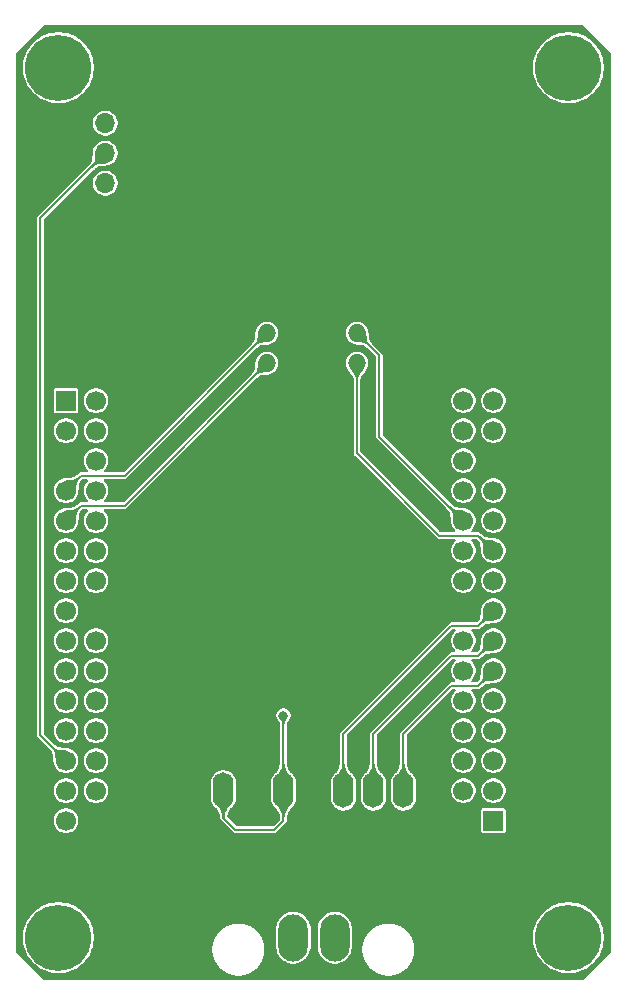
<source format=gbr>
%TF.GenerationSoftware,KiCad,Pcbnew,9.0.6*%
%TF.CreationDate,2026-01-25T13:50:40+09:00*%
%TF.ProjectId,xiaozhi-with-ken-interface,7869616f-7a68-4692-9d77-6974682d6b65,rev?*%
%TF.SameCoordinates,Original*%
%TF.FileFunction,Copper,L4,Bot*%
%TF.FilePolarity,Positive*%
%FSLAX46Y46*%
G04 Gerber Fmt 4.6, Leading zero omitted, Abs format (unit mm)*
G04 Created by KiCad (PCBNEW 9.0.6) date 2026-01-25 13:50:40*
%MOMM*%
%LPD*%
G01*
G04 APERTURE LIST*
%TA.AperFunction,ComponentPad*%
%ADD10C,5.600000*%
%TD*%
%TA.AperFunction,ComponentPad*%
%ADD11R,1.524000X1.524000*%
%TD*%
%TA.AperFunction,ComponentPad*%
%ADD12O,1.524000X1.524000*%
%TD*%
%TA.AperFunction,ComponentPad*%
%ADD13O,1.750000X3.000000*%
%TD*%
%TA.AperFunction,ComponentPad*%
%ADD14O,2.500000X4.000000*%
%TD*%
%TA.AperFunction,ComponentPad*%
%ADD15R,1.700000X1.700000*%
%TD*%
%TA.AperFunction,ComponentPad*%
%ADD16C,1.700000*%
%TD*%
%TA.AperFunction,ComponentPad*%
%ADD17O,1.700000X1.700000*%
%TD*%
%TA.AperFunction,ViaPad*%
%ADD18C,0.800000*%
%TD*%
%TA.AperFunction,Conductor*%
%ADD19C,0.150000*%
%TD*%
G04 APERTURE END LIST*
D10*
%TO.P,H1,1,1*%
%TO.N,unconnected-(H1-Pad1)*%
X105410000Y-116840000D03*
%TD*%
%TO.P,H2,1,1*%
%TO.N,unconnected-(H2-Pad1)*%
X62230000Y-116840000D03*
%TD*%
%TO.P,H4,1,1*%
%TO.N,unconnected-(H4-Pad1)*%
X105410000Y-43180000D03*
%TD*%
D11*
%TO.P,M1,GND*%
%TO.N,GND*%
X87511900Y-63119000D03*
D12*
%TO.P,M1,L/R*%
X79891900Y-63119000D03*
%TO.P,M1,SCK*%
%TO.N,/I2S_A_SCK*%
X79891900Y-68199000D03*
%TO.P,M1,SD*%
%TO.N,/I2S_A_SD*%
X87511900Y-68199000D03*
%TO.P,M1,VDD*%
%TO.N,+3V3*%
X87511900Y-65659000D03*
%TO.P,M1,WS*%
%TO.N,/I2S_A_WS*%
X79891900Y-65659000D03*
%TD*%
D13*
%TO.P,U6,1,Vin*%
%TO.N,+3V3*%
X76200000Y-104386000D03*
%TO.P,U6,2,GND*%
%TO.N,GND*%
X78740000Y-104386000D03*
%TO.P,U6,3,~{SD_MODE}*%
%TO.N,+3V3*%
X81280000Y-104386000D03*
%TO.P,U6,4,GAIN*%
%TO.N,GND*%
X83820000Y-104386000D03*
%TO.P,U6,5,DIN*%
%TO.N,/I2S_B_DIN*%
X86360000Y-104386000D03*
%TO.P,U6,6,BCLK*%
%TO.N,/I2S_B_BCLK*%
X88900000Y-104386000D03*
%TO.P,U6,7,LRC*%
%TO.N,/I2S_B_LRC*%
X91440000Y-104386000D03*
D14*
%TO.P,U6,8,OUTP*%
%TO.N,Net-(SPK1-+)*%
X85620000Y-116840000D03*
%TO.P,U6,9,OUTN*%
%TO.N,Net-(U6-OUTN)*%
X82120000Y-116840000D03*
%TD*%
D10*
%TO.P,H3,1,1*%
%TO.N,unconnected-(H3-Pad1)*%
X62230000Y-43180000D03*
%TD*%
D15*
%TO.P,U3,1,1*%
%TO.N,/ADC_A*%
X62865000Y-71374000D03*
D16*
%TO.P,U3,2,2*%
%TO.N,/IO17*%
X65405000Y-71374000D03*
%TO.P,U3,3,3*%
%TO.N,/ADC_B*%
X62865000Y-73914000D03*
%TO.P,U3,4,4*%
%TO.N,/IO18*%
X65405000Y-73914000D03*
%TO.P,U3,5,5*%
%TO.N,GND*%
X62865000Y-76454000D03*
%TO.P,U3,6,6*%
%TO.N,/IO19*%
X65405000Y-76454000D03*
%TO.P,U3,7,7*%
%TO.N,/I2S_A_WS*%
X62865000Y-78994000D03*
%TO.P,U3,8,8*%
%TO.N,/IO20*%
X65405000Y-78994000D03*
%TO.P,U3,9,9*%
%TO.N,/I2S_A_SCK*%
X62865000Y-81534000D03*
%TO.P,U3,10,10*%
%TO.N,+3V3*%
X65405000Y-81534000D03*
%TO.P,U3,11,11*%
%TO.N,/I2S_A_SD*%
X62865000Y-84074000D03*
%TO.P,U3,12,12*%
%TO.N,/I2C_A_SDA*%
X65405000Y-84074000D03*
%TO.P,U3,13,13*%
%TO.N,+5V*%
X62865000Y-86614000D03*
%TO.P,U3,14,14*%
%TO.N,/I2C_A_SCL*%
X65405000Y-86614000D03*
%TO.P,U3,15,15*%
%TO.N,/I2S_B_DIN*%
X62865000Y-89154000D03*
%TO.P,U3,16,16*%
%TO.N,GND*%
X65405000Y-89154000D03*
%TO.P,U3,17,17*%
%TO.N,/I2S_B_BCLK*%
X62865000Y-91694000D03*
%TO.P,U3,18,18*%
%TO.N,/IO11*%
X65405000Y-91694000D03*
%TO.P,U3,19,19*%
%TO.N,/I2S_B_LRC*%
X62865000Y-94234000D03*
%TO.P,U3,20,20*%
%TO.N,/IO13*%
X65405000Y-94234000D03*
%TO.P,U3,21,21*%
%TO.N,+3V3*%
X62865000Y-96774000D03*
%TO.P,U3,22,22*%
%TO.N,/IO12*%
X65405000Y-96774000D03*
%TO.P,U3,23,23*%
%TO.N,/I2C_B_SDA*%
X62865000Y-99314000D03*
%TO.P,U3,24,24*%
%TO.N,/IO10*%
X65405000Y-99314000D03*
%TO.P,U3,25,25*%
%TO.N,/I2C_B_SCL*%
X62865000Y-101854000D03*
%TO.P,U3,26,26*%
%TO.N,/BTN_A*%
X65405000Y-101854000D03*
%TO.P,U3,27,27*%
%TO.N,/BTN_C*%
X62865000Y-104394000D03*
%TO.P,U3,28,28*%
%TO.N,/BTN_B*%
X65405000Y-104394000D03*
%TO.P,U3,29,29*%
%TO.N,/BTN_D*%
X62865000Y-106934000D03*
%TO.P,U3,30,30*%
%TO.N,GND*%
X65405000Y-106934000D03*
%TD*%
D15*
%TO.P,U5,1,1*%
%TO.N,/BTN_D*%
X99060000Y-106934000D03*
D16*
%TO.P,U5,2,2*%
%TO.N,GND*%
X96520000Y-106934000D03*
%TO.P,U5,3,3*%
%TO.N,/BTN_C*%
X99060000Y-104394000D03*
%TO.P,U5,4,4*%
%TO.N,/BTN_B*%
X96520000Y-104394000D03*
%TO.P,U5,5,5*%
%TO.N,/I2C_B_SCL*%
X99060000Y-101854000D03*
%TO.P,U5,6,6*%
%TO.N,/BTN_A*%
X96520000Y-101854000D03*
%TO.P,U5,7,7*%
%TO.N,/I2C_B_SDA*%
X99060000Y-99314000D03*
%TO.P,U5,8,8*%
%TO.N,/IO10*%
X96520000Y-99314000D03*
%TO.P,U5,9,9*%
%TO.N,+3V3*%
X99060000Y-96774000D03*
%TO.P,U5,10,10*%
%TO.N,/IO12*%
X96520000Y-96774000D03*
%TO.P,U5,11,11*%
%TO.N,/I2S_B_LRC*%
X99060000Y-94234000D03*
%TO.P,U5,12,12*%
%TO.N,/IO13*%
X96520000Y-94234000D03*
%TO.P,U5,13,13*%
%TO.N,/I2S_B_BCLK*%
X99060000Y-91694000D03*
%TO.P,U5,14,14*%
%TO.N,/IO11*%
X96520000Y-91694000D03*
%TO.P,U5,15,15*%
%TO.N,/I2S_B_DIN*%
X99060000Y-89154000D03*
%TO.P,U5,16,16*%
%TO.N,GND*%
X96520000Y-89154000D03*
%TO.P,U5,17,17*%
%TO.N,+5V*%
X99060000Y-86614000D03*
%TO.P,U5,18,18*%
%TO.N,/I2C_A_SCL*%
X96520000Y-86614000D03*
%TO.P,U5,19,19*%
%TO.N,/I2S_A_SD*%
X99060000Y-84074000D03*
%TO.P,U5,20,20*%
%TO.N,/I2C_A_SDA*%
X96520000Y-84074000D03*
%TO.P,U5,21,21*%
%TO.N,/I2S_A_SCK*%
X99060000Y-81534000D03*
%TO.P,U5,22,22*%
%TO.N,+3V3*%
X96520000Y-81534000D03*
%TO.P,U5,23,23*%
%TO.N,/I2S_A_WS*%
X99060000Y-78994000D03*
%TO.P,U5,24,24*%
%TO.N,/IO20*%
X96520000Y-78994000D03*
%TO.P,U5,25,25*%
%TO.N,GND*%
X99060000Y-76454000D03*
%TO.P,U5,26,26*%
%TO.N,/IO19*%
X96520000Y-76454000D03*
%TO.P,U5,27,27*%
%TO.N,/ADC_B*%
X99060000Y-73914000D03*
%TO.P,U5,28,28*%
%TO.N,/IO18*%
X96520000Y-73914000D03*
%TO.P,U5,29,29*%
%TO.N,/ADC_A*%
X99060000Y-71374000D03*
%TO.P,U5,30,30*%
%TO.N,/IO17*%
X96520000Y-71374000D03*
%TD*%
D15*
%TO.P,J1,1,Pin_1*%
%TO.N,GND*%
X66205000Y-55511000D03*
D17*
%TO.P,J1,2,Pin_2*%
%TO.N,+3V3*%
X66205000Y-52971000D03*
%TO.P,J1,3,Pin_3*%
%TO.N,/I2C_B_SCL*%
X66205000Y-50431000D03*
%TO.P,J1,4,Pin_4*%
%TO.N,/I2C_B_SDA*%
X66205000Y-47891000D03*
%TD*%
D18*
%TO.N,GND*%
X67818000Y-106934000D03*
X103124000Y-99314000D03*
X72644000Y-89154000D03*
X83820000Y-77724000D03*
X59436000Y-101981000D03*
X81280000Y-109601000D03*
X91059000Y-77724000D03*
X70358000Y-106934000D03*
X100711000Y-103124000D03*
X62230000Y-47879000D03*
X103124000Y-106934000D03*
X74930000Y-89154000D03*
X103124000Y-92964000D03*
X83820000Y-109601000D03*
X97790000Y-69596000D03*
X76200000Y-109601000D03*
X100711000Y-92964000D03*
X72644000Y-103124000D03*
X69850000Y-89154000D03*
X103124000Y-82804000D03*
X88900000Y-109601000D03*
X89535000Y-89154000D03*
X83820000Y-65786000D03*
X94615000Y-77724000D03*
X92456000Y-89154000D03*
X72644000Y-104521000D03*
X100711000Y-106934000D03*
X100711000Y-82804000D03*
X78359000Y-89154000D03*
X64135000Y-69596000D03*
X103124000Y-104394000D03*
X83820000Y-89154000D03*
%TO.N,+3V3*%
X81280000Y-98044000D03*
%TD*%
D19*
%TO.N,/I2S_B_DIN*%
X97790000Y-90424000D02*
X99060000Y-89154000D01*
X86360000Y-99568000D02*
X95504000Y-90424000D01*
X95504000Y-90424000D02*
X97790000Y-90424000D01*
X86360000Y-103886000D02*
X86360000Y-99568000D01*
%TO.N,+3V3*%
X87511900Y-65659000D02*
X89408000Y-67555100D01*
X81280000Y-106934000D02*
X81280000Y-103886000D01*
X81280000Y-103886000D02*
X81280000Y-98044000D01*
X76200000Y-106680000D02*
X77216000Y-107696000D01*
X80518000Y-107696000D02*
X81280000Y-106934000D01*
X89408000Y-74422000D02*
X96520000Y-81534000D01*
X76200000Y-103886000D02*
X76200000Y-106680000D01*
X77216000Y-107696000D02*
X80518000Y-107696000D01*
X89408000Y-67555100D02*
X89408000Y-74422000D01*
%TO.N,/I2C_B_SCL*%
X60706000Y-55930000D02*
X60706000Y-99695000D01*
X66205000Y-50431000D02*
X60706000Y-55930000D01*
X60706000Y-99695000D02*
X62865000Y-101854000D01*
%TO.N,/I2S_A_SD*%
X87511900Y-68199000D02*
X87511900Y-75827900D01*
X97790000Y-82804000D02*
X99060000Y-84074000D01*
X94488000Y-82804000D02*
X97790000Y-82804000D01*
X87511900Y-75827900D02*
X94488000Y-82804000D01*
%TO.N,/I2S_B_BCLK*%
X88900000Y-103886000D02*
X88900000Y-99568000D01*
X95504000Y-92964000D02*
X97790000Y-92964000D01*
X88900000Y-99568000D02*
X95504000Y-92964000D01*
X97790000Y-92964000D02*
X99060000Y-91694000D01*
%TO.N,/I2S_A_WS*%
X79891900Y-65659000D02*
X67826900Y-77724000D01*
X67826900Y-77724000D02*
X64135000Y-77724000D01*
X64135000Y-77724000D02*
X62865000Y-78994000D01*
%TO.N,/I2S_A_SCK*%
X67826900Y-80264000D02*
X64135000Y-80264000D01*
X79891900Y-68199000D02*
X67826900Y-80264000D01*
X64135000Y-80264000D02*
X62865000Y-81534000D01*
%TO.N,/I2S_B_LRC*%
X95504000Y-95504000D02*
X97790000Y-95504000D01*
X91440000Y-99568000D02*
X95504000Y-95504000D01*
X97790000Y-95504000D02*
X99060000Y-94234000D01*
X91440000Y-103886000D02*
X91440000Y-99568000D01*
%TD*%
%TA.AperFunction,Conductor*%
%TO.N,GND*%
G36*
X106612627Y-39590185D02*
G01*
X106633269Y-39606819D01*
X108983181Y-41956730D01*
X109016666Y-42018053D01*
X109019500Y-42044411D01*
X109019500Y-117975588D01*
X108999815Y-118042627D01*
X108983181Y-118063269D01*
X106633269Y-120413181D01*
X106571946Y-120446666D01*
X106545588Y-120449500D01*
X61094411Y-120449500D01*
X61027372Y-120429815D01*
X61006730Y-120413181D01*
X58656819Y-118063269D01*
X58623334Y-118001946D01*
X58620500Y-117975588D01*
X58620500Y-116671491D01*
X59229500Y-116671491D01*
X59229500Y-117008508D01*
X59267231Y-117343381D01*
X59267233Y-117343397D01*
X59342223Y-117671953D01*
X59342227Y-117671965D01*
X59453532Y-117990054D01*
X59599752Y-118293683D01*
X59599754Y-118293686D01*
X59779054Y-118579039D01*
X59989175Y-118842523D01*
X60227477Y-119080825D01*
X60490961Y-119290946D01*
X60776314Y-119470246D01*
X61079949Y-119616469D01*
X61318848Y-119700063D01*
X61398034Y-119727772D01*
X61398046Y-119727776D01*
X61726606Y-119802767D01*
X62061492Y-119840499D01*
X62061493Y-119840500D01*
X62061496Y-119840500D01*
X62398507Y-119840500D01*
X62398507Y-119840499D01*
X62733394Y-119802767D01*
X63061954Y-119727776D01*
X63380051Y-119616469D01*
X63683686Y-119470246D01*
X63969039Y-119290946D01*
X64232523Y-119080825D01*
X64470825Y-118842523D01*
X64680946Y-118579039D01*
X64860246Y-118293686D01*
X65006469Y-117990051D01*
X65103841Y-117711778D01*
X75269500Y-117711778D01*
X75269500Y-118000221D01*
X75269501Y-118000238D01*
X75307149Y-118286206D01*
X75307150Y-118286211D01*
X75307151Y-118286217D01*
X75381809Y-118564844D01*
X75381814Y-118564860D01*
X75492191Y-118831336D01*
X75492199Y-118831352D01*
X75636420Y-119081148D01*
X75636431Y-119081164D01*
X75812024Y-119310002D01*
X75812030Y-119310009D01*
X76015990Y-119513969D01*
X76015997Y-119513975D01*
X76149568Y-119616467D01*
X76244844Y-119689575D01*
X76244851Y-119689579D01*
X76494647Y-119833800D01*
X76494663Y-119833808D01*
X76761139Y-119944185D01*
X76761145Y-119944186D01*
X76761155Y-119944191D01*
X77039783Y-120018849D01*
X77325772Y-120056500D01*
X77325779Y-120056500D01*
X77614221Y-120056500D01*
X77614228Y-120056500D01*
X77900217Y-120018849D01*
X78178845Y-119944191D01*
X78178857Y-119944185D01*
X78178860Y-119944185D01*
X78445336Y-119833808D01*
X78445339Y-119833806D01*
X78445345Y-119833804D01*
X78695156Y-119689575D01*
X78924004Y-119513974D01*
X79127974Y-119310004D01*
X79303575Y-119081156D01*
X79447804Y-118831345D01*
X79448122Y-118830579D01*
X79558185Y-118564860D01*
X79558185Y-118564857D01*
X79558191Y-118564845D01*
X79632849Y-118286217D01*
X79670500Y-118000228D01*
X79670500Y-117711772D01*
X79632849Y-117425783D01*
X79558191Y-117147155D01*
X79558186Y-117147145D01*
X79558185Y-117147139D01*
X79447808Y-116880663D01*
X79447800Y-116880647D01*
X79303579Y-116630851D01*
X79303575Y-116630844D01*
X79127974Y-116401996D01*
X79127969Y-116401990D01*
X78924009Y-116198030D01*
X78924002Y-116198024D01*
X78756316Y-116069355D01*
X78695156Y-116022425D01*
X78695150Y-116022421D01*
X78695148Y-116022420D01*
X78614465Y-115975837D01*
X80669500Y-115975837D01*
X80669500Y-117704162D01*
X80705215Y-117929660D01*
X80775770Y-118146803D01*
X80843626Y-118279976D01*
X80879421Y-118350228D01*
X81013621Y-118534937D01*
X81175063Y-118696379D01*
X81359772Y-118830579D01*
X81409171Y-118855749D01*
X81563196Y-118934229D01*
X81563198Y-118934229D01*
X81563201Y-118934231D01*
X81679592Y-118972049D01*
X81780339Y-119004784D01*
X82005838Y-119040500D01*
X82005843Y-119040500D01*
X82234162Y-119040500D01*
X82459660Y-119004784D01*
X82676799Y-118934231D01*
X82880228Y-118830579D01*
X83064937Y-118696379D01*
X83226379Y-118534937D01*
X83360579Y-118350228D01*
X83464231Y-118146799D01*
X83534784Y-117929660D01*
X83570500Y-117704162D01*
X83570500Y-115975837D01*
X84169500Y-115975837D01*
X84169500Y-117704162D01*
X84205215Y-117929660D01*
X84275770Y-118146803D01*
X84343626Y-118279976D01*
X84379421Y-118350228D01*
X84513621Y-118534937D01*
X84675063Y-118696379D01*
X84859772Y-118830579D01*
X84909171Y-118855749D01*
X85063196Y-118934229D01*
X85063198Y-118934229D01*
X85063201Y-118934231D01*
X85179592Y-118972049D01*
X85280339Y-119004784D01*
X85505838Y-119040500D01*
X85505843Y-119040500D01*
X85734162Y-119040500D01*
X85959660Y-119004784D01*
X86176799Y-118934231D01*
X86380228Y-118830579D01*
X86564937Y-118696379D01*
X86726379Y-118534937D01*
X86860579Y-118350228D01*
X86964231Y-118146799D01*
X87034784Y-117929660D01*
X87069294Y-117711778D01*
X87969500Y-117711778D01*
X87969500Y-118000221D01*
X87969501Y-118000238D01*
X88007149Y-118286206D01*
X88007150Y-118286211D01*
X88007151Y-118286217D01*
X88081809Y-118564844D01*
X88081814Y-118564860D01*
X88192191Y-118831336D01*
X88192199Y-118831352D01*
X88336420Y-119081148D01*
X88336431Y-119081164D01*
X88512024Y-119310002D01*
X88512030Y-119310009D01*
X88715990Y-119513969D01*
X88715997Y-119513975D01*
X88849568Y-119616467D01*
X88944844Y-119689575D01*
X88944851Y-119689579D01*
X89194647Y-119833800D01*
X89194663Y-119833808D01*
X89461139Y-119944185D01*
X89461145Y-119944186D01*
X89461155Y-119944191D01*
X89739783Y-120018849D01*
X90025772Y-120056500D01*
X90025779Y-120056500D01*
X90314221Y-120056500D01*
X90314228Y-120056500D01*
X90600217Y-120018849D01*
X90878845Y-119944191D01*
X90878857Y-119944185D01*
X90878860Y-119944185D01*
X91145336Y-119833808D01*
X91145339Y-119833806D01*
X91145345Y-119833804D01*
X91395156Y-119689575D01*
X91624004Y-119513974D01*
X91827974Y-119310004D01*
X92003575Y-119081156D01*
X92147804Y-118831345D01*
X92148122Y-118830579D01*
X92258185Y-118564860D01*
X92258185Y-118564857D01*
X92258191Y-118564845D01*
X92332849Y-118286217D01*
X92370500Y-118000228D01*
X92370500Y-117711772D01*
X92332849Y-117425783D01*
X92258191Y-117147155D01*
X92258186Y-117147145D01*
X92258185Y-117147139D01*
X92147808Y-116880663D01*
X92147800Y-116880647D01*
X92060833Y-116730017D01*
X92027043Y-116671491D01*
X102409500Y-116671491D01*
X102409500Y-117008508D01*
X102447231Y-117343381D01*
X102447233Y-117343397D01*
X102522223Y-117671953D01*
X102522227Y-117671965D01*
X102633532Y-117990054D01*
X102779752Y-118293683D01*
X102779754Y-118293686D01*
X102959054Y-118579039D01*
X103169175Y-118842523D01*
X103407477Y-119080825D01*
X103670961Y-119290946D01*
X103956314Y-119470246D01*
X104259949Y-119616469D01*
X104498848Y-119700063D01*
X104578034Y-119727772D01*
X104578046Y-119727776D01*
X104906606Y-119802767D01*
X105241492Y-119840499D01*
X105241493Y-119840500D01*
X105241496Y-119840500D01*
X105578507Y-119840500D01*
X105578507Y-119840499D01*
X105913394Y-119802767D01*
X106241954Y-119727776D01*
X106560051Y-119616469D01*
X106863686Y-119470246D01*
X107149039Y-119290946D01*
X107412523Y-119080825D01*
X107650825Y-118842523D01*
X107860946Y-118579039D01*
X108040246Y-118293686D01*
X108186469Y-117990051D01*
X108297776Y-117671954D01*
X108372767Y-117343394D01*
X108410500Y-117008504D01*
X108410500Y-116671496D01*
X108372767Y-116336606D01*
X108297776Y-116008046D01*
X108186469Y-115689949D01*
X108040246Y-115386314D01*
X107860946Y-115100961D01*
X107650825Y-114837477D01*
X107412523Y-114599175D01*
X107149039Y-114389054D01*
X106863686Y-114209754D01*
X106863683Y-114209752D01*
X106560054Y-114063532D01*
X106241965Y-113952227D01*
X106241953Y-113952223D01*
X105913397Y-113877233D01*
X105913381Y-113877231D01*
X105578508Y-113839500D01*
X105578504Y-113839500D01*
X105241496Y-113839500D01*
X105241491Y-113839500D01*
X104906618Y-113877231D01*
X104906602Y-113877233D01*
X104578046Y-113952223D01*
X104578034Y-113952227D01*
X104259945Y-114063532D01*
X103956316Y-114209752D01*
X103670962Y-114389053D01*
X103407477Y-114599174D01*
X103169174Y-114837477D01*
X102959053Y-115100962D01*
X102779752Y-115386316D01*
X102633532Y-115689945D01*
X102522227Y-116008034D01*
X102522223Y-116008046D01*
X102447233Y-116336602D01*
X102447231Y-116336618D01*
X102409500Y-116671491D01*
X92027043Y-116671491D01*
X92003579Y-116630851D01*
X92003575Y-116630844D01*
X91827974Y-116401996D01*
X91827969Y-116401990D01*
X91624009Y-116198030D01*
X91624002Y-116198024D01*
X91395164Y-116022431D01*
X91395157Y-116022426D01*
X91395156Y-116022425D01*
X91395151Y-116022422D01*
X91395148Y-116022420D01*
X91145352Y-115878199D01*
X91145336Y-115878191D01*
X90878860Y-115767814D01*
X90878848Y-115767810D01*
X90878845Y-115767809D01*
X90600217Y-115693151D01*
X90600211Y-115693150D01*
X90600206Y-115693149D01*
X90314238Y-115655501D01*
X90314233Y-115655500D01*
X90314228Y-115655500D01*
X90025772Y-115655500D01*
X90025766Y-115655500D01*
X90025761Y-115655501D01*
X89739793Y-115693149D01*
X89739786Y-115693150D01*
X89739783Y-115693151D01*
X89526354Y-115750339D01*
X89461155Y-115767809D01*
X89461139Y-115767814D01*
X89194663Y-115878191D01*
X89194647Y-115878199D01*
X88944851Y-116022420D01*
X88944835Y-116022431D01*
X88715997Y-116198024D01*
X88715990Y-116198030D01*
X88512030Y-116401990D01*
X88512024Y-116401997D01*
X88336431Y-116630835D01*
X88336420Y-116630851D01*
X88192199Y-116880647D01*
X88192191Y-116880663D01*
X88081814Y-117147139D01*
X88081809Y-117147155D01*
X88046865Y-117277570D01*
X88007152Y-117425780D01*
X88007149Y-117425793D01*
X87969501Y-117711761D01*
X87969500Y-117711778D01*
X87069294Y-117711778D01*
X87070500Y-117704162D01*
X87070500Y-115975837D01*
X87034784Y-115750339D01*
X86964229Y-115533196D01*
X86909550Y-115425884D01*
X86860579Y-115329772D01*
X86726379Y-115145063D01*
X86564937Y-114983621D01*
X86380228Y-114849421D01*
X86356787Y-114837477D01*
X86176803Y-114745770D01*
X85959660Y-114675215D01*
X85734162Y-114639500D01*
X85734157Y-114639500D01*
X85505843Y-114639500D01*
X85505838Y-114639500D01*
X85280339Y-114675215D01*
X85063196Y-114745770D01*
X84859771Y-114849421D01*
X84675061Y-114983622D01*
X84513622Y-115145061D01*
X84379421Y-115329771D01*
X84275770Y-115533196D01*
X84205215Y-115750339D01*
X84169500Y-115975837D01*
X83570500Y-115975837D01*
X83534784Y-115750339D01*
X83464229Y-115533196D01*
X83409550Y-115425884D01*
X83360579Y-115329772D01*
X83226379Y-115145063D01*
X83064937Y-114983621D01*
X82880228Y-114849421D01*
X82856787Y-114837477D01*
X82676803Y-114745770D01*
X82459660Y-114675215D01*
X82234162Y-114639500D01*
X82234157Y-114639500D01*
X82005843Y-114639500D01*
X82005838Y-114639500D01*
X81780339Y-114675215D01*
X81563196Y-114745770D01*
X81359771Y-114849421D01*
X81175061Y-114983622D01*
X81013622Y-115145061D01*
X80879421Y-115329771D01*
X80775770Y-115533196D01*
X80705215Y-115750339D01*
X80669500Y-115975837D01*
X78614465Y-115975837D01*
X78445352Y-115878199D01*
X78445336Y-115878191D01*
X78178860Y-115767814D01*
X78178848Y-115767810D01*
X78178845Y-115767809D01*
X77900217Y-115693151D01*
X77900211Y-115693150D01*
X77900206Y-115693149D01*
X77614238Y-115655501D01*
X77614233Y-115655500D01*
X77614228Y-115655500D01*
X77325772Y-115655500D01*
X77325766Y-115655500D01*
X77325761Y-115655501D01*
X77039793Y-115693149D01*
X77039786Y-115693150D01*
X77039783Y-115693151D01*
X76826354Y-115750339D01*
X76761155Y-115767809D01*
X76761139Y-115767814D01*
X76494663Y-115878191D01*
X76494647Y-115878199D01*
X76244851Y-116022420D01*
X76244835Y-116022431D01*
X76015997Y-116198024D01*
X76015990Y-116198030D01*
X75812030Y-116401990D01*
X75812024Y-116401997D01*
X75636431Y-116630835D01*
X75636420Y-116630851D01*
X75492199Y-116880647D01*
X75492191Y-116880663D01*
X75381814Y-117147139D01*
X75381809Y-117147155D01*
X75346865Y-117277570D01*
X75307152Y-117425780D01*
X75307149Y-117425793D01*
X75269501Y-117711761D01*
X75269500Y-117711778D01*
X65103841Y-117711778D01*
X65106508Y-117704157D01*
X65117774Y-117671961D01*
X65117775Y-117671957D01*
X65155897Y-117504935D01*
X65192767Y-117343394D01*
X65230500Y-117008504D01*
X65230500Y-116671496D01*
X65192767Y-116336606D01*
X65117776Y-116008046D01*
X65006469Y-115689949D01*
X64860246Y-115386314D01*
X64680946Y-115100961D01*
X64470825Y-114837477D01*
X64232523Y-114599175D01*
X63969039Y-114389054D01*
X63683686Y-114209754D01*
X63683683Y-114209752D01*
X63380054Y-114063532D01*
X63061965Y-113952227D01*
X63061953Y-113952223D01*
X62733397Y-113877233D01*
X62733381Y-113877231D01*
X62398508Y-113839500D01*
X62398504Y-113839500D01*
X62061496Y-113839500D01*
X62061491Y-113839500D01*
X61726618Y-113877231D01*
X61726602Y-113877233D01*
X61398046Y-113952223D01*
X61398034Y-113952227D01*
X61079945Y-114063532D01*
X60776316Y-114209752D01*
X60490962Y-114389053D01*
X60227477Y-114599174D01*
X59989174Y-114837477D01*
X59779053Y-115100962D01*
X59599752Y-115386316D01*
X59453532Y-115689945D01*
X59342227Y-116008034D01*
X59342223Y-116008046D01*
X59267233Y-116336602D01*
X59267231Y-116336618D01*
X59229500Y-116671491D01*
X58620500Y-116671491D01*
X58620500Y-106830530D01*
X61814500Y-106830530D01*
X61814500Y-107037469D01*
X61854868Y-107240412D01*
X61854870Y-107240420D01*
X61934058Y-107431596D01*
X62049024Y-107603657D01*
X62195342Y-107749975D01*
X62195345Y-107749977D01*
X62367402Y-107864941D01*
X62558580Y-107944130D01*
X62703052Y-107972867D01*
X62761530Y-107984499D01*
X62761534Y-107984500D01*
X62761535Y-107984500D01*
X62968466Y-107984500D01*
X62968467Y-107984499D01*
X63171420Y-107944130D01*
X63362598Y-107864941D01*
X63534655Y-107749977D01*
X63680977Y-107603655D01*
X63795941Y-107431598D01*
X63875130Y-107240420D01*
X63915500Y-107037465D01*
X63915500Y-106830535D01*
X63875130Y-106627580D01*
X63795941Y-106436402D01*
X63680977Y-106264345D01*
X63680975Y-106264342D01*
X63534657Y-106118024D01*
X63414041Y-106037432D01*
X63362598Y-106003059D01*
X63360741Y-106002290D01*
X63171420Y-105923870D01*
X63171412Y-105923868D01*
X62968469Y-105883500D01*
X62968465Y-105883500D01*
X62761535Y-105883500D01*
X62761530Y-105883500D01*
X62558587Y-105923868D01*
X62558579Y-105923870D01*
X62367403Y-106003058D01*
X62195342Y-106118024D01*
X62049024Y-106264342D01*
X61934058Y-106436403D01*
X61854870Y-106627579D01*
X61854868Y-106627587D01*
X61814500Y-106830530D01*
X58620500Y-106830530D01*
X58620500Y-104290530D01*
X61814500Y-104290530D01*
X61814500Y-104497469D01*
X61854868Y-104700412D01*
X61854870Y-104700420D01*
X61934058Y-104891596D01*
X62049024Y-105063657D01*
X62195342Y-105209975D01*
X62195345Y-105209977D01*
X62367402Y-105324941D01*
X62558580Y-105404130D01*
X62761530Y-105444499D01*
X62761534Y-105444500D01*
X62761535Y-105444500D01*
X62968466Y-105444500D01*
X62968467Y-105444499D01*
X63171420Y-105404130D01*
X63362598Y-105324941D01*
X63534655Y-105209977D01*
X63680977Y-105063655D01*
X63795941Y-104891598D01*
X63875130Y-104700420D01*
X63915500Y-104497465D01*
X63915500Y-104290535D01*
X63915499Y-104290530D01*
X64354500Y-104290530D01*
X64354500Y-104497469D01*
X64394868Y-104700412D01*
X64394870Y-104700420D01*
X64474058Y-104891596D01*
X64589024Y-105063657D01*
X64735342Y-105209975D01*
X64735345Y-105209977D01*
X64907402Y-105324941D01*
X65098580Y-105404130D01*
X65301530Y-105444499D01*
X65301534Y-105444500D01*
X65301535Y-105444500D01*
X65508466Y-105444500D01*
X65508467Y-105444499D01*
X65711420Y-105404130D01*
X65902598Y-105324941D01*
X66074655Y-105209977D01*
X66220977Y-105063655D01*
X66335941Y-104891598D01*
X66415130Y-104700420D01*
X66455500Y-104497465D01*
X66455500Y-104290535D01*
X66415130Y-104087580D01*
X66335941Y-103896402D01*
X66335940Y-103896400D01*
X66335940Y-103896399D01*
X66231689Y-103740376D01*
X66231687Y-103740374D01*
X66220975Y-103724342D01*
X66172983Y-103676350D01*
X75124500Y-103676350D01*
X75124500Y-105095649D01*
X75150981Y-105262847D01*
X75203296Y-105423853D01*
X75278763Y-105571964D01*
X75280150Y-105574685D01*
X75303329Y-105606589D01*
X75303767Y-105607767D01*
X75308674Y-105615258D01*
X75312342Y-105618994D01*
X75379654Y-105711641D01*
X75379656Y-105711643D01*
X75499362Y-105831349D01*
X75554435Y-105871361D01*
X75607662Y-105910032D01*
X75609902Y-105912296D01*
X75611505Y-105912939D01*
X75635840Y-105938502D01*
X75701571Y-106030963D01*
X75709909Y-106044439D01*
X75833215Y-106275546D01*
X75838056Y-106285705D01*
X75889378Y-106407317D01*
X75892252Y-106414790D01*
X75917617Y-106487709D01*
X75924500Y-106528448D01*
X75924500Y-106734800D01*
X75942370Y-106777941D01*
X75942369Y-106777941D01*
X75966441Y-106836055D01*
X75966442Y-106836057D01*
X75966443Y-106836058D01*
X76982443Y-107852058D01*
X77059942Y-107929557D01*
X77161200Y-107971500D01*
X77161201Y-107971500D01*
X80572799Y-107971500D01*
X80572800Y-107971500D01*
X80674058Y-107929557D01*
X80751557Y-107852058D01*
X80751556Y-107852058D01*
X80810125Y-107793489D01*
X81513558Y-107090058D01*
X81513558Y-107090056D01*
X81513560Y-107090055D01*
X81535342Y-107037466D01*
X81555500Y-106988800D01*
X81555500Y-106879200D01*
X81555500Y-106790136D01*
X81556348Y-106775662D01*
X81557688Y-106764256D01*
X81560468Y-106755325D01*
X81575964Y-106608754D01*
X81576052Y-106608011D01*
X81576239Y-106607570D01*
X81579434Y-106590375D01*
X81597489Y-106523031D01*
X81635845Y-106379965D01*
X81639620Y-106368250D01*
X81683243Y-106252864D01*
X81686429Y-106245219D01*
X81741119Y-106125502D01*
X81744957Y-106117822D01*
X81803339Y-106010516D01*
X81808225Y-106002309D01*
X81851834Y-105935119D01*
X81882954Y-105902317D01*
X81980641Y-105831346D01*
X82100346Y-105711641D01*
X82160563Y-105628758D01*
X82162527Y-105626356D01*
X82163728Y-105624401D01*
X82199850Y-105574685D01*
X82276705Y-105423849D01*
X82329018Y-105262847D01*
X82337392Y-105209975D01*
X82355500Y-105095649D01*
X82355500Y-103676350D01*
X85284500Y-103676350D01*
X85284500Y-105095649D01*
X85310981Y-105262847D01*
X85363296Y-105423853D01*
X85440152Y-105574688D01*
X85539648Y-105711634D01*
X85539652Y-105711639D01*
X85659360Y-105831347D01*
X85659365Y-105831351D01*
X85772275Y-105913384D01*
X85796315Y-105930850D01*
X85892425Y-105979820D01*
X85947146Y-106007703D01*
X85947148Y-106007703D01*
X85947151Y-106007705D01*
X86033450Y-106035745D01*
X86108152Y-106060018D01*
X86275351Y-106086500D01*
X86275356Y-106086500D01*
X86444649Y-106086500D01*
X86611847Y-106060018D01*
X86772849Y-106007705D01*
X86923685Y-105930850D01*
X87060641Y-105831346D01*
X87180346Y-105711641D01*
X87279850Y-105574685D01*
X87356705Y-105423849D01*
X87409018Y-105262847D01*
X87417392Y-105209975D01*
X87435500Y-105095649D01*
X87435500Y-103676350D01*
X87409018Y-103509152D01*
X87356703Y-103348146D01*
X87328820Y-103293425D01*
X87279850Y-103197315D01*
X87267137Y-103179817D01*
X87180351Y-103060365D01*
X87180347Y-103060360D01*
X87060643Y-102940656D01*
X87060637Y-102940651D01*
X86970085Y-102874861D01*
X86966728Y-102871398D01*
X86964232Y-102870336D01*
X86940433Y-102844273D01*
X86935404Y-102836878D01*
X86884482Y-102761997D01*
X86875958Y-102747416D01*
X86858364Y-102711982D01*
X86771302Y-102536635D01*
X86765155Y-102521958D01*
X86724350Y-102403765D01*
X86682725Y-102283199D01*
X86679056Y-102270372D01*
X86657044Y-102174044D01*
X86655072Y-102163209D01*
X86643298Y-102076766D01*
X86642279Y-102065322D01*
X86641835Y-102054881D01*
X86640791Y-102030291D01*
X86640790Y-102030288D01*
X86640790Y-102030284D01*
X86638714Y-102021344D01*
X86635500Y-101993297D01*
X86635500Y-99733477D01*
X86655185Y-99666438D01*
X86671819Y-99645796D01*
X95581797Y-90735819D01*
X95608724Y-90721115D01*
X95634543Y-90704523D01*
X95640743Y-90703631D01*
X95643120Y-90702334D01*
X95669478Y-90699500D01*
X95729505Y-90699500D01*
X95796544Y-90719185D01*
X95842299Y-90771989D01*
X95852243Y-90841147D01*
X95823218Y-90904703D01*
X95817186Y-90911181D01*
X95704025Y-91024341D01*
X95704024Y-91024342D01*
X95589058Y-91196403D01*
X95509870Y-91387579D01*
X95509868Y-91387587D01*
X95469500Y-91590530D01*
X95469500Y-91797469D01*
X95473069Y-91815410D01*
X95509870Y-92000420D01*
X95589059Y-92191598D01*
X95644424Y-92274458D01*
X95704024Y-92363657D01*
X95817186Y-92476819D01*
X95850671Y-92538142D01*
X95845687Y-92607834D01*
X95803815Y-92663767D01*
X95738351Y-92688184D01*
X95729505Y-92688500D01*
X95449198Y-92688500D01*
X95377599Y-92718158D01*
X95347939Y-92730443D01*
X95347939Y-92730444D01*
X88743942Y-99334443D01*
X88666444Y-99411940D01*
X88624500Y-99513199D01*
X88624500Y-101981862D01*
X88623652Y-101996339D01*
X88622311Y-102007742D01*
X88619532Y-102016674D01*
X88604040Y-102163173D01*
X88603945Y-102163985D01*
X88603755Y-102164430D01*
X88600563Y-102181618D01*
X88544154Y-102392024D01*
X88540372Y-102403765D01*
X88496761Y-102519119D01*
X88493562Y-102526791D01*
X88438901Y-102646450D01*
X88435034Y-102654189D01*
X88376665Y-102761469D01*
X88371754Y-102769717D01*
X88328162Y-102836878D01*
X88297037Y-102869685D01*
X88199365Y-102940649D01*
X88199356Y-102940656D01*
X88079652Y-103060360D01*
X88079648Y-103060365D01*
X87980152Y-103197311D01*
X87903296Y-103348146D01*
X87850981Y-103509152D01*
X87824500Y-103676350D01*
X87824500Y-105095649D01*
X87850981Y-105262847D01*
X87903296Y-105423853D01*
X87980152Y-105574688D01*
X88079648Y-105711634D01*
X88079652Y-105711639D01*
X88199360Y-105831347D01*
X88199365Y-105831351D01*
X88312275Y-105913384D01*
X88336315Y-105930850D01*
X88432425Y-105979820D01*
X88487146Y-106007703D01*
X88487148Y-106007703D01*
X88487151Y-106007705D01*
X88573450Y-106035745D01*
X88648152Y-106060018D01*
X88815351Y-106086500D01*
X88815356Y-106086500D01*
X88984649Y-106086500D01*
X89151847Y-106060018D01*
X89312849Y-106007705D01*
X89463685Y-105930850D01*
X89600641Y-105831346D01*
X89720346Y-105711641D01*
X89819850Y-105574685D01*
X89896705Y-105423849D01*
X89949018Y-105262847D01*
X89957392Y-105209975D01*
X89975500Y-105095649D01*
X89975500Y-103676350D01*
X89949018Y-103509152D01*
X89896703Y-103348146D01*
X89868820Y-103293425D01*
X89819850Y-103197315D01*
X89807137Y-103179817D01*
X89720351Y-103060365D01*
X89720347Y-103060360D01*
X89600643Y-102940656D01*
X89600637Y-102940651D01*
X89510085Y-102874861D01*
X89506728Y-102871398D01*
X89504232Y-102870336D01*
X89480433Y-102844273D01*
X89475404Y-102836878D01*
X89424482Y-102761997D01*
X89415958Y-102747416D01*
X89398364Y-102711982D01*
X89311302Y-102536635D01*
X89305155Y-102521958D01*
X89264350Y-102403765D01*
X89222725Y-102283199D01*
X89219056Y-102270372D01*
X89197044Y-102174044D01*
X89195072Y-102163209D01*
X89183298Y-102076766D01*
X89182279Y-102065322D01*
X89181835Y-102054881D01*
X89180791Y-102030291D01*
X89180790Y-102030288D01*
X89180790Y-102030284D01*
X89178714Y-102021344D01*
X89175500Y-101993297D01*
X89175500Y-99733477D01*
X89195185Y-99666438D01*
X89211819Y-99645796D01*
X95581797Y-93275819D01*
X95608724Y-93261115D01*
X95634543Y-93244523D01*
X95640743Y-93243631D01*
X95643120Y-93242334D01*
X95669478Y-93239500D01*
X95729505Y-93239500D01*
X95796544Y-93259185D01*
X95842299Y-93311989D01*
X95852243Y-93381147D01*
X95823218Y-93444703D01*
X95817186Y-93451181D01*
X95704025Y-93564341D01*
X95704024Y-93564342D01*
X95589058Y-93736403D01*
X95509870Y-93927579D01*
X95509868Y-93927587D01*
X95469500Y-94130530D01*
X95469500Y-94337469D01*
X95473069Y-94355410D01*
X95509870Y-94540420D01*
X95589059Y-94731598D01*
X95644424Y-94814458D01*
X95704024Y-94903657D01*
X95817186Y-95016819D01*
X95850671Y-95078142D01*
X95845687Y-95147834D01*
X95803815Y-95203767D01*
X95738351Y-95228184D01*
X95729505Y-95228500D01*
X95449199Y-95228500D01*
X95347940Y-95270444D01*
X91206444Y-99411940D01*
X91164500Y-99513199D01*
X91164500Y-101981862D01*
X91163652Y-101996339D01*
X91162311Y-102007742D01*
X91159532Y-102016674D01*
X91144040Y-102163173D01*
X91143945Y-102163985D01*
X91143755Y-102164430D01*
X91140563Y-102181618D01*
X91084154Y-102392024D01*
X91080372Y-102403765D01*
X91036761Y-102519119D01*
X91033562Y-102526791D01*
X90978901Y-102646450D01*
X90975034Y-102654189D01*
X90916665Y-102761469D01*
X90911754Y-102769717D01*
X90868162Y-102836878D01*
X90837037Y-102869685D01*
X90739365Y-102940649D01*
X90739356Y-102940656D01*
X90619652Y-103060360D01*
X90619648Y-103060365D01*
X90520152Y-103197311D01*
X90443296Y-103348146D01*
X90390981Y-103509152D01*
X90364500Y-103676350D01*
X90364500Y-105095649D01*
X90390981Y-105262847D01*
X90443296Y-105423853D01*
X90520152Y-105574688D01*
X90619648Y-105711634D01*
X90619652Y-105711639D01*
X90739360Y-105831347D01*
X90739365Y-105831351D01*
X90852275Y-105913384D01*
X90876315Y-105930850D01*
X90972425Y-105979820D01*
X91027146Y-106007703D01*
X91027148Y-106007703D01*
X91027151Y-106007705D01*
X91113450Y-106035745D01*
X91188152Y-106060018D01*
X91355351Y-106086500D01*
X91355356Y-106086500D01*
X91524649Y-106086500D01*
X91665147Y-106064247D01*
X98009500Y-106064247D01*
X98009500Y-107803752D01*
X98021131Y-107862229D01*
X98021132Y-107862230D01*
X98065447Y-107928552D01*
X98131769Y-107972867D01*
X98131770Y-107972868D01*
X98190247Y-107984499D01*
X98190250Y-107984500D01*
X98190252Y-107984500D01*
X99929750Y-107984500D01*
X99929751Y-107984499D01*
X99944568Y-107981552D01*
X99988229Y-107972868D01*
X99988229Y-107972867D01*
X99988231Y-107972867D01*
X100054552Y-107928552D01*
X100098867Y-107862231D01*
X100098867Y-107862229D01*
X100098868Y-107862229D01*
X100110499Y-107803752D01*
X100110500Y-107803750D01*
X100110500Y-106064249D01*
X100110499Y-106064247D01*
X100098868Y-106005770D01*
X100098867Y-106005769D01*
X100054552Y-105939447D01*
X99988230Y-105895132D01*
X99988229Y-105895131D01*
X99929752Y-105883500D01*
X99929748Y-105883500D01*
X98190252Y-105883500D01*
X98190247Y-105883500D01*
X98131770Y-105895131D01*
X98131769Y-105895132D01*
X98065447Y-105939447D01*
X98021132Y-106005769D01*
X98021131Y-106005770D01*
X98009500Y-106064247D01*
X91665147Y-106064247D01*
X91691847Y-106060018D01*
X91852849Y-106007705D01*
X92003685Y-105930850D01*
X92140641Y-105831346D01*
X92260346Y-105711641D01*
X92359850Y-105574685D01*
X92436705Y-105423849D01*
X92489018Y-105262847D01*
X92497392Y-105209975D01*
X92515500Y-105095649D01*
X92515500Y-104290530D01*
X95469500Y-104290530D01*
X95469500Y-104497469D01*
X95509868Y-104700412D01*
X95509870Y-104700420D01*
X95589058Y-104891596D01*
X95704024Y-105063657D01*
X95850342Y-105209975D01*
X95850345Y-105209977D01*
X96022402Y-105324941D01*
X96213580Y-105404130D01*
X96416530Y-105444499D01*
X96416534Y-105444500D01*
X96416535Y-105444500D01*
X96623466Y-105444500D01*
X96623467Y-105444499D01*
X96826420Y-105404130D01*
X97017598Y-105324941D01*
X97189655Y-105209977D01*
X97335977Y-105063655D01*
X97450941Y-104891598D01*
X97530130Y-104700420D01*
X97570500Y-104497465D01*
X97570500Y-104290535D01*
X97570499Y-104290530D01*
X98009500Y-104290530D01*
X98009500Y-104497469D01*
X98049868Y-104700412D01*
X98049870Y-104700420D01*
X98129058Y-104891596D01*
X98244024Y-105063657D01*
X98390342Y-105209975D01*
X98390345Y-105209977D01*
X98562402Y-105324941D01*
X98753580Y-105404130D01*
X98956530Y-105444499D01*
X98956534Y-105444500D01*
X98956535Y-105444500D01*
X99163466Y-105444500D01*
X99163467Y-105444499D01*
X99366420Y-105404130D01*
X99557598Y-105324941D01*
X99729655Y-105209977D01*
X99875977Y-105063655D01*
X99990941Y-104891598D01*
X100070130Y-104700420D01*
X100110500Y-104497465D01*
X100110500Y-104290535D01*
X100070130Y-104087580D01*
X99990941Y-103896402D01*
X99875977Y-103724345D01*
X99875975Y-103724342D01*
X99729657Y-103578024D01*
X99626583Y-103509153D01*
X99557598Y-103463059D01*
X99366420Y-103383870D01*
X99366412Y-103383868D01*
X99163469Y-103343500D01*
X99163465Y-103343500D01*
X98956535Y-103343500D01*
X98956530Y-103343500D01*
X98753587Y-103383868D01*
X98753579Y-103383870D01*
X98562403Y-103463058D01*
X98390342Y-103578024D01*
X98244024Y-103724342D01*
X98129058Y-103896403D01*
X98049870Y-104087579D01*
X98049868Y-104087587D01*
X98009500Y-104290530D01*
X97570499Y-104290530D01*
X97530130Y-104087580D01*
X97450941Y-103896402D01*
X97335977Y-103724345D01*
X97335975Y-103724342D01*
X97189657Y-103578024D01*
X97086583Y-103509153D01*
X97017598Y-103463059D01*
X96826420Y-103383870D01*
X96826412Y-103383868D01*
X96623469Y-103343500D01*
X96623465Y-103343500D01*
X96416535Y-103343500D01*
X96416530Y-103343500D01*
X96213587Y-103383868D01*
X96213579Y-103383870D01*
X96022403Y-103463058D01*
X95850342Y-103578024D01*
X95704024Y-103724342D01*
X95589058Y-103896403D01*
X95509870Y-104087579D01*
X95509868Y-104087587D01*
X95469500Y-104290530D01*
X92515500Y-104290530D01*
X92515500Y-103676350D01*
X92489018Y-103509152D01*
X92436703Y-103348146D01*
X92408820Y-103293425D01*
X92359850Y-103197315D01*
X92347137Y-103179817D01*
X92260351Y-103060365D01*
X92260347Y-103060360D01*
X92140643Y-102940656D01*
X92140637Y-102940651D01*
X92050085Y-102874861D01*
X92046728Y-102871398D01*
X92044232Y-102870336D01*
X92020433Y-102844273D01*
X92015404Y-102836878D01*
X91964482Y-102761997D01*
X91955958Y-102747416D01*
X91938364Y-102711982D01*
X91851302Y-102536635D01*
X91845155Y-102521958D01*
X91804350Y-102403765D01*
X91762725Y-102283199D01*
X91759056Y-102270372D01*
X91737044Y-102174044D01*
X91735072Y-102163209D01*
X91723298Y-102076766D01*
X91722279Y-102065322D01*
X91721835Y-102054881D01*
X91720791Y-102030291D01*
X91720790Y-102030288D01*
X91720790Y-102030284D01*
X91718714Y-102021344D01*
X91715500Y-101993297D01*
X91715500Y-101750530D01*
X95469500Y-101750530D01*
X95469500Y-101957469D01*
X95509868Y-102160412D01*
X95509870Y-102160420D01*
X95589058Y-102351596D01*
X95704024Y-102523657D01*
X95850342Y-102669975D01*
X95850345Y-102669977D01*
X96022402Y-102784941D01*
X96213580Y-102864130D01*
X96416530Y-102904499D01*
X96416534Y-102904500D01*
X96416535Y-102904500D01*
X96623466Y-102904500D01*
X96623467Y-102904499D01*
X96826420Y-102864130D01*
X97017598Y-102784941D01*
X97189655Y-102669977D01*
X97335977Y-102523655D01*
X97450941Y-102351598D01*
X97530130Y-102160420D01*
X97570500Y-101957465D01*
X97570500Y-101750535D01*
X97570499Y-101750530D01*
X98009500Y-101750530D01*
X98009500Y-101957469D01*
X98049868Y-102160412D01*
X98049870Y-102160420D01*
X98129058Y-102351596D01*
X98244024Y-102523657D01*
X98390342Y-102669975D01*
X98390345Y-102669977D01*
X98562402Y-102784941D01*
X98753580Y-102864130D01*
X98956530Y-102904499D01*
X98956534Y-102904500D01*
X98956535Y-102904500D01*
X99163466Y-102904500D01*
X99163467Y-102904499D01*
X99366420Y-102864130D01*
X99557598Y-102784941D01*
X99729655Y-102669977D01*
X99875977Y-102523655D01*
X99990941Y-102351598D01*
X100070130Y-102160420D01*
X100110500Y-101957465D01*
X100110500Y-101750535D01*
X100070130Y-101547580D01*
X99990941Y-101356402D01*
X99875977Y-101184345D01*
X99875975Y-101184342D01*
X99729657Y-101038024D01*
X99614960Y-100961387D01*
X99557598Y-100923059D01*
X99366420Y-100843870D01*
X99366412Y-100843868D01*
X99163469Y-100803500D01*
X99163465Y-100803500D01*
X98956535Y-100803500D01*
X98956530Y-100803500D01*
X98753587Y-100843868D01*
X98753579Y-100843870D01*
X98562403Y-100923058D01*
X98390342Y-101038024D01*
X98244024Y-101184342D01*
X98129058Y-101356403D01*
X98049870Y-101547579D01*
X98049868Y-101547587D01*
X98009500Y-101750530D01*
X97570499Y-101750530D01*
X97530130Y-101547580D01*
X97450941Y-101356402D01*
X97335977Y-101184345D01*
X97335975Y-101184342D01*
X97189657Y-101038024D01*
X97074960Y-100961387D01*
X97017598Y-100923059D01*
X96826420Y-100843870D01*
X96826412Y-100843868D01*
X96623469Y-100803500D01*
X96623465Y-100803500D01*
X96416535Y-100803500D01*
X96416530Y-100803500D01*
X96213587Y-100843868D01*
X96213579Y-100843870D01*
X96022403Y-100923058D01*
X95850342Y-101038024D01*
X95704024Y-101184342D01*
X95589058Y-101356403D01*
X95509870Y-101547579D01*
X95509868Y-101547587D01*
X95469500Y-101750530D01*
X91715500Y-101750530D01*
X91715500Y-99733477D01*
X91735185Y-99666438D01*
X91751819Y-99645796D01*
X92187085Y-99210530D01*
X95469500Y-99210530D01*
X95469500Y-99417469D01*
X95509868Y-99620412D01*
X95509870Y-99620420D01*
X95589058Y-99811596D01*
X95704024Y-99983657D01*
X95850342Y-100129975D01*
X95850345Y-100129977D01*
X96022402Y-100244941D01*
X96213580Y-100324130D01*
X96416530Y-100364499D01*
X96416534Y-100364500D01*
X96416535Y-100364500D01*
X96623466Y-100364500D01*
X96623467Y-100364499D01*
X96826420Y-100324130D01*
X97017598Y-100244941D01*
X97189655Y-100129977D01*
X97335977Y-99983655D01*
X97450941Y-99811598D01*
X97530130Y-99620420D01*
X97570500Y-99417465D01*
X97570500Y-99210535D01*
X97570499Y-99210530D01*
X98009500Y-99210530D01*
X98009500Y-99417469D01*
X98049868Y-99620412D01*
X98049870Y-99620420D01*
X98129058Y-99811596D01*
X98244024Y-99983657D01*
X98390342Y-100129975D01*
X98390345Y-100129977D01*
X98562402Y-100244941D01*
X98753580Y-100324130D01*
X98956530Y-100364499D01*
X98956534Y-100364500D01*
X98956535Y-100364500D01*
X99163466Y-100364500D01*
X99163467Y-100364499D01*
X99366420Y-100324130D01*
X99557598Y-100244941D01*
X99729655Y-100129977D01*
X99875977Y-99983655D01*
X99990941Y-99811598D01*
X100070130Y-99620420D01*
X100110500Y-99417465D01*
X100110500Y-99210535D01*
X100070130Y-99007580D01*
X99990941Y-98816402D01*
X99875977Y-98644345D01*
X99875975Y-98644342D01*
X99729657Y-98498024D01*
X99601983Y-98412716D01*
X99557598Y-98383059D01*
X99545884Y-98378207D01*
X99366420Y-98303870D01*
X99366412Y-98303868D01*
X99163469Y-98263500D01*
X99163465Y-98263500D01*
X98956535Y-98263500D01*
X98956530Y-98263500D01*
X98753587Y-98303868D01*
X98753579Y-98303870D01*
X98562403Y-98383058D01*
X98390342Y-98498024D01*
X98244024Y-98644342D01*
X98129058Y-98816403D01*
X98049870Y-99007579D01*
X98049868Y-99007587D01*
X98009500Y-99210530D01*
X97570499Y-99210530D01*
X97530130Y-99007580D01*
X97450941Y-98816402D01*
X97335977Y-98644345D01*
X97335975Y-98644342D01*
X97189657Y-98498024D01*
X97061983Y-98412716D01*
X97017598Y-98383059D01*
X97005884Y-98378207D01*
X96826420Y-98303870D01*
X96826412Y-98303868D01*
X96623469Y-98263500D01*
X96623465Y-98263500D01*
X96416535Y-98263500D01*
X96416530Y-98263500D01*
X96213587Y-98303868D01*
X96213579Y-98303870D01*
X96022403Y-98383058D01*
X95850342Y-98498024D01*
X95704024Y-98644342D01*
X95589058Y-98816403D01*
X95509870Y-99007579D01*
X95509868Y-99007587D01*
X95469500Y-99210530D01*
X92187085Y-99210530D01*
X95581796Y-95815819D01*
X95608723Y-95801115D01*
X95634542Y-95784523D01*
X95640742Y-95783631D01*
X95643119Y-95782334D01*
X95669477Y-95779500D01*
X95729505Y-95779500D01*
X95796544Y-95799185D01*
X95842299Y-95851989D01*
X95852243Y-95921147D01*
X95823218Y-95984703D01*
X95817186Y-95991181D01*
X95704025Y-96104341D01*
X95704024Y-96104342D01*
X95589058Y-96276403D01*
X95509870Y-96467579D01*
X95509868Y-96467587D01*
X95469500Y-96670530D01*
X95469500Y-96877469D01*
X95509868Y-97080412D01*
X95509870Y-97080420D01*
X95589058Y-97271596D01*
X95704024Y-97443657D01*
X95850342Y-97589975D01*
X95850345Y-97589977D01*
X96022402Y-97704941D01*
X96213580Y-97784130D01*
X96354744Y-97812209D01*
X96416530Y-97824499D01*
X96416534Y-97824500D01*
X96416535Y-97824500D01*
X96623466Y-97824500D01*
X96623467Y-97824499D01*
X96826420Y-97784130D01*
X97017598Y-97704941D01*
X97189655Y-97589977D01*
X97335977Y-97443655D01*
X97450941Y-97271598D01*
X97530130Y-97080420D01*
X97570500Y-96877465D01*
X97570500Y-96670535D01*
X97570499Y-96670530D01*
X98009500Y-96670530D01*
X98009500Y-96877469D01*
X98049868Y-97080412D01*
X98049870Y-97080420D01*
X98129058Y-97271596D01*
X98244024Y-97443657D01*
X98390342Y-97589975D01*
X98390345Y-97589977D01*
X98562402Y-97704941D01*
X98753580Y-97784130D01*
X98894744Y-97812209D01*
X98956530Y-97824499D01*
X98956534Y-97824500D01*
X98956535Y-97824500D01*
X99163466Y-97824500D01*
X99163467Y-97824499D01*
X99366420Y-97784130D01*
X99557598Y-97704941D01*
X99729655Y-97589977D01*
X99875977Y-97443655D01*
X99990941Y-97271598D01*
X100070130Y-97080420D01*
X100110500Y-96877465D01*
X100110500Y-96670535D01*
X100070130Y-96467580D01*
X99990941Y-96276402D01*
X99875977Y-96104345D01*
X99875975Y-96104342D01*
X99729657Y-95958024D01*
X99643626Y-95900541D01*
X99557598Y-95843059D01*
X99463864Y-95804233D01*
X99366420Y-95763870D01*
X99366412Y-95763868D01*
X99163469Y-95723500D01*
X99163465Y-95723500D01*
X98956535Y-95723500D01*
X98956530Y-95723500D01*
X98753587Y-95763868D01*
X98753579Y-95763870D01*
X98562403Y-95843058D01*
X98390342Y-95958024D01*
X98244024Y-96104342D01*
X98129058Y-96276403D01*
X98049870Y-96467579D01*
X98049868Y-96467587D01*
X98009500Y-96670530D01*
X97570499Y-96670530D01*
X97530130Y-96467580D01*
X97450941Y-96276402D01*
X97335977Y-96104345D01*
X97335975Y-96104342D01*
X97222814Y-95991181D01*
X97189329Y-95929858D01*
X97194313Y-95860166D01*
X97236185Y-95804233D01*
X97301649Y-95779816D01*
X97310495Y-95779500D01*
X97844799Y-95779500D01*
X97844800Y-95779500D01*
X97946058Y-95737557D01*
X98023557Y-95660058D01*
X98041552Y-95642063D01*
X98046764Y-95637143D01*
X98054688Y-95630085D01*
X98071317Y-95619735D01*
X98166245Y-95530734D01*
X98167394Y-95529712D01*
X98167687Y-95529572D01*
X98172581Y-95525342D01*
X98250930Y-95462901D01*
X98260708Y-95455857D01*
X98265260Y-95452902D01*
X98316768Y-95419475D01*
X98328434Y-95412775D01*
X98367603Y-95393032D01*
X98387211Y-95385165D01*
X98485863Y-95355060D01*
X98508592Y-95350395D01*
X98660838Y-95333773D01*
X98667786Y-95333212D01*
X98687440Y-95332180D01*
X98727553Y-95330074D01*
X98727575Y-95330072D01*
X98727646Y-95330069D01*
X98729687Y-95329952D01*
X98729863Y-95329941D01*
X98730911Y-95329873D01*
X98955644Y-95314673D01*
X98963717Y-95313966D01*
X98964639Y-95313867D01*
X98972766Y-95312830D01*
X99243744Y-95272751D01*
X99248811Y-95271937D01*
X99249370Y-95271840D01*
X99260868Y-95267248D01*
X99282646Y-95260793D01*
X99366420Y-95244130D01*
X99557598Y-95164941D01*
X99729655Y-95049977D01*
X99875977Y-94903655D01*
X99990941Y-94731598D01*
X100070130Y-94540420D01*
X100110500Y-94337465D01*
X100110500Y-94130535D01*
X100070130Y-93927580D01*
X99990941Y-93736402D01*
X99875977Y-93564345D01*
X99875975Y-93564342D01*
X99729657Y-93418024D01*
X99643626Y-93360541D01*
X99557598Y-93303059D01*
X99463864Y-93264233D01*
X99366420Y-93223870D01*
X99366412Y-93223868D01*
X99163469Y-93183500D01*
X99163465Y-93183500D01*
X98956535Y-93183500D01*
X98956530Y-93183500D01*
X98753587Y-93223868D01*
X98753579Y-93223870D01*
X98562403Y-93303058D01*
X98390342Y-93418024D01*
X98244024Y-93564342D01*
X98129058Y-93736403D01*
X98049870Y-93927579D01*
X98049868Y-93927585D01*
X98032410Y-94015348D01*
X98032411Y-94015349D01*
X98030666Y-94024122D01*
X98021192Y-94050880D01*
X98010036Y-94127830D01*
X98009497Y-94130545D01*
X98009468Y-94130848D01*
X98008783Y-94136486D01*
X97979504Y-94338472D01*
X97978507Y-94346447D01*
X97978409Y-94347374D01*
X97977725Y-94355408D01*
X97964190Y-94562085D01*
X97964113Y-94563188D01*
X97950533Y-94745580D01*
X97948987Y-94757930D01*
X97939008Y-94814458D01*
X97935664Y-94828539D01*
X97920442Y-94879268D01*
X97914582Y-94894891D01*
X97890735Y-94947417D01*
X97883134Y-94961627D01*
X97843540Y-95025312D01*
X97835720Y-95036472D01*
X97772708Y-95116633D01*
X97765827Y-95124657D01*
X97705565Y-95189155D01*
X97645414Y-95224702D01*
X97614959Y-95228500D01*
X97310495Y-95228500D01*
X97243456Y-95208815D01*
X97197701Y-95156011D01*
X97187757Y-95086853D01*
X97216782Y-95023297D01*
X97222814Y-95016819D01*
X97335974Y-94903658D01*
X97335975Y-94903657D01*
X97335977Y-94903655D01*
X97450941Y-94731598D01*
X97530130Y-94540420D01*
X97570500Y-94337465D01*
X97570500Y-94130535D01*
X97530130Y-93927580D01*
X97450941Y-93736402D01*
X97335977Y-93564345D01*
X97335975Y-93564342D01*
X97222814Y-93451181D01*
X97189329Y-93389858D01*
X97194313Y-93320166D01*
X97236185Y-93264233D01*
X97301649Y-93239816D01*
X97310495Y-93239500D01*
X97844799Y-93239500D01*
X97844800Y-93239500D01*
X97946058Y-93197557D01*
X98023557Y-93120058D01*
X98041552Y-93102063D01*
X98046764Y-93097143D01*
X98054688Y-93090085D01*
X98071317Y-93079735D01*
X98166245Y-92990734D01*
X98167394Y-92989712D01*
X98167687Y-92989572D01*
X98172581Y-92985342D01*
X98250930Y-92922901D01*
X98260708Y-92915857D01*
X98265260Y-92912902D01*
X98316768Y-92879475D01*
X98328434Y-92872775D01*
X98367603Y-92853032D01*
X98387211Y-92845165D01*
X98485863Y-92815060D01*
X98508592Y-92810395D01*
X98660838Y-92793773D01*
X98667786Y-92793212D01*
X98687440Y-92792180D01*
X98727553Y-92790074D01*
X98727575Y-92790072D01*
X98727646Y-92790069D01*
X98729687Y-92789952D01*
X98729863Y-92789941D01*
X98730911Y-92789873D01*
X98955644Y-92774673D01*
X98963717Y-92773966D01*
X98964639Y-92773867D01*
X98972766Y-92772830D01*
X99243744Y-92732751D01*
X99248811Y-92731937D01*
X99249370Y-92731840D01*
X99260868Y-92727248D01*
X99282646Y-92720793D01*
X99366420Y-92704130D01*
X99557598Y-92624941D01*
X99729655Y-92509977D01*
X99875977Y-92363655D01*
X99990941Y-92191598D01*
X100070130Y-92000420D01*
X100110500Y-91797465D01*
X100110500Y-91590535D01*
X100070130Y-91387580D01*
X99990941Y-91196402D01*
X99875977Y-91024345D01*
X99875975Y-91024342D01*
X99729657Y-90878024D01*
X99643626Y-90820541D01*
X99557598Y-90763059D01*
X99463864Y-90724233D01*
X99366420Y-90683870D01*
X99366412Y-90683868D01*
X99163469Y-90643500D01*
X99163465Y-90643500D01*
X98956535Y-90643500D01*
X98956530Y-90643500D01*
X98753587Y-90683868D01*
X98753579Y-90683870D01*
X98562403Y-90763058D01*
X98390342Y-90878024D01*
X98244024Y-91024342D01*
X98129058Y-91196403D01*
X98049870Y-91387579D01*
X98049868Y-91387585D01*
X98032410Y-91475348D01*
X98032411Y-91475349D01*
X98030666Y-91484122D01*
X98021192Y-91510880D01*
X98010036Y-91587830D01*
X98009497Y-91590545D01*
X98009468Y-91590848D01*
X98008783Y-91596486D01*
X97979504Y-91798472D01*
X97978507Y-91806447D01*
X97978409Y-91807374D01*
X97977725Y-91815408D01*
X97964190Y-92022085D01*
X97964113Y-92023188D01*
X97950533Y-92205580D01*
X97948987Y-92217930D01*
X97939008Y-92274458D01*
X97935664Y-92288539D01*
X97920442Y-92339268D01*
X97914582Y-92354891D01*
X97890735Y-92407417D01*
X97883134Y-92421627D01*
X97843540Y-92485312D01*
X97835720Y-92496472D01*
X97772708Y-92576633D01*
X97765827Y-92584657D01*
X97705565Y-92649155D01*
X97645414Y-92684702D01*
X97614959Y-92688500D01*
X97310495Y-92688500D01*
X97243456Y-92668815D01*
X97197701Y-92616011D01*
X97187757Y-92546853D01*
X97216782Y-92483297D01*
X97222814Y-92476819D01*
X97335974Y-92363658D01*
X97335975Y-92363657D01*
X97335977Y-92363655D01*
X97450941Y-92191598D01*
X97530130Y-92000420D01*
X97570500Y-91797465D01*
X97570500Y-91590535D01*
X97530130Y-91387580D01*
X97450941Y-91196402D01*
X97335977Y-91024345D01*
X97335975Y-91024342D01*
X97222814Y-90911181D01*
X97189329Y-90849858D01*
X97194313Y-90780166D01*
X97236185Y-90724233D01*
X97301649Y-90699816D01*
X97310495Y-90699500D01*
X97844799Y-90699500D01*
X97844800Y-90699500D01*
X97946058Y-90657557D01*
X98023557Y-90580058D01*
X98041552Y-90562063D01*
X98046764Y-90557143D01*
X98054688Y-90550085D01*
X98071317Y-90539735D01*
X98166245Y-90450734D01*
X98167394Y-90449712D01*
X98167687Y-90449572D01*
X98172581Y-90445342D01*
X98250930Y-90382901D01*
X98260708Y-90375857D01*
X98265260Y-90372902D01*
X98316768Y-90339475D01*
X98328434Y-90332775D01*
X98367603Y-90313032D01*
X98387211Y-90305165D01*
X98485863Y-90275060D01*
X98508592Y-90270395D01*
X98660838Y-90253773D01*
X98667786Y-90253212D01*
X98687440Y-90252180D01*
X98727553Y-90250074D01*
X98727575Y-90250072D01*
X98727646Y-90250069D01*
X98729687Y-90249952D01*
X98729863Y-90249941D01*
X98730911Y-90249873D01*
X98955644Y-90234673D01*
X98963717Y-90233966D01*
X98964639Y-90233867D01*
X98972766Y-90232830D01*
X99243744Y-90192751D01*
X99248811Y-90191937D01*
X99249370Y-90191840D01*
X99260868Y-90187248D01*
X99282646Y-90180793D01*
X99366420Y-90164130D01*
X99557598Y-90084941D01*
X99729655Y-89969977D01*
X99875977Y-89823655D01*
X99990941Y-89651598D01*
X100070130Y-89460420D01*
X100110500Y-89257465D01*
X100110500Y-89050535D01*
X100070130Y-88847580D01*
X99990941Y-88656402D01*
X99875977Y-88484345D01*
X99875975Y-88484342D01*
X99729657Y-88338024D01*
X99643626Y-88280541D01*
X99557598Y-88223059D01*
X99366420Y-88143870D01*
X99366412Y-88143868D01*
X99163469Y-88103500D01*
X99163465Y-88103500D01*
X98956535Y-88103500D01*
X98956530Y-88103500D01*
X98753587Y-88143868D01*
X98753579Y-88143870D01*
X98562403Y-88223058D01*
X98390342Y-88338024D01*
X98244024Y-88484342D01*
X98129058Y-88656403D01*
X98049870Y-88847579D01*
X98049868Y-88847585D01*
X98032410Y-88935348D01*
X98032411Y-88935349D01*
X98030666Y-88944122D01*
X98021192Y-88970880D01*
X98010036Y-89047830D01*
X98009497Y-89050545D01*
X98009468Y-89050848D01*
X98008783Y-89056486D01*
X97979504Y-89258472D01*
X97978507Y-89266447D01*
X97978409Y-89267374D01*
X97977725Y-89275408D01*
X97964190Y-89482085D01*
X97964113Y-89483188D01*
X97950533Y-89665580D01*
X97948987Y-89677930D01*
X97939008Y-89734458D01*
X97935664Y-89748539D01*
X97920442Y-89799268D01*
X97914582Y-89814891D01*
X97890735Y-89867417D01*
X97883134Y-89881627D01*
X97843540Y-89945312D01*
X97835720Y-89956472D01*
X97772708Y-90036633D01*
X97765827Y-90044657D01*
X97705565Y-90109155D01*
X97645414Y-90144702D01*
X97614959Y-90148500D01*
X95558800Y-90148500D01*
X95449200Y-90148500D01*
X95449198Y-90148500D01*
X95449196Y-90148501D01*
X95347944Y-90190439D01*
X95347942Y-90190441D01*
X86203942Y-99334443D01*
X86126444Y-99411940D01*
X86084500Y-99513199D01*
X86084500Y-101981862D01*
X86083652Y-101996339D01*
X86082311Y-102007742D01*
X86079532Y-102016674D01*
X86064040Y-102163173D01*
X86063945Y-102163985D01*
X86063755Y-102164430D01*
X86060563Y-102181618D01*
X86004154Y-102392024D01*
X86000372Y-102403765D01*
X85956761Y-102519119D01*
X85953562Y-102526791D01*
X85898901Y-102646450D01*
X85895034Y-102654189D01*
X85836665Y-102761469D01*
X85831754Y-102769717D01*
X85788162Y-102836878D01*
X85757037Y-102869685D01*
X85659365Y-102940649D01*
X85659356Y-102940656D01*
X85539652Y-103060360D01*
X85539648Y-103060365D01*
X85440152Y-103197311D01*
X85363296Y-103348146D01*
X85310981Y-103509152D01*
X85284500Y-103676350D01*
X82355500Y-103676350D01*
X82329018Y-103509152D01*
X82276703Y-103348146D01*
X82248820Y-103293425D01*
X82199850Y-103197315D01*
X82187137Y-103179817D01*
X82100351Y-103060365D01*
X82100347Y-103060360D01*
X81980643Y-102940656D01*
X81980637Y-102940651D01*
X81890085Y-102874861D01*
X81886728Y-102871398D01*
X81884232Y-102870336D01*
X81860433Y-102844273D01*
X81855404Y-102836878D01*
X81804482Y-102761997D01*
X81795958Y-102747416D01*
X81778364Y-102711982D01*
X81691302Y-102536635D01*
X81685155Y-102521958D01*
X81644350Y-102403765D01*
X81602725Y-102283199D01*
X81599056Y-102270372D01*
X81577044Y-102174044D01*
X81575072Y-102163209D01*
X81563298Y-102076766D01*
X81562279Y-102065322D01*
X81561835Y-102054881D01*
X81560791Y-102030291D01*
X81560790Y-102030288D01*
X81560790Y-102030284D01*
X81558714Y-102021344D01*
X81555500Y-101993297D01*
X81555500Y-98870651D01*
X81555866Y-98861126D01*
X81556643Y-98851030D01*
X81560793Y-98834069D01*
X81564492Y-98749162D01*
X81564648Y-98747138D01*
X81564923Y-98746411D01*
X81566105Y-98735477D01*
X81570216Y-98711772D01*
X81572986Y-98695794D01*
X81578092Y-98676115D01*
X81580996Y-98667797D01*
X81588733Y-98650168D01*
X81593020Y-98642157D01*
X81602332Y-98627369D01*
X81661075Y-98547239D01*
X81661086Y-98547222D01*
X81758388Y-98414847D01*
X81760520Y-98412716D01*
X81762587Y-98409135D01*
X81770937Y-98397776D01*
X81773379Y-98394381D01*
X81773667Y-98393972D01*
X81777561Y-98384910D01*
X81784085Y-98371898D01*
X81839577Y-98275784D01*
X81880500Y-98123057D01*
X81880500Y-97964943D01*
X81839577Y-97812216D01*
X81823361Y-97784129D01*
X81760524Y-97675290D01*
X81760518Y-97675282D01*
X81648717Y-97563481D01*
X81648709Y-97563475D01*
X81511790Y-97484426D01*
X81511786Y-97484424D01*
X81511784Y-97484423D01*
X81359057Y-97443500D01*
X81200943Y-97443500D01*
X81048216Y-97484423D01*
X81048209Y-97484426D01*
X80911290Y-97563475D01*
X80911282Y-97563481D01*
X80799481Y-97675282D01*
X80799475Y-97675290D01*
X80720426Y-97812209D01*
X80720423Y-97812216D01*
X80679500Y-97964943D01*
X80679500Y-98123056D01*
X80720423Y-98275783D01*
X80720423Y-98275784D01*
X80778743Y-98376800D01*
X80781412Y-98381422D01*
X80789061Y-98397774D01*
X80797409Y-98409131D01*
X80799475Y-98412709D01*
X80804428Y-98419164D01*
X80804398Y-98419186D01*
X80807181Y-98422426D01*
X80899093Y-98547469D01*
X80900280Y-98549069D01*
X80947282Y-98611766D01*
X80957194Y-98627262D01*
X80970169Y-98651309D01*
X80981168Y-98679446D01*
X80982783Y-98685753D01*
X80989441Y-98711772D01*
X80993090Y-98735119D01*
X80999207Y-98837552D01*
X80999209Y-98837569D01*
X81000913Y-98844497D01*
X81004500Y-98874105D01*
X81004500Y-101981862D01*
X81003652Y-101996339D01*
X81002311Y-102007742D01*
X80999532Y-102016674D01*
X80984040Y-102163173D01*
X80983945Y-102163985D01*
X80983755Y-102164430D01*
X80980563Y-102181618D01*
X80924154Y-102392024D01*
X80920372Y-102403765D01*
X80876761Y-102519119D01*
X80873562Y-102526791D01*
X80818901Y-102646450D01*
X80815034Y-102654189D01*
X80756665Y-102761469D01*
X80751754Y-102769717D01*
X80708162Y-102836878D01*
X80677037Y-102869685D01*
X80579365Y-102940649D01*
X80579356Y-102940656D01*
X80459652Y-103060360D01*
X80459648Y-103060365D01*
X80360152Y-103197311D01*
X80283296Y-103348146D01*
X80230981Y-103509152D01*
X80204500Y-103676350D01*
X80204500Y-105095649D01*
X80230981Y-105262847D01*
X80283296Y-105423853D01*
X80358763Y-105571964D01*
X80360150Y-105574685D01*
X80383088Y-105606257D01*
X80383498Y-105607368D01*
X80388387Y-105614869D01*
X80392119Y-105618687D01*
X80397439Y-105626009D01*
X80397439Y-105626010D01*
X80459648Y-105711635D01*
X80459654Y-105711641D01*
X80579359Y-105831346D01*
X80669914Y-105897138D01*
X80673270Y-105900600D01*
X80675765Y-105901662D01*
X80699563Y-105927724D01*
X80707536Y-105939448D01*
X80755515Y-106010000D01*
X80764041Y-106024585D01*
X80868692Y-106235354D01*
X80874840Y-106250032D01*
X80957272Y-106488795D01*
X80960945Y-106501639D01*
X80982946Y-106597921D01*
X80984927Y-106608808D01*
X80996696Y-106695210D01*
X80997719Y-106706677D01*
X80999209Y-106741713D01*
X80999210Y-106741718D01*
X80999211Y-106741725D01*
X80999369Y-106742405D01*
X80999349Y-106742741D01*
X80999987Y-106747421D01*
X80999072Y-106747545D01*
X80995351Y-106812160D01*
X80966261Y-106858122D01*
X80440204Y-107384181D01*
X80378881Y-107417666D01*
X80352523Y-107420500D01*
X77381477Y-107420500D01*
X77314438Y-107400815D01*
X77293796Y-107384181D01*
X76550106Y-106640491D01*
X76544924Y-106631001D01*
X76536455Y-106624279D01*
X76528471Y-106600871D01*
X76516621Y-106579168D01*
X76516798Y-106566642D01*
X76513902Y-106558150D01*
X76517416Y-106523031D01*
X76522709Y-106501639D01*
X76559105Y-106354515D01*
X76563111Y-106341459D01*
X76591503Y-106264342D01*
X76599707Y-106242058D01*
X76603075Y-106233834D01*
X76650954Y-106127914D01*
X76654933Y-106119902D01*
X76709372Y-106019609D01*
X76714344Y-106011254D01*
X76756613Y-105946167D01*
X76787720Y-105913386D01*
X76900641Y-105831346D01*
X77020346Y-105711641D01*
X77119850Y-105574685D01*
X77196705Y-105423849D01*
X77249018Y-105262847D01*
X77257392Y-105209975D01*
X77275500Y-105095649D01*
X77275500Y-103676350D01*
X77249018Y-103509152D01*
X77196703Y-103348146D01*
X77168820Y-103293425D01*
X77119850Y-103197315D01*
X77107137Y-103179817D01*
X77020351Y-103060365D01*
X77020347Y-103060360D01*
X76900639Y-102940652D01*
X76900634Y-102940648D01*
X76763688Y-102841152D01*
X76763687Y-102841151D01*
X76763685Y-102841150D01*
X76716582Y-102817150D01*
X76612853Y-102764296D01*
X76451847Y-102711981D01*
X76284649Y-102685500D01*
X76284644Y-102685500D01*
X76115356Y-102685500D01*
X76115351Y-102685500D01*
X75948152Y-102711981D01*
X75787146Y-102764296D01*
X75636311Y-102841152D01*
X75499365Y-102940648D01*
X75499360Y-102940652D01*
X75379652Y-103060360D01*
X75379648Y-103060365D01*
X75280152Y-103197311D01*
X75203296Y-103348146D01*
X75150981Y-103509152D01*
X75124500Y-103676350D01*
X66172983Y-103676350D01*
X66074657Y-103578024D01*
X65971583Y-103509153D01*
X65902598Y-103463059D01*
X65711420Y-103383870D01*
X65711412Y-103383868D01*
X65508469Y-103343500D01*
X65508465Y-103343500D01*
X65301535Y-103343500D01*
X65301530Y-103343500D01*
X65098587Y-103383868D01*
X65098579Y-103383870D01*
X64907403Y-103463058D01*
X64735342Y-103578024D01*
X64589024Y-103724342D01*
X64474058Y-103896403D01*
X64394870Y-104087579D01*
X64394868Y-104087587D01*
X64354500Y-104290530D01*
X63915499Y-104290530D01*
X63875130Y-104087580D01*
X63795941Y-103896402D01*
X63680977Y-103724345D01*
X63680975Y-103724342D01*
X63534657Y-103578024D01*
X63431583Y-103509153D01*
X63362598Y-103463059D01*
X63171420Y-103383870D01*
X63171412Y-103383868D01*
X62968469Y-103343500D01*
X62968465Y-103343500D01*
X62761535Y-103343500D01*
X62761530Y-103343500D01*
X62558587Y-103383868D01*
X62558579Y-103383870D01*
X62367403Y-103463058D01*
X62195342Y-103578024D01*
X62049024Y-103724342D01*
X61934058Y-103896403D01*
X61854870Y-104087579D01*
X61854868Y-104087587D01*
X61814500Y-104290530D01*
X58620500Y-104290530D01*
X58620500Y-55875199D01*
X60430500Y-55875199D01*
X60430500Y-99749800D01*
X60451939Y-99801557D01*
X60451938Y-99801557D01*
X60472441Y-99851055D01*
X60472444Y-99851059D01*
X61456934Y-100835549D01*
X61461855Y-100840762D01*
X61468910Y-100848684D01*
X61479266Y-100865318D01*
X61568240Y-100960220D01*
X61569279Y-100961387D01*
X61569418Y-100961681D01*
X61573647Y-100966571D01*
X61630593Y-101038023D01*
X61636088Y-101044917D01*
X61643135Y-101054700D01*
X61679524Y-101110774D01*
X61686236Y-101122462D01*
X61705965Y-101161603D01*
X61713833Y-101181214D01*
X61743048Y-101276946D01*
X61743935Y-101279852D01*
X61748602Y-101302588D01*
X61765225Y-101454853D01*
X61765786Y-101461804D01*
X61768930Y-101521649D01*
X61769123Y-101524884D01*
X61784326Y-101749653D01*
X61785032Y-101757715D01*
X61785127Y-101758596D01*
X61786168Y-101766757D01*
X61826254Y-102037788D01*
X61827056Y-102042776D01*
X61827159Y-102043372D01*
X61831754Y-102054881D01*
X61838209Y-102076663D01*
X61854868Y-102160414D01*
X61854870Y-102160420D01*
X61934058Y-102351596D01*
X62049024Y-102523657D01*
X62195342Y-102669975D01*
X62195345Y-102669977D01*
X62367402Y-102784941D01*
X62558580Y-102864130D01*
X62761530Y-102904499D01*
X62761534Y-102904500D01*
X62761535Y-102904500D01*
X62968466Y-102904500D01*
X62968467Y-102904499D01*
X63171420Y-102864130D01*
X63362598Y-102784941D01*
X63534655Y-102669977D01*
X63680977Y-102523655D01*
X63795941Y-102351598D01*
X63875130Y-102160420D01*
X63915500Y-101957465D01*
X63915500Y-101750535D01*
X63915499Y-101750530D01*
X64354500Y-101750530D01*
X64354500Y-101957469D01*
X64394868Y-102160412D01*
X64394870Y-102160420D01*
X64474058Y-102351596D01*
X64589024Y-102523657D01*
X64735342Y-102669975D01*
X64735345Y-102669977D01*
X64907402Y-102784941D01*
X65098580Y-102864130D01*
X65301530Y-102904499D01*
X65301534Y-102904500D01*
X65301535Y-102904500D01*
X65508466Y-102904500D01*
X65508467Y-102904499D01*
X65711420Y-102864130D01*
X65902598Y-102784941D01*
X66074655Y-102669977D01*
X66220977Y-102523655D01*
X66335941Y-102351598D01*
X66415130Y-102160420D01*
X66455500Y-101957465D01*
X66455500Y-101750535D01*
X66415130Y-101547580D01*
X66335941Y-101356402D01*
X66220977Y-101184345D01*
X66220975Y-101184342D01*
X66074657Y-101038024D01*
X65959960Y-100961387D01*
X65902598Y-100923059D01*
X65711420Y-100843870D01*
X65711412Y-100843868D01*
X65508469Y-100803500D01*
X65508465Y-100803500D01*
X65301535Y-100803500D01*
X65301530Y-100803500D01*
X65098587Y-100843868D01*
X65098579Y-100843870D01*
X64907403Y-100923058D01*
X64735342Y-101038024D01*
X64589024Y-101184342D01*
X64474058Y-101356403D01*
X64394870Y-101547579D01*
X64394868Y-101547587D01*
X64354500Y-101750530D01*
X63915499Y-101750530D01*
X63875130Y-101547580D01*
X63795941Y-101356402D01*
X63680977Y-101184345D01*
X63680975Y-101184342D01*
X63534657Y-101038024D01*
X63419960Y-100961387D01*
X63362598Y-100923059D01*
X63171420Y-100843870D01*
X63171414Y-100843868D01*
X63083649Y-100826410D01*
X63083649Y-100826409D01*
X63074872Y-100824663D01*
X63048118Y-100815192D01*
X62971201Y-100804042D01*
X62968471Y-100803499D01*
X62968139Y-100803467D01*
X62962512Y-100802782D01*
X62760573Y-100773509D01*
X62752539Y-100772506D01*
X62751577Y-100772405D01*
X62743607Y-100771726D01*
X62536853Y-100758186D01*
X62535750Y-100758109D01*
X62353419Y-100744533D01*
X62341068Y-100742987D01*
X62284532Y-100733006D01*
X62270454Y-100729663D01*
X62219735Y-100714445D01*
X62204107Y-100708583D01*
X62151580Y-100684734D01*
X62137373Y-100677134D01*
X62073677Y-100637533D01*
X62062517Y-100629713D01*
X61982364Y-100566708D01*
X61974338Y-100559826D01*
X61876062Y-100468001D01*
X61876059Y-100467999D01*
X61876060Y-100467999D01*
X61867499Y-100462589D01*
X61846064Y-100445449D01*
X61017819Y-99617203D01*
X60984334Y-99555880D01*
X60981500Y-99529522D01*
X60981500Y-99210530D01*
X61814500Y-99210530D01*
X61814500Y-99417469D01*
X61854868Y-99620412D01*
X61854870Y-99620420D01*
X61934058Y-99811596D01*
X62049024Y-99983657D01*
X62195342Y-100129975D01*
X62195345Y-100129977D01*
X62367402Y-100244941D01*
X62558580Y-100324130D01*
X62761530Y-100364499D01*
X62761534Y-100364500D01*
X62761535Y-100364500D01*
X62968466Y-100364500D01*
X62968467Y-100364499D01*
X63171420Y-100324130D01*
X63362598Y-100244941D01*
X63534655Y-100129977D01*
X63680977Y-99983655D01*
X63795941Y-99811598D01*
X63875130Y-99620420D01*
X63915500Y-99417465D01*
X63915500Y-99210535D01*
X63915499Y-99210530D01*
X64354500Y-99210530D01*
X64354500Y-99417469D01*
X64394868Y-99620412D01*
X64394870Y-99620420D01*
X64474058Y-99811596D01*
X64589024Y-99983657D01*
X64735342Y-100129975D01*
X64735345Y-100129977D01*
X64907402Y-100244941D01*
X65098580Y-100324130D01*
X65301530Y-100364499D01*
X65301534Y-100364500D01*
X65301535Y-100364500D01*
X65508466Y-100364500D01*
X65508467Y-100364499D01*
X65711420Y-100324130D01*
X65902598Y-100244941D01*
X66074655Y-100129977D01*
X66220977Y-99983655D01*
X66335941Y-99811598D01*
X66415130Y-99620420D01*
X66455500Y-99417465D01*
X66455500Y-99210535D01*
X66415130Y-99007580D01*
X66335941Y-98816402D01*
X66220977Y-98644345D01*
X66220975Y-98644342D01*
X66074657Y-98498024D01*
X65946983Y-98412716D01*
X65902598Y-98383059D01*
X65890884Y-98378207D01*
X65711420Y-98303870D01*
X65711412Y-98303868D01*
X65508469Y-98263500D01*
X65508465Y-98263500D01*
X65301535Y-98263500D01*
X65301530Y-98263500D01*
X65098587Y-98303868D01*
X65098579Y-98303870D01*
X64907403Y-98383058D01*
X64735342Y-98498024D01*
X64589024Y-98644342D01*
X64474058Y-98816403D01*
X64394870Y-99007579D01*
X64394868Y-99007587D01*
X64354500Y-99210530D01*
X63915499Y-99210530D01*
X63875130Y-99007580D01*
X63795941Y-98816402D01*
X63680977Y-98644345D01*
X63680975Y-98644342D01*
X63534657Y-98498024D01*
X63406983Y-98412716D01*
X63362598Y-98383059D01*
X63350884Y-98378207D01*
X63171420Y-98303870D01*
X63171412Y-98303868D01*
X62968469Y-98263500D01*
X62968465Y-98263500D01*
X62761535Y-98263500D01*
X62761530Y-98263500D01*
X62558587Y-98303868D01*
X62558579Y-98303870D01*
X62367403Y-98383058D01*
X62195342Y-98498024D01*
X62049024Y-98644342D01*
X61934058Y-98816403D01*
X61854870Y-99007579D01*
X61854868Y-99007587D01*
X61814500Y-99210530D01*
X60981500Y-99210530D01*
X60981500Y-96670530D01*
X61814500Y-96670530D01*
X61814500Y-96877469D01*
X61854868Y-97080412D01*
X61854870Y-97080420D01*
X61934058Y-97271596D01*
X62049024Y-97443657D01*
X62195342Y-97589975D01*
X62195345Y-97589977D01*
X62367402Y-97704941D01*
X62558580Y-97784130D01*
X62699744Y-97812209D01*
X62761530Y-97824499D01*
X62761534Y-97824500D01*
X62761535Y-97824500D01*
X62968466Y-97824500D01*
X62968467Y-97824499D01*
X63171420Y-97784130D01*
X63362598Y-97704941D01*
X63534655Y-97589977D01*
X63680977Y-97443655D01*
X63795941Y-97271598D01*
X63875130Y-97080420D01*
X63915500Y-96877465D01*
X63915500Y-96670535D01*
X63915499Y-96670530D01*
X64354500Y-96670530D01*
X64354500Y-96877469D01*
X64394868Y-97080412D01*
X64394870Y-97080420D01*
X64474058Y-97271596D01*
X64589024Y-97443657D01*
X64735342Y-97589975D01*
X64735345Y-97589977D01*
X64907402Y-97704941D01*
X65098580Y-97784130D01*
X65239744Y-97812209D01*
X65301530Y-97824499D01*
X65301534Y-97824500D01*
X65301535Y-97824500D01*
X65508466Y-97824500D01*
X65508467Y-97824499D01*
X65711420Y-97784130D01*
X65902598Y-97704941D01*
X66074655Y-97589977D01*
X66220977Y-97443655D01*
X66335941Y-97271598D01*
X66415130Y-97080420D01*
X66455500Y-96877465D01*
X66455500Y-96670535D01*
X66415130Y-96467580D01*
X66335941Y-96276402D01*
X66220977Y-96104345D01*
X66220975Y-96104342D01*
X66074657Y-95958024D01*
X65988626Y-95900541D01*
X65902598Y-95843059D01*
X65808864Y-95804233D01*
X65711420Y-95763870D01*
X65711412Y-95763868D01*
X65508469Y-95723500D01*
X65508465Y-95723500D01*
X65301535Y-95723500D01*
X65301530Y-95723500D01*
X65098587Y-95763868D01*
X65098579Y-95763870D01*
X64907403Y-95843058D01*
X64735342Y-95958024D01*
X64589024Y-96104342D01*
X64474058Y-96276403D01*
X64394870Y-96467579D01*
X64394868Y-96467587D01*
X64354500Y-96670530D01*
X63915499Y-96670530D01*
X63875130Y-96467580D01*
X63795941Y-96276402D01*
X63680977Y-96104345D01*
X63680975Y-96104342D01*
X63534657Y-95958024D01*
X63448626Y-95900541D01*
X63362598Y-95843059D01*
X63268864Y-95804233D01*
X63171420Y-95763870D01*
X63171412Y-95763868D01*
X62968469Y-95723500D01*
X62968465Y-95723500D01*
X62761535Y-95723500D01*
X62761530Y-95723500D01*
X62558587Y-95763868D01*
X62558579Y-95763870D01*
X62367403Y-95843058D01*
X62195342Y-95958024D01*
X62049024Y-96104342D01*
X61934058Y-96276403D01*
X61854870Y-96467579D01*
X61854868Y-96467587D01*
X61814500Y-96670530D01*
X60981500Y-96670530D01*
X60981500Y-94130530D01*
X61814500Y-94130530D01*
X61814500Y-94337469D01*
X61818069Y-94355410D01*
X61854870Y-94540420D01*
X61934059Y-94731598D01*
X61989424Y-94814458D01*
X62049024Y-94903657D01*
X62195342Y-95049975D01*
X62195345Y-95049977D01*
X62367402Y-95164941D01*
X62558580Y-95244130D01*
X62761530Y-95284499D01*
X62761534Y-95284500D01*
X62761535Y-95284500D01*
X62968466Y-95284500D01*
X62968467Y-95284499D01*
X63171420Y-95244130D01*
X63362598Y-95164941D01*
X63534655Y-95049977D01*
X63680977Y-94903655D01*
X63795941Y-94731598D01*
X63875130Y-94540420D01*
X63915500Y-94337465D01*
X63915500Y-94130535D01*
X63915499Y-94130530D01*
X64354500Y-94130530D01*
X64354500Y-94337469D01*
X64358069Y-94355410D01*
X64394870Y-94540420D01*
X64474059Y-94731598D01*
X64529424Y-94814458D01*
X64589024Y-94903657D01*
X64735342Y-95049975D01*
X64735345Y-95049977D01*
X64907402Y-95164941D01*
X65098580Y-95244130D01*
X65301530Y-95284499D01*
X65301534Y-95284500D01*
X65301535Y-95284500D01*
X65508466Y-95284500D01*
X65508467Y-95284499D01*
X65711420Y-95244130D01*
X65902598Y-95164941D01*
X66074655Y-95049977D01*
X66220977Y-94903655D01*
X66335941Y-94731598D01*
X66415130Y-94540420D01*
X66455500Y-94337465D01*
X66455500Y-94130535D01*
X66415130Y-93927580D01*
X66335941Y-93736402D01*
X66220977Y-93564345D01*
X66220975Y-93564342D01*
X66074657Y-93418024D01*
X65988626Y-93360541D01*
X65902598Y-93303059D01*
X65808864Y-93264233D01*
X65711420Y-93223870D01*
X65711412Y-93223868D01*
X65508469Y-93183500D01*
X65508465Y-93183500D01*
X65301535Y-93183500D01*
X65301530Y-93183500D01*
X65098587Y-93223868D01*
X65098579Y-93223870D01*
X64907403Y-93303058D01*
X64735342Y-93418024D01*
X64589024Y-93564342D01*
X64474058Y-93736403D01*
X64394870Y-93927579D01*
X64394868Y-93927587D01*
X64354500Y-94130530D01*
X63915499Y-94130530D01*
X63875130Y-93927580D01*
X63795941Y-93736402D01*
X63680977Y-93564345D01*
X63680975Y-93564342D01*
X63534657Y-93418024D01*
X63448626Y-93360541D01*
X63362598Y-93303059D01*
X63268864Y-93264233D01*
X63171420Y-93223870D01*
X63171412Y-93223868D01*
X62968469Y-93183500D01*
X62968465Y-93183500D01*
X62761535Y-93183500D01*
X62761530Y-93183500D01*
X62558587Y-93223868D01*
X62558579Y-93223870D01*
X62367403Y-93303058D01*
X62195342Y-93418024D01*
X62049024Y-93564342D01*
X61934058Y-93736403D01*
X61854870Y-93927579D01*
X61854868Y-93927587D01*
X61814500Y-94130530D01*
X60981500Y-94130530D01*
X60981500Y-91590530D01*
X61814500Y-91590530D01*
X61814500Y-91797469D01*
X61818069Y-91815410D01*
X61854870Y-92000420D01*
X61934059Y-92191598D01*
X61989424Y-92274458D01*
X62049024Y-92363657D01*
X62195342Y-92509975D01*
X62195345Y-92509977D01*
X62367402Y-92624941D01*
X62558580Y-92704130D01*
X62761530Y-92744499D01*
X62761534Y-92744500D01*
X62761535Y-92744500D01*
X62968466Y-92744500D01*
X62968467Y-92744499D01*
X63171420Y-92704130D01*
X63362598Y-92624941D01*
X63534655Y-92509977D01*
X63680977Y-92363655D01*
X63795941Y-92191598D01*
X63875130Y-92000420D01*
X63915500Y-91797465D01*
X63915500Y-91590535D01*
X63915499Y-91590530D01*
X64354500Y-91590530D01*
X64354500Y-91797469D01*
X64358069Y-91815410D01*
X64394870Y-92000420D01*
X64474059Y-92191598D01*
X64529424Y-92274458D01*
X64589024Y-92363657D01*
X64735342Y-92509975D01*
X64735345Y-92509977D01*
X64907402Y-92624941D01*
X65098580Y-92704130D01*
X65301530Y-92744499D01*
X65301534Y-92744500D01*
X65301535Y-92744500D01*
X65508466Y-92744500D01*
X65508467Y-92744499D01*
X65711420Y-92704130D01*
X65902598Y-92624941D01*
X66074655Y-92509977D01*
X66220977Y-92363655D01*
X66335941Y-92191598D01*
X66415130Y-92000420D01*
X66455500Y-91797465D01*
X66455500Y-91590535D01*
X66415130Y-91387580D01*
X66335941Y-91196402D01*
X66220977Y-91024345D01*
X66220975Y-91024342D01*
X66074657Y-90878024D01*
X65988626Y-90820541D01*
X65902598Y-90763059D01*
X65808864Y-90724233D01*
X65711420Y-90683870D01*
X65711412Y-90683868D01*
X65508469Y-90643500D01*
X65508465Y-90643500D01*
X65301535Y-90643500D01*
X65301530Y-90643500D01*
X65098587Y-90683868D01*
X65098579Y-90683870D01*
X64907403Y-90763058D01*
X64735342Y-90878024D01*
X64589024Y-91024342D01*
X64474058Y-91196403D01*
X64394870Y-91387579D01*
X64394868Y-91387587D01*
X64354500Y-91590530D01*
X63915499Y-91590530D01*
X63875130Y-91387580D01*
X63795941Y-91196402D01*
X63680977Y-91024345D01*
X63680975Y-91024342D01*
X63534657Y-90878024D01*
X63448626Y-90820541D01*
X63362598Y-90763059D01*
X63268864Y-90724233D01*
X63171420Y-90683870D01*
X63171412Y-90683868D01*
X62968469Y-90643500D01*
X62968465Y-90643500D01*
X62761535Y-90643500D01*
X62761530Y-90643500D01*
X62558587Y-90683868D01*
X62558579Y-90683870D01*
X62367403Y-90763058D01*
X62195342Y-90878024D01*
X62049024Y-91024342D01*
X61934058Y-91196403D01*
X61854870Y-91387579D01*
X61854868Y-91387587D01*
X61814500Y-91590530D01*
X60981500Y-91590530D01*
X60981500Y-89050530D01*
X61814500Y-89050530D01*
X61814500Y-89257469D01*
X61818069Y-89275410D01*
X61854870Y-89460420D01*
X61934059Y-89651598D01*
X61989424Y-89734458D01*
X62049024Y-89823657D01*
X62195342Y-89969975D01*
X62195345Y-89969977D01*
X62367402Y-90084941D01*
X62558580Y-90164130D01*
X62761530Y-90204499D01*
X62761534Y-90204500D01*
X62761535Y-90204500D01*
X62968466Y-90204500D01*
X62968467Y-90204499D01*
X63171420Y-90164130D01*
X63362598Y-90084941D01*
X63534655Y-89969977D01*
X63680977Y-89823655D01*
X63795941Y-89651598D01*
X63875130Y-89460420D01*
X63915500Y-89257465D01*
X63915500Y-89050535D01*
X63875130Y-88847580D01*
X63795941Y-88656402D01*
X63680977Y-88484345D01*
X63680975Y-88484342D01*
X63534657Y-88338024D01*
X63448626Y-88280541D01*
X63362598Y-88223059D01*
X63171420Y-88143870D01*
X63171412Y-88143868D01*
X62968469Y-88103500D01*
X62968465Y-88103500D01*
X62761535Y-88103500D01*
X62761530Y-88103500D01*
X62558587Y-88143868D01*
X62558579Y-88143870D01*
X62367403Y-88223058D01*
X62195342Y-88338024D01*
X62049024Y-88484342D01*
X61934058Y-88656403D01*
X61854870Y-88847579D01*
X61854868Y-88847587D01*
X61814500Y-89050530D01*
X60981500Y-89050530D01*
X60981500Y-86510530D01*
X61814500Y-86510530D01*
X61814500Y-86717469D01*
X61854868Y-86920412D01*
X61854870Y-86920420D01*
X61934058Y-87111596D01*
X62049024Y-87283657D01*
X62195342Y-87429975D01*
X62195345Y-87429977D01*
X62367402Y-87544941D01*
X62558580Y-87624130D01*
X62761530Y-87664499D01*
X62761534Y-87664500D01*
X62761535Y-87664500D01*
X62968466Y-87664500D01*
X62968467Y-87664499D01*
X63171420Y-87624130D01*
X63362598Y-87544941D01*
X63534655Y-87429977D01*
X63680977Y-87283655D01*
X63795941Y-87111598D01*
X63875130Y-86920420D01*
X63915500Y-86717465D01*
X63915500Y-86510535D01*
X63915499Y-86510530D01*
X64354500Y-86510530D01*
X64354500Y-86717469D01*
X64394868Y-86920412D01*
X64394870Y-86920420D01*
X64474058Y-87111596D01*
X64589024Y-87283657D01*
X64735342Y-87429975D01*
X64735345Y-87429977D01*
X64907402Y-87544941D01*
X65098580Y-87624130D01*
X65301530Y-87664499D01*
X65301534Y-87664500D01*
X65301535Y-87664500D01*
X65508466Y-87664500D01*
X65508467Y-87664499D01*
X65711420Y-87624130D01*
X65902598Y-87544941D01*
X66074655Y-87429977D01*
X66220977Y-87283655D01*
X66335941Y-87111598D01*
X66415130Y-86920420D01*
X66455500Y-86717465D01*
X66455500Y-86510535D01*
X66455499Y-86510530D01*
X95469500Y-86510530D01*
X95469500Y-86717469D01*
X95509868Y-86920412D01*
X95509870Y-86920420D01*
X95589058Y-87111596D01*
X95704024Y-87283657D01*
X95850342Y-87429975D01*
X95850345Y-87429977D01*
X96022402Y-87544941D01*
X96213580Y-87624130D01*
X96416530Y-87664499D01*
X96416534Y-87664500D01*
X96416535Y-87664500D01*
X96623466Y-87664500D01*
X96623467Y-87664499D01*
X96826420Y-87624130D01*
X97017598Y-87544941D01*
X97189655Y-87429977D01*
X97335977Y-87283655D01*
X97450941Y-87111598D01*
X97530130Y-86920420D01*
X97570500Y-86717465D01*
X97570500Y-86510535D01*
X97570499Y-86510530D01*
X98009500Y-86510530D01*
X98009500Y-86717469D01*
X98049868Y-86920412D01*
X98049870Y-86920420D01*
X98129058Y-87111596D01*
X98244024Y-87283657D01*
X98390342Y-87429975D01*
X98390345Y-87429977D01*
X98562402Y-87544941D01*
X98753580Y-87624130D01*
X98956530Y-87664499D01*
X98956534Y-87664500D01*
X98956535Y-87664500D01*
X99163466Y-87664500D01*
X99163467Y-87664499D01*
X99366420Y-87624130D01*
X99557598Y-87544941D01*
X99729655Y-87429977D01*
X99875977Y-87283655D01*
X99990941Y-87111598D01*
X100070130Y-86920420D01*
X100110500Y-86717465D01*
X100110500Y-86510535D01*
X100070130Y-86307580D01*
X99990941Y-86116402D01*
X99875977Y-85944345D01*
X99875975Y-85944342D01*
X99729657Y-85798024D01*
X99643626Y-85740541D01*
X99557598Y-85683059D01*
X99366420Y-85603870D01*
X99366412Y-85603868D01*
X99163469Y-85563500D01*
X99163465Y-85563500D01*
X98956535Y-85563500D01*
X98956530Y-85563500D01*
X98753587Y-85603868D01*
X98753579Y-85603870D01*
X98562403Y-85683058D01*
X98390342Y-85798024D01*
X98244024Y-85944342D01*
X98129058Y-86116403D01*
X98049870Y-86307579D01*
X98049868Y-86307587D01*
X98009500Y-86510530D01*
X97570499Y-86510530D01*
X97530130Y-86307580D01*
X97450941Y-86116402D01*
X97335977Y-85944345D01*
X97335975Y-85944342D01*
X97189657Y-85798024D01*
X97103626Y-85740541D01*
X97017598Y-85683059D01*
X96826420Y-85603870D01*
X96826412Y-85603868D01*
X96623469Y-85563500D01*
X96623465Y-85563500D01*
X96416535Y-85563500D01*
X96416530Y-85563500D01*
X96213587Y-85603868D01*
X96213579Y-85603870D01*
X96022403Y-85683058D01*
X95850342Y-85798024D01*
X95704024Y-85944342D01*
X95589058Y-86116403D01*
X95509870Y-86307579D01*
X95509868Y-86307587D01*
X95469500Y-86510530D01*
X66455499Y-86510530D01*
X66415130Y-86307580D01*
X66335941Y-86116402D01*
X66220977Y-85944345D01*
X66220975Y-85944342D01*
X66074657Y-85798024D01*
X65988626Y-85740541D01*
X65902598Y-85683059D01*
X65711420Y-85603870D01*
X65711412Y-85603868D01*
X65508469Y-85563500D01*
X65508465Y-85563500D01*
X65301535Y-85563500D01*
X65301530Y-85563500D01*
X65098587Y-85603868D01*
X65098579Y-85603870D01*
X64907403Y-85683058D01*
X64735342Y-85798024D01*
X64589024Y-85944342D01*
X64474058Y-86116403D01*
X64394870Y-86307579D01*
X64394868Y-86307587D01*
X64354500Y-86510530D01*
X63915499Y-86510530D01*
X63875130Y-86307580D01*
X63795941Y-86116402D01*
X63680977Y-85944345D01*
X63680975Y-85944342D01*
X63534657Y-85798024D01*
X63448626Y-85740541D01*
X63362598Y-85683059D01*
X63171420Y-85603870D01*
X63171412Y-85603868D01*
X62968469Y-85563500D01*
X62968465Y-85563500D01*
X62761535Y-85563500D01*
X62761530Y-85563500D01*
X62558587Y-85603868D01*
X62558579Y-85603870D01*
X62367403Y-85683058D01*
X62195342Y-85798024D01*
X62049024Y-85944342D01*
X61934058Y-86116403D01*
X61854870Y-86307579D01*
X61854868Y-86307587D01*
X61814500Y-86510530D01*
X60981500Y-86510530D01*
X60981500Y-83970530D01*
X61814500Y-83970530D01*
X61814500Y-84177469D01*
X61854868Y-84380412D01*
X61854870Y-84380420D01*
X61934058Y-84571596D01*
X62049024Y-84743657D01*
X62195342Y-84889975D01*
X62195345Y-84889977D01*
X62367402Y-85004941D01*
X62558580Y-85084130D01*
X62761530Y-85124499D01*
X62761534Y-85124500D01*
X62761535Y-85124500D01*
X62968466Y-85124500D01*
X62968467Y-85124499D01*
X63171420Y-85084130D01*
X63362598Y-85004941D01*
X63534655Y-84889977D01*
X63680977Y-84743655D01*
X63795941Y-84571598D01*
X63875130Y-84380420D01*
X63915500Y-84177465D01*
X63915500Y-83970535D01*
X63915499Y-83970530D01*
X64354500Y-83970530D01*
X64354500Y-84177469D01*
X64394868Y-84380412D01*
X64394870Y-84380420D01*
X64474058Y-84571596D01*
X64589024Y-84743657D01*
X64735342Y-84889975D01*
X64735345Y-84889977D01*
X64907402Y-85004941D01*
X65098580Y-85084130D01*
X65301530Y-85124499D01*
X65301534Y-85124500D01*
X65301535Y-85124500D01*
X65508466Y-85124500D01*
X65508467Y-85124499D01*
X65711420Y-85084130D01*
X65902598Y-85004941D01*
X66074655Y-84889977D01*
X66220977Y-84743655D01*
X66335941Y-84571598D01*
X66415130Y-84380420D01*
X66455500Y-84177465D01*
X66455500Y-83970535D01*
X66415130Y-83767580D01*
X66335941Y-83576402D01*
X66220977Y-83404345D01*
X66220975Y-83404342D01*
X66074657Y-83258024D01*
X65956455Y-83179045D01*
X65902598Y-83143059D01*
X65843766Y-83118690D01*
X65711420Y-83063870D01*
X65711412Y-83063868D01*
X65508469Y-83023500D01*
X65508465Y-83023500D01*
X65301535Y-83023500D01*
X65301530Y-83023500D01*
X65098587Y-83063868D01*
X65098579Y-83063870D01*
X64907403Y-83143058D01*
X64735342Y-83258024D01*
X64589024Y-83404342D01*
X64474058Y-83576403D01*
X64394870Y-83767579D01*
X64394868Y-83767587D01*
X64354500Y-83970530D01*
X63915499Y-83970530D01*
X63875130Y-83767580D01*
X63795941Y-83576402D01*
X63680977Y-83404345D01*
X63680975Y-83404342D01*
X63534657Y-83258024D01*
X63416455Y-83179045D01*
X63362598Y-83143059D01*
X63303766Y-83118690D01*
X63171420Y-83063870D01*
X63171412Y-83063868D01*
X62968469Y-83023500D01*
X62968465Y-83023500D01*
X62761535Y-83023500D01*
X62761530Y-83023500D01*
X62558587Y-83063868D01*
X62558579Y-83063870D01*
X62367403Y-83143058D01*
X62195342Y-83258024D01*
X62049024Y-83404342D01*
X61934058Y-83576403D01*
X61854870Y-83767579D01*
X61854868Y-83767587D01*
X61814500Y-83970530D01*
X60981500Y-83970530D01*
X60981500Y-78890530D01*
X61814500Y-78890530D01*
X61814500Y-79097469D01*
X61854868Y-79300412D01*
X61854870Y-79300420D01*
X61934058Y-79491596D01*
X62049024Y-79663657D01*
X62195342Y-79809975D01*
X62195345Y-79809977D01*
X62367402Y-79924941D01*
X62558580Y-80004130D01*
X62761530Y-80044499D01*
X62761534Y-80044500D01*
X62761535Y-80044500D01*
X62968466Y-80044500D01*
X62968467Y-80044499D01*
X63171420Y-80004130D01*
X63362598Y-79924941D01*
X63534655Y-79809977D01*
X63680977Y-79663655D01*
X63795941Y-79491598D01*
X63875130Y-79300420D01*
X63894333Y-79203876D01*
X63903809Y-79177115D01*
X63914962Y-79100165D01*
X63915500Y-79097465D01*
X63915500Y-79097449D01*
X63915531Y-79097145D01*
X63916216Y-79091524D01*
X63945349Y-78890534D01*
X63945491Y-78889554D01*
X63946489Y-78881564D01*
X63946585Y-78880651D01*
X63947273Y-78872591D01*
X63960809Y-78665879D01*
X63960885Y-78664795D01*
X63974465Y-78482397D01*
X63976009Y-78470070D01*
X63985993Y-78413521D01*
X63989331Y-78399463D01*
X64004554Y-78348731D01*
X64010410Y-78333117D01*
X64034273Y-78280558D01*
X64041858Y-78266380D01*
X64081462Y-78202677D01*
X64089260Y-78191549D01*
X64152292Y-78111359D01*
X64159141Y-78103370D01*
X64219436Y-78038840D01*
X64279589Y-78003297D01*
X64310039Y-77999500D01*
X64614505Y-77999500D01*
X64681544Y-78019185D01*
X64727299Y-78071989D01*
X64737243Y-78141147D01*
X64708218Y-78204703D01*
X64702186Y-78211181D01*
X64589025Y-78324341D01*
X64589024Y-78324342D01*
X64474058Y-78496403D01*
X64394870Y-78687579D01*
X64394868Y-78687587D01*
X64354500Y-78890530D01*
X64354500Y-79097469D01*
X64394868Y-79300412D01*
X64394870Y-79300420D01*
X64474058Y-79491596D01*
X64589024Y-79663657D01*
X64702186Y-79776819D01*
X64735671Y-79838142D01*
X64730687Y-79907834D01*
X64688815Y-79963767D01*
X64623351Y-79988184D01*
X64614505Y-79988500D01*
X64080198Y-79988500D01*
X64008599Y-80018158D01*
X64008598Y-80018157D01*
X63978943Y-80030441D01*
X63978942Y-80030442D01*
X63883444Y-80125938D01*
X63878231Y-80130857D01*
X63870305Y-80137915D01*
X63853683Y-80148264D01*
X63758809Y-80237208D01*
X63757600Y-80238286D01*
X63757307Y-80238424D01*
X63752417Y-80242654D01*
X63674079Y-80305088D01*
X63664300Y-80312133D01*
X63637152Y-80329752D01*
X63637068Y-80329805D01*
X63608219Y-80348527D01*
X63596533Y-80355237D01*
X63557399Y-80374963D01*
X63537778Y-80382835D01*
X63439147Y-80412934D01*
X63416411Y-80417602D01*
X63264145Y-80434225D01*
X63257194Y-80434786D01*
X63197350Y-80437930D01*
X63197341Y-80437930D01*
X63197294Y-80437933D01*
X63195811Y-80438021D01*
X63194115Y-80438123D01*
X62969376Y-80453324D01*
X62969347Y-80453326D01*
X62969340Y-80453327D01*
X62967273Y-80453508D01*
X62961251Y-80454035D01*
X62960488Y-80454117D01*
X62960373Y-80454130D01*
X62958696Y-80454343D01*
X62952251Y-80455165D01*
X62810621Y-80476112D01*
X62681250Y-80495247D01*
X62675875Y-80496115D01*
X62675863Y-80496117D01*
X62675845Y-80496120D01*
X62675320Y-80496212D01*
X62663907Y-80500779D01*
X62642033Y-80507270D01*
X62558587Y-80523868D01*
X62558579Y-80523870D01*
X62367403Y-80603058D01*
X62195342Y-80718024D01*
X62049024Y-80864342D01*
X61934058Y-81036403D01*
X61854870Y-81227579D01*
X61854868Y-81227587D01*
X61814500Y-81430530D01*
X61814500Y-81637469D01*
X61854868Y-81840412D01*
X61854870Y-81840420D01*
X61934058Y-82031596D01*
X62049024Y-82203657D01*
X62195342Y-82349975D01*
X62195345Y-82349977D01*
X62367402Y-82464941D01*
X62558580Y-82544130D01*
X62761530Y-82584499D01*
X62761534Y-82584500D01*
X62761535Y-82584500D01*
X62968466Y-82584500D01*
X62968467Y-82584499D01*
X63171420Y-82544130D01*
X63362598Y-82464941D01*
X63534655Y-82349977D01*
X63680977Y-82203655D01*
X63795941Y-82031598D01*
X63875130Y-81840420D01*
X63894333Y-81743876D01*
X63903809Y-81717115D01*
X63914962Y-81640165D01*
X63915500Y-81637465D01*
X63915500Y-81637449D01*
X63915531Y-81637145D01*
X63916216Y-81631524D01*
X63945349Y-81430534D01*
X63945491Y-81429554D01*
X63946489Y-81421564D01*
X63946585Y-81420651D01*
X63947273Y-81412591D01*
X63960809Y-81205879D01*
X63960885Y-81204795D01*
X63965835Y-81138310D01*
X63974465Y-81022397D01*
X63976009Y-81010070D01*
X63985993Y-80953521D01*
X63989331Y-80939463D01*
X64004554Y-80888731D01*
X64010410Y-80873117D01*
X64034273Y-80820558D01*
X64041858Y-80806380D01*
X64081462Y-80742677D01*
X64089260Y-80731549D01*
X64152292Y-80651359D01*
X64159141Y-80643370D01*
X64219436Y-80578840D01*
X64279589Y-80543297D01*
X64310039Y-80539500D01*
X64614505Y-80539500D01*
X64681544Y-80559185D01*
X64727299Y-80611989D01*
X64737243Y-80681147D01*
X64708218Y-80744703D01*
X64702186Y-80751181D01*
X64589025Y-80864341D01*
X64589024Y-80864342D01*
X64474058Y-81036403D01*
X64394870Y-81227579D01*
X64394868Y-81227587D01*
X64354500Y-81430530D01*
X64354500Y-81637469D01*
X64394868Y-81840412D01*
X64394870Y-81840420D01*
X64474058Y-82031596D01*
X64589024Y-82203657D01*
X64735342Y-82349975D01*
X64735345Y-82349977D01*
X64907402Y-82464941D01*
X65098580Y-82544130D01*
X65301530Y-82584499D01*
X65301534Y-82584500D01*
X65301535Y-82584500D01*
X65508466Y-82584500D01*
X65508467Y-82584499D01*
X65711420Y-82544130D01*
X65902598Y-82464941D01*
X66074655Y-82349977D01*
X66220977Y-82203655D01*
X66335941Y-82031598D01*
X66415130Y-81840420D01*
X66455500Y-81637465D01*
X66455500Y-81430535D01*
X66415130Y-81227580D01*
X66335941Y-81036402D01*
X66220977Y-80864345D01*
X66220975Y-80864342D01*
X66107814Y-80751181D01*
X66074329Y-80689858D01*
X66079313Y-80620166D01*
X66121185Y-80564233D01*
X66186649Y-80539816D01*
X66195495Y-80539500D01*
X67881699Y-80539500D01*
X67881700Y-80539500D01*
X67982958Y-80497557D01*
X68060457Y-80420058D01*
X68060456Y-80420058D01*
X68119025Y-80361489D01*
X68119024Y-80361489D01*
X78996504Y-69484010D01*
X79001948Y-69478886D01*
X79009839Y-69471895D01*
X79026231Y-69461729D01*
X79115486Y-69378315D01*
X79116698Y-69377243D01*
X79117028Y-69377087D01*
X79122291Y-69372574D01*
X79193643Y-69316507D01*
X79204233Y-69309048D01*
X79252797Y-69278506D01*
X79265412Y-69271560D01*
X79297095Y-69256448D01*
X79317728Y-69248773D01*
X79410334Y-69223425D01*
X79431873Y-69219533D01*
X79607454Y-69203629D01*
X79609344Y-69203473D01*
X79805362Y-69188918D01*
X79813043Y-69188202D01*
X79813917Y-69188104D01*
X79821578Y-69187099D01*
X79944578Y-69168601D01*
X80059008Y-69151394D01*
X80062439Y-69150837D01*
X80063590Y-69150651D01*
X80064120Y-69150559D01*
X80075771Y-69145906D01*
X80097554Y-69139449D01*
X80172651Y-69124512D01*
X80347815Y-69051956D01*
X80505458Y-68946622D01*
X80639522Y-68812558D01*
X80744856Y-68654915D01*
X80817412Y-68479751D01*
X80854400Y-68293798D01*
X80854400Y-68104202D01*
X80817412Y-67918249D01*
X80744856Y-67743085D01*
X80709586Y-67690300D01*
X80639522Y-67585441D01*
X80505458Y-67451377D01*
X80347812Y-67346042D01*
X80172651Y-67273488D01*
X80172643Y-67273486D01*
X79986702Y-67236500D01*
X79986698Y-67236500D01*
X79797102Y-67236500D01*
X79797097Y-67236500D01*
X79611156Y-67273486D01*
X79611148Y-67273488D01*
X79435987Y-67346042D01*
X79278341Y-67451377D01*
X79144277Y-67585441D01*
X79038942Y-67743087D01*
X78966387Y-67918250D01*
X78966386Y-67918254D01*
X78950555Y-67997842D01*
X78945882Y-68014882D01*
X78939376Y-68033332D01*
X78939374Y-68033341D01*
X78900150Y-68306508D01*
X78899223Y-68313914D01*
X78899141Y-68314683D01*
X78898464Y-68322358D01*
X78887310Y-68482990D01*
X78887195Y-68484510D01*
X78873935Y-68646597D01*
X78872315Y-68658848D01*
X78863610Y-68706328D01*
X78860202Y-68720295D01*
X78847398Y-68762082D01*
X78841499Y-68777560D01*
X78821523Y-68821001D01*
X78813942Y-68835031D01*
X78780013Y-68889184D01*
X78772264Y-68900178D01*
X78717149Y-68969999D01*
X78710370Y-68977883D01*
X78629254Y-69064587D01*
X78623799Y-69073209D01*
X78606694Y-69094588D01*
X67749104Y-79952181D01*
X67687781Y-79985666D01*
X67661423Y-79988500D01*
X66195495Y-79988500D01*
X66128456Y-79968815D01*
X66082701Y-79916011D01*
X66072757Y-79846853D01*
X66101782Y-79783297D01*
X66107814Y-79776819D01*
X66220974Y-79663658D01*
X66220975Y-79663657D01*
X66220977Y-79663655D01*
X66335941Y-79491598D01*
X66415130Y-79300420D01*
X66455500Y-79097465D01*
X66455500Y-78890535D01*
X66415130Y-78687580D01*
X66335941Y-78496402D01*
X66220977Y-78324345D01*
X66220975Y-78324342D01*
X66107814Y-78211181D01*
X66074329Y-78149858D01*
X66079313Y-78080166D01*
X66121185Y-78024233D01*
X66186649Y-77999816D01*
X66195495Y-77999500D01*
X67881699Y-77999500D01*
X67881700Y-77999500D01*
X67982958Y-77957557D01*
X68060457Y-77880058D01*
X68060456Y-77880058D01*
X68119025Y-77821489D01*
X68119024Y-77821489D01*
X78996504Y-66944010D01*
X79001948Y-66938886D01*
X79009839Y-66931895D01*
X79026231Y-66921729D01*
X79115486Y-66838315D01*
X79116698Y-66837243D01*
X79117028Y-66837087D01*
X79122291Y-66832574D01*
X79193643Y-66776507D01*
X79204233Y-66769048D01*
X79252797Y-66738506D01*
X79265412Y-66731560D01*
X79297095Y-66716448D01*
X79317728Y-66708773D01*
X79410334Y-66683425D01*
X79431873Y-66679533D01*
X79607454Y-66663629D01*
X79609344Y-66663473D01*
X79805362Y-66648918D01*
X79813043Y-66648202D01*
X79813917Y-66648104D01*
X79821578Y-66647099D01*
X79944578Y-66628601D01*
X80059008Y-66611394D01*
X80062439Y-66610837D01*
X80063590Y-66610651D01*
X80064120Y-66610559D01*
X80075771Y-66605906D01*
X80097554Y-66599449D01*
X80172651Y-66584512D01*
X80347815Y-66511956D01*
X80505458Y-66406622D01*
X80639522Y-66272558D01*
X80744856Y-66114915D01*
X80817412Y-65939751D01*
X80854400Y-65753798D01*
X80854400Y-65564202D01*
X80854399Y-65564197D01*
X86549400Y-65564197D01*
X86549400Y-65753802D01*
X86586386Y-65939743D01*
X86586388Y-65939751D01*
X86658942Y-66114912D01*
X86764277Y-66272558D01*
X86898341Y-66406622D01*
X86939440Y-66434083D01*
X87055985Y-66511956D01*
X87231149Y-66584512D01*
X87260380Y-66590326D01*
X87310747Y-66600345D01*
X87327789Y-66605018D01*
X87346239Y-66611524D01*
X87619422Y-66650751D01*
X87626831Y-66651677D01*
X87626851Y-66651679D01*
X87626858Y-66651680D01*
X87627672Y-66651767D01*
X87635247Y-66652434D01*
X87795884Y-66663587D01*
X87797391Y-66663700D01*
X87959503Y-66676962D01*
X87971735Y-66678579D01*
X88019230Y-66687287D01*
X88033189Y-66690693D01*
X88074988Y-66703501D01*
X88090452Y-66709395D01*
X88133903Y-66729374D01*
X88147934Y-66736955D01*
X88202076Y-66770879D01*
X88213067Y-66778626D01*
X88282902Y-66833752D01*
X88290787Y-66840532D01*
X88377482Y-66921640D01*
X88377486Y-66921644D01*
X88386105Y-66927097D01*
X88407488Y-66944204D01*
X89096181Y-67632896D01*
X89129666Y-67694219D01*
X89132500Y-67720577D01*
X89132500Y-74476800D01*
X89140850Y-74496957D01*
X89140851Y-74496960D01*
X89174443Y-74578058D01*
X95111933Y-80515548D01*
X95116854Y-80520761D01*
X95123910Y-80528684D01*
X95134266Y-80545318D01*
X95223240Y-80640220D01*
X95224279Y-80641387D01*
X95224418Y-80641681D01*
X95228647Y-80646571D01*
X95285593Y-80718023D01*
X95291088Y-80724917D01*
X95298135Y-80734700D01*
X95334524Y-80790774D01*
X95341236Y-80802462D01*
X95360965Y-80841603D01*
X95368833Y-80861214D01*
X95374788Y-80880725D01*
X95398935Y-80959852D01*
X95403602Y-80982588D01*
X95420225Y-81134853D01*
X95420786Y-81141804D01*
X95423930Y-81201649D01*
X95424123Y-81204884D01*
X95439326Y-81429653D01*
X95440032Y-81437715D01*
X95440127Y-81438596D01*
X95441168Y-81446757D01*
X95481254Y-81717788D01*
X95482056Y-81722776D01*
X95482159Y-81723372D01*
X95486754Y-81734881D01*
X95493209Y-81756663D01*
X95509868Y-81840414D01*
X95509870Y-81840420D01*
X95589058Y-82031596D01*
X95704024Y-82203657D01*
X95817186Y-82316819D01*
X95850671Y-82378142D01*
X95845687Y-82447834D01*
X95803815Y-82503767D01*
X95738351Y-82528184D01*
X95729505Y-82528500D01*
X94653478Y-82528500D01*
X94586439Y-82508815D01*
X94565797Y-82492181D01*
X87823719Y-75750103D01*
X87790234Y-75688780D01*
X87787400Y-75662422D01*
X87787400Y-69740801D01*
X87787627Y-69733305D01*
X87788264Y-69722781D01*
X87792664Y-69704003D01*
X87796793Y-69581931D01*
X87796893Y-69580296D01*
X87797017Y-69579952D01*
X87797547Y-69573035D01*
X87808355Y-69482949D01*
X87810568Y-69470185D01*
X87823315Y-69414229D01*
X87827321Y-69400410D01*
X87839038Y-69367318D01*
X87848208Y-69347287D01*
X87854796Y-69335735D01*
X87883812Y-69284850D01*
X87895759Y-69263899D01*
X87908243Y-69245910D01*
X87917084Y-69235308D01*
X88021208Y-69110442D01*
X88022419Y-69109013D01*
X88150690Y-68960166D01*
X88155669Y-68954162D01*
X88156217Y-68953475D01*
X88160870Y-68947413D01*
X88303505Y-68754284D01*
X88306194Y-68750557D01*
X88306504Y-68750117D01*
X88311467Y-68738558D01*
X88322299Y-68718604D01*
X88364856Y-68654915D01*
X88437412Y-68479751D01*
X88474400Y-68293798D01*
X88474400Y-68104202D01*
X88437412Y-67918249D01*
X88364856Y-67743085D01*
X88329586Y-67690300D01*
X88259522Y-67585441D01*
X88125458Y-67451377D01*
X87967812Y-67346042D01*
X87792651Y-67273488D01*
X87792643Y-67273486D01*
X87606702Y-67236500D01*
X87606698Y-67236500D01*
X87417102Y-67236500D01*
X87417097Y-67236500D01*
X87231156Y-67273486D01*
X87231148Y-67273488D01*
X87055987Y-67346042D01*
X86898341Y-67451377D01*
X86764277Y-67585441D01*
X86658942Y-67743087D01*
X86586388Y-67918248D01*
X86586386Y-67918256D01*
X86549400Y-68104197D01*
X86549400Y-68293802D01*
X86586386Y-68479743D01*
X86586388Y-68479751D01*
X86658943Y-68654913D01*
X86704026Y-68722386D01*
X86712768Y-68737735D01*
X86721221Y-68755393D01*
X86721222Y-68755395D01*
X86721224Y-68755398D01*
X86886660Y-68976309D01*
X86891313Y-68982289D01*
X86891852Y-68982956D01*
X86896661Y-68988690D01*
X86951712Y-69051956D01*
X87002292Y-69110084D01*
X87003285Y-69111240D01*
X87068608Y-69188201D01*
X87096043Y-69220525D01*
X87108591Y-69235308D01*
X87116112Y-69245122D01*
X87143527Y-69284850D01*
X87150989Y-69297129D01*
X87171486Y-69335735D01*
X87178257Y-69350847D01*
X87188025Y-69377243D01*
X87194852Y-69395690D01*
X87199415Y-69410978D01*
X87213711Y-69473247D01*
X87216005Y-69486498D01*
X87226406Y-69574859D01*
X87227187Y-69585229D01*
X87231136Y-69703883D01*
X87233375Y-69713829D01*
X87236400Y-69741052D01*
X87236400Y-75882700D01*
X87278343Y-75983958D01*
X87278344Y-75983959D01*
X94331938Y-83037555D01*
X94331939Y-83037555D01*
X94331941Y-83037557D01*
X94361595Y-83049839D01*
X94361597Y-83049841D01*
X94361598Y-83049841D01*
X94382570Y-83058527D01*
X94433200Y-83079500D01*
X95729505Y-83079500D01*
X95796544Y-83099185D01*
X95842299Y-83151989D01*
X95852243Y-83221147D01*
X95823218Y-83284703D01*
X95817186Y-83291181D01*
X95704025Y-83404341D01*
X95704024Y-83404342D01*
X95589058Y-83576403D01*
X95509870Y-83767579D01*
X95509868Y-83767587D01*
X95469500Y-83970530D01*
X95469500Y-84177469D01*
X95509868Y-84380412D01*
X95509870Y-84380420D01*
X95589058Y-84571596D01*
X95704024Y-84743657D01*
X95850342Y-84889975D01*
X95850345Y-84889977D01*
X96022402Y-85004941D01*
X96213580Y-85084130D01*
X96416530Y-85124499D01*
X96416534Y-85124500D01*
X96416535Y-85124500D01*
X96623466Y-85124500D01*
X96623467Y-85124499D01*
X96826420Y-85084130D01*
X97017598Y-85004941D01*
X97189655Y-84889977D01*
X97335977Y-84743655D01*
X97450941Y-84571598D01*
X97530130Y-84380420D01*
X97570500Y-84177465D01*
X97570500Y-83970535D01*
X97530130Y-83767580D01*
X97450941Y-83576402D01*
X97335977Y-83404345D01*
X97335975Y-83404342D01*
X97222814Y-83291181D01*
X97189329Y-83229858D01*
X97194313Y-83160166D01*
X97236185Y-83104233D01*
X97301649Y-83079816D01*
X97310495Y-83079500D01*
X97615092Y-83079500D01*
X97646364Y-83088682D01*
X97677995Y-83096639D01*
X97680623Y-83098742D01*
X97682131Y-83099185D01*
X97705553Y-83118690D01*
X97762138Y-83179045D01*
X97768647Y-83186571D01*
X97825593Y-83258023D01*
X97831088Y-83264917D01*
X97838135Y-83274700D01*
X97874524Y-83330774D01*
X97881236Y-83342462D01*
X97900965Y-83381603D01*
X97908833Y-83401214D01*
X97938048Y-83496946D01*
X97938935Y-83499852D01*
X97943602Y-83522588D01*
X97960225Y-83674853D01*
X97960786Y-83681804D01*
X97963930Y-83741649D01*
X97964123Y-83744884D01*
X97979326Y-83969653D01*
X97980032Y-83977715D01*
X97980127Y-83978596D01*
X97981168Y-83986757D01*
X98021254Y-84257788D01*
X98022056Y-84262776D01*
X98022159Y-84263372D01*
X98026754Y-84274881D01*
X98033209Y-84296663D01*
X98049868Y-84380414D01*
X98049870Y-84380420D01*
X98129058Y-84571596D01*
X98244024Y-84743657D01*
X98390342Y-84889975D01*
X98390345Y-84889977D01*
X98562402Y-85004941D01*
X98753580Y-85084130D01*
X98956530Y-85124499D01*
X98956534Y-85124500D01*
X98956535Y-85124500D01*
X99163466Y-85124500D01*
X99163467Y-85124499D01*
X99366420Y-85084130D01*
X99557598Y-85004941D01*
X99729655Y-84889977D01*
X99875977Y-84743655D01*
X99990941Y-84571598D01*
X100070130Y-84380420D01*
X100110500Y-84177465D01*
X100110500Y-83970535D01*
X100070130Y-83767580D01*
X99990941Y-83576402D01*
X99875977Y-83404345D01*
X99875975Y-83404342D01*
X99729657Y-83258024D01*
X99611455Y-83179045D01*
X99557598Y-83143059D01*
X99498766Y-83118690D01*
X99366420Y-83063870D01*
X99366414Y-83063868D01*
X99278649Y-83046410D01*
X99278649Y-83046409D01*
X99269872Y-83044663D01*
X99243118Y-83035192D01*
X99166201Y-83024042D01*
X99163471Y-83023499D01*
X99163139Y-83023467D01*
X99157512Y-83022782D01*
X98955573Y-82993509D01*
X98947539Y-82992506D01*
X98946577Y-82992405D01*
X98938607Y-82991726D01*
X98731853Y-82978186D01*
X98730750Y-82978109D01*
X98548419Y-82964533D01*
X98536068Y-82962987D01*
X98479532Y-82953006D01*
X98465454Y-82949663D01*
X98414735Y-82934445D01*
X98399107Y-82928583D01*
X98346580Y-82904734D01*
X98332373Y-82897134D01*
X98268677Y-82857533D01*
X98257517Y-82849713D01*
X98177364Y-82786708D01*
X98169338Y-82779826D01*
X98071062Y-82688001D01*
X98071060Y-82688000D01*
X98071061Y-82688000D01*
X98062500Y-82682590D01*
X98041065Y-82665450D01*
X97946059Y-82570444D01*
X97946058Y-82570443D01*
X97844800Y-82528500D01*
X97310495Y-82528500D01*
X97243456Y-82508815D01*
X97197701Y-82456011D01*
X97187757Y-82386853D01*
X97216782Y-82323297D01*
X97222814Y-82316819D01*
X97335974Y-82203658D01*
X97335975Y-82203657D01*
X97335977Y-82203655D01*
X97450941Y-82031598D01*
X97530130Y-81840420D01*
X97570500Y-81637465D01*
X97570500Y-81430535D01*
X97570499Y-81430530D01*
X98009500Y-81430530D01*
X98009500Y-81637469D01*
X98049868Y-81840412D01*
X98049870Y-81840420D01*
X98129058Y-82031596D01*
X98244024Y-82203657D01*
X98390342Y-82349975D01*
X98390345Y-82349977D01*
X98562402Y-82464941D01*
X98753580Y-82544130D01*
X98956530Y-82584499D01*
X98956534Y-82584500D01*
X98956535Y-82584500D01*
X99163466Y-82584500D01*
X99163467Y-82584499D01*
X99366420Y-82544130D01*
X99557598Y-82464941D01*
X99729655Y-82349977D01*
X99875977Y-82203655D01*
X99990941Y-82031598D01*
X100070130Y-81840420D01*
X100110500Y-81637465D01*
X100110500Y-81430535D01*
X100070130Y-81227580D01*
X99990941Y-81036402D01*
X99875977Y-80864345D01*
X99875975Y-80864342D01*
X99729657Y-80718024D01*
X99643626Y-80660541D01*
X99557598Y-80603059D01*
X99463864Y-80564233D01*
X99366420Y-80523870D01*
X99366412Y-80523868D01*
X99163469Y-80483500D01*
X99163465Y-80483500D01*
X98956535Y-80483500D01*
X98956530Y-80483500D01*
X98753587Y-80523868D01*
X98753579Y-80523870D01*
X98562403Y-80603058D01*
X98390342Y-80718024D01*
X98244024Y-80864342D01*
X98129058Y-81036403D01*
X98049870Y-81227579D01*
X98049868Y-81227587D01*
X98009500Y-81430530D01*
X97570499Y-81430530D01*
X97530130Y-81227580D01*
X97450941Y-81036402D01*
X97335977Y-80864345D01*
X97335975Y-80864342D01*
X97189657Y-80718024D01*
X97103626Y-80660541D01*
X97017598Y-80603059D01*
X96923864Y-80564233D01*
X96826420Y-80523870D01*
X96826414Y-80523868D01*
X96738649Y-80506410D01*
X96738649Y-80506409D01*
X96729872Y-80504663D01*
X96703118Y-80495192D01*
X96626201Y-80484042D01*
X96623471Y-80483499D01*
X96623139Y-80483467D01*
X96617512Y-80482782D01*
X96415573Y-80453509D01*
X96407539Y-80452506D01*
X96406577Y-80452405D01*
X96398607Y-80451726D01*
X96191853Y-80438186D01*
X96190750Y-80438109D01*
X96008419Y-80424533D01*
X95996068Y-80422987D01*
X95939532Y-80413006D01*
X95925454Y-80409663D01*
X95874735Y-80394445D01*
X95859107Y-80388583D01*
X95806580Y-80364734D01*
X95792373Y-80357134D01*
X95728677Y-80317533D01*
X95717517Y-80309713D01*
X95637364Y-80246708D01*
X95629338Y-80239826D01*
X95629048Y-80239555D01*
X95531062Y-80148001D01*
X95531060Y-80148000D01*
X95531061Y-80148000D01*
X95522500Y-80142590D01*
X95501065Y-80125450D01*
X94266145Y-78890530D01*
X95469500Y-78890530D01*
X95469500Y-79097469D01*
X95509868Y-79300412D01*
X95509870Y-79300420D01*
X95589058Y-79491596D01*
X95704024Y-79663657D01*
X95850342Y-79809975D01*
X95850345Y-79809977D01*
X96022402Y-79924941D01*
X96213580Y-80004130D01*
X96416530Y-80044499D01*
X96416534Y-80044500D01*
X96416535Y-80044500D01*
X96623466Y-80044500D01*
X96623467Y-80044499D01*
X96826420Y-80004130D01*
X97017598Y-79924941D01*
X97189655Y-79809977D01*
X97335977Y-79663655D01*
X97450941Y-79491598D01*
X97530130Y-79300420D01*
X97570500Y-79097465D01*
X97570500Y-78890535D01*
X97570499Y-78890530D01*
X98009500Y-78890530D01*
X98009500Y-79097469D01*
X98049868Y-79300412D01*
X98049870Y-79300420D01*
X98129058Y-79491596D01*
X98244024Y-79663657D01*
X98390342Y-79809975D01*
X98390345Y-79809977D01*
X98562402Y-79924941D01*
X98753580Y-80004130D01*
X98956530Y-80044499D01*
X98956534Y-80044500D01*
X98956535Y-80044500D01*
X99163466Y-80044500D01*
X99163467Y-80044499D01*
X99366420Y-80004130D01*
X99557598Y-79924941D01*
X99729655Y-79809977D01*
X99875977Y-79663655D01*
X99990941Y-79491598D01*
X100070130Y-79300420D01*
X100110500Y-79097465D01*
X100110500Y-78890535D01*
X100070130Y-78687580D01*
X99990941Y-78496402D01*
X99875977Y-78324345D01*
X99875975Y-78324342D01*
X99729657Y-78178024D01*
X99643626Y-78120541D01*
X99557598Y-78063059D01*
X99463864Y-78024233D01*
X99366420Y-77983870D01*
X99366412Y-77983868D01*
X99163469Y-77943500D01*
X99163465Y-77943500D01*
X98956535Y-77943500D01*
X98956530Y-77943500D01*
X98753587Y-77983868D01*
X98753579Y-77983870D01*
X98562403Y-78063058D01*
X98390342Y-78178024D01*
X98244024Y-78324342D01*
X98129058Y-78496403D01*
X98049870Y-78687579D01*
X98049868Y-78687587D01*
X98009500Y-78890530D01*
X97570499Y-78890530D01*
X97530130Y-78687580D01*
X97450941Y-78496402D01*
X97335977Y-78324345D01*
X97335975Y-78324342D01*
X97189657Y-78178024D01*
X97103626Y-78120541D01*
X97017598Y-78063059D01*
X96923864Y-78024233D01*
X96826420Y-77983870D01*
X96826412Y-77983868D01*
X96623469Y-77943500D01*
X96623465Y-77943500D01*
X96416535Y-77943500D01*
X96416530Y-77943500D01*
X96213587Y-77983868D01*
X96213579Y-77983870D01*
X96022403Y-78063058D01*
X95850342Y-78178024D01*
X95704024Y-78324342D01*
X95589058Y-78496403D01*
X95509870Y-78687579D01*
X95509868Y-78687587D01*
X95469500Y-78890530D01*
X94266145Y-78890530D01*
X91726145Y-76350530D01*
X95469500Y-76350530D01*
X95469500Y-76557469D01*
X95509868Y-76760412D01*
X95509870Y-76760420D01*
X95589058Y-76951596D01*
X95704024Y-77123657D01*
X95850342Y-77269975D01*
X95850345Y-77269977D01*
X96022402Y-77384941D01*
X96213580Y-77464130D01*
X96416530Y-77504499D01*
X96416534Y-77504500D01*
X96416535Y-77504500D01*
X96623466Y-77504500D01*
X96623467Y-77504499D01*
X96826420Y-77464130D01*
X97017598Y-77384941D01*
X97189655Y-77269977D01*
X97335977Y-77123655D01*
X97450941Y-76951598D01*
X97530130Y-76760420D01*
X97570500Y-76557465D01*
X97570500Y-76350535D01*
X97530130Y-76147580D01*
X97450941Y-75956402D01*
X97335977Y-75784345D01*
X97335975Y-75784342D01*
X97189657Y-75638024D01*
X97103626Y-75580541D01*
X97017598Y-75523059D01*
X96826420Y-75443870D01*
X96826412Y-75443868D01*
X96623469Y-75403500D01*
X96623465Y-75403500D01*
X96416535Y-75403500D01*
X96416530Y-75403500D01*
X96213587Y-75443868D01*
X96213579Y-75443870D01*
X96022403Y-75523058D01*
X95850342Y-75638024D01*
X95704024Y-75784342D01*
X95589058Y-75956403D01*
X95509870Y-76147579D01*
X95509868Y-76147587D01*
X95469500Y-76350530D01*
X91726145Y-76350530D01*
X89719819Y-74344204D01*
X89686334Y-74282881D01*
X89683500Y-74256523D01*
X89683500Y-73810530D01*
X95469500Y-73810530D01*
X95469500Y-74017469D01*
X95509868Y-74220412D01*
X95509870Y-74220420D01*
X95589058Y-74411596D01*
X95704024Y-74583657D01*
X95850342Y-74729975D01*
X95850345Y-74729977D01*
X96022402Y-74844941D01*
X96213580Y-74924130D01*
X96416530Y-74964499D01*
X96416534Y-74964500D01*
X96416535Y-74964500D01*
X96623466Y-74964500D01*
X96623467Y-74964499D01*
X96826420Y-74924130D01*
X97017598Y-74844941D01*
X97189655Y-74729977D01*
X97335977Y-74583655D01*
X97450941Y-74411598D01*
X97530130Y-74220420D01*
X97570500Y-74017465D01*
X97570500Y-73810535D01*
X97570499Y-73810530D01*
X98009500Y-73810530D01*
X98009500Y-74017469D01*
X98049868Y-74220412D01*
X98049870Y-74220420D01*
X98129058Y-74411596D01*
X98244024Y-74583657D01*
X98390342Y-74729975D01*
X98390345Y-74729977D01*
X98562402Y-74844941D01*
X98753580Y-74924130D01*
X98956530Y-74964499D01*
X98956534Y-74964500D01*
X98956535Y-74964500D01*
X99163466Y-74964500D01*
X99163467Y-74964499D01*
X99366420Y-74924130D01*
X99557598Y-74844941D01*
X99729655Y-74729977D01*
X99875977Y-74583655D01*
X99990941Y-74411598D01*
X100070130Y-74220420D01*
X100110500Y-74017465D01*
X100110500Y-73810535D01*
X100070130Y-73607580D01*
X99990941Y-73416402D01*
X99875977Y-73244345D01*
X99875975Y-73244342D01*
X99729657Y-73098024D01*
X99643626Y-73040541D01*
X99557598Y-72983059D01*
X99366420Y-72903870D01*
X99366412Y-72903868D01*
X99163469Y-72863500D01*
X99163465Y-72863500D01*
X98956535Y-72863500D01*
X98956530Y-72863500D01*
X98753587Y-72903868D01*
X98753579Y-72903870D01*
X98562403Y-72983058D01*
X98390342Y-73098024D01*
X98244024Y-73244342D01*
X98129058Y-73416403D01*
X98049870Y-73607579D01*
X98049868Y-73607587D01*
X98009500Y-73810530D01*
X97570499Y-73810530D01*
X97530130Y-73607580D01*
X97450941Y-73416402D01*
X97335977Y-73244345D01*
X97335975Y-73244342D01*
X97189657Y-73098024D01*
X97103626Y-73040541D01*
X97017598Y-72983059D01*
X96826420Y-72903870D01*
X96826412Y-72903868D01*
X96623469Y-72863500D01*
X96623465Y-72863500D01*
X96416535Y-72863500D01*
X96416530Y-72863500D01*
X96213587Y-72903868D01*
X96213579Y-72903870D01*
X96022403Y-72983058D01*
X95850342Y-73098024D01*
X95704024Y-73244342D01*
X95589058Y-73416403D01*
X95509870Y-73607579D01*
X95509868Y-73607587D01*
X95469500Y-73810530D01*
X89683500Y-73810530D01*
X89683500Y-71270530D01*
X95469500Y-71270530D01*
X95469500Y-71477469D01*
X95509868Y-71680412D01*
X95509870Y-71680420D01*
X95589058Y-71871596D01*
X95704024Y-72043657D01*
X95850342Y-72189975D01*
X95850345Y-72189977D01*
X96022402Y-72304941D01*
X96213580Y-72384130D01*
X96358052Y-72412867D01*
X96416530Y-72424499D01*
X96416534Y-72424500D01*
X96416535Y-72424500D01*
X96623466Y-72424500D01*
X96623467Y-72424499D01*
X96826420Y-72384130D01*
X97017598Y-72304941D01*
X97189655Y-72189977D01*
X97335977Y-72043655D01*
X97450941Y-71871598D01*
X97530130Y-71680420D01*
X97570500Y-71477465D01*
X97570500Y-71270535D01*
X97570499Y-71270530D01*
X98009500Y-71270530D01*
X98009500Y-71477469D01*
X98049868Y-71680412D01*
X98049870Y-71680420D01*
X98129058Y-71871596D01*
X98244024Y-72043657D01*
X98390342Y-72189975D01*
X98390345Y-72189977D01*
X98562402Y-72304941D01*
X98753580Y-72384130D01*
X98898052Y-72412867D01*
X98956530Y-72424499D01*
X98956534Y-72424500D01*
X98956535Y-72424500D01*
X99163466Y-72424500D01*
X99163467Y-72424499D01*
X99366420Y-72384130D01*
X99557598Y-72304941D01*
X99729655Y-72189977D01*
X99875977Y-72043655D01*
X99990941Y-71871598D01*
X100070130Y-71680420D01*
X100110500Y-71477465D01*
X100110500Y-71270535D01*
X100070130Y-71067580D01*
X99990941Y-70876402D01*
X99875977Y-70704345D01*
X99875975Y-70704342D01*
X99729657Y-70558024D01*
X99561655Y-70445770D01*
X99557598Y-70443059D01*
X99366420Y-70363870D01*
X99366412Y-70363868D01*
X99163469Y-70323500D01*
X99163465Y-70323500D01*
X98956535Y-70323500D01*
X98956530Y-70323500D01*
X98753587Y-70363868D01*
X98753579Y-70363870D01*
X98562403Y-70443058D01*
X98390342Y-70558024D01*
X98244024Y-70704342D01*
X98129058Y-70876403D01*
X98049870Y-71067579D01*
X98049868Y-71067587D01*
X98009500Y-71270530D01*
X97570499Y-71270530D01*
X97530130Y-71067580D01*
X97450941Y-70876402D01*
X97335977Y-70704345D01*
X97335975Y-70704342D01*
X97189657Y-70558024D01*
X97021655Y-70445770D01*
X97017598Y-70443059D01*
X96826420Y-70363870D01*
X96826412Y-70363868D01*
X96623469Y-70323500D01*
X96623465Y-70323500D01*
X96416535Y-70323500D01*
X96416530Y-70323500D01*
X96213587Y-70363868D01*
X96213579Y-70363870D01*
X96022403Y-70443058D01*
X95850342Y-70558024D01*
X95704024Y-70704342D01*
X95589058Y-70876403D01*
X95509870Y-71067579D01*
X95509868Y-71067587D01*
X95469500Y-71270530D01*
X89683500Y-71270530D01*
X89683500Y-67500301D01*
X89683500Y-67500300D01*
X89641557Y-67399042D01*
X89641557Y-67399041D01*
X88796930Y-66554415D01*
X88791790Y-66548954D01*
X88784793Y-66541054D01*
X88774630Y-66524669D01*
X88691238Y-66435435D01*
X88690137Y-66434192D01*
X88689981Y-66433861D01*
X88685459Y-66428587D01*
X88629406Y-66357253D01*
X88621954Y-66346675D01*
X88591409Y-66298108D01*
X88584459Y-66285482D01*
X88582322Y-66281001D01*
X88569352Y-66253810D01*
X88561673Y-66233165D01*
X88536326Y-66140564D01*
X88532433Y-66119022D01*
X88516527Y-65943410D01*
X88516375Y-65941581D01*
X88501818Y-65745537D01*
X88501102Y-65737856D01*
X88501004Y-65736982D01*
X88499999Y-65729321D01*
X88475167Y-65564197D01*
X88464294Y-65491890D01*
X88463551Y-65487308D01*
X88463534Y-65487216D01*
X88463459Y-65486779D01*
X88458806Y-65475127D01*
X88452347Y-65453332D01*
X88437413Y-65378256D01*
X88437412Y-65378249D01*
X88364856Y-65203085D01*
X88329586Y-65150300D01*
X88259522Y-65045441D01*
X88125458Y-64911377D01*
X87967812Y-64806042D01*
X87792651Y-64733488D01*
X87792643Y-64733486D01*
X87606702Y-64696500D01*
X87606698Y-64696500D01*
X87417102Y-64696500D01*
X87417097Y-64696500D01*
X87231156Y-64733486D01*
X87231148Y-64733488D01*
X87055987Y-64806042D01*
X86898341Y-64911377D01*
X86764277Y-65045441D01*
X86658942Y-65203087D01*
X86586388Y-65378248D01*
X86586386Y-65378256D01*
X86549400Y-65564197D01*
X80854399Y-65564197D01*
X80817412Y-65378249D01*
X80744856Y-65203085D01*
X80709586Y-65150300D01*
X80639522Y-65045441D01*
X80505458Y-64911377D01*
X80347812Y-64806042D01*
X80172651Y-64733488D01*
X80172643Y-64733486D01*
X79986702Y-64696500D01*
X79986698Y-64696500D01*
X79797102Y-64696500D01*
X79797097Y-64696500D01*
X79611156Y-64733486D01*
X79611148Y-64733488D01*
X79435987Y-64806042D01*
X79278341Y-64911377D01*
X79144277Y-65045441D01*
X79038942Y-65203087D01*
X78966387Y-65378250D01*
X78966386Y-65378254D01*
X78950555Y-65457842D01*
X78945882Y-65474882D01*
X78939376Y-65493332D01*
X78939374Y-65493341D01*
X78900150Y-65766508D01*
X78899223Y-65773914D01*
X78899141Y-65774683D01*
X78898464Y-65782358D01*
X78887310Y-65942990D01*
X78887195Y-65944510D01*
X78873935Y-66106597D01*
X78872315Y-66118848D01*
X78863610Y-66166328D01*
X78860202Y-66180295D01*
X78847398Y-66222082D01*
X78841501Y-66237553D01*
X78827080Y-66268915D01*
X78821523Y-66281001D01*
X78813942Y-66295031D01*
X78780013Y-66349184D01*
X78772264Y-66360178D01*
X78717149Y-66429999D01*
X78710370Y-66437883D01*
X78629254Y-66524587D01*
X78623799Y-66533209D01*
X78606694Y-66554588D01*
X67749104Y-77412181D01*
X67687781Y-77445666D01*
X67661423Y-77448500D01*
X66195495Y-77448500D01*
X66128456Y-77428815D01*
X66082701Y-77376011D01*
X66072757Y-77306853D01*
X66101782Y-77243297D01*
X66107814Y-77236819D01*
X66220974Y-77123658D01*
X66220975Y-77123657D01*
X66220977Y-77123655D01*
X66335941Y-76951598D01*
X66415130Y-76760420D01*
X66455500Y-76557465D01*
X66455500Y-76350535D01*
X66415130Y-76147580D01*
X66335941Y-75956402D01*
X66220977Y-75784345D01*
X66220975Y-75784342D01*
X66074657Y-75638024D01*
X65988626Y-75580541D01*
X65902598Y-75523059D01*
X65711420Y-75443870D01*
X65711412Y-75443868D01*
X65508469Y-75403500D01*
X65508465Y-75403500D01*
X65301535Y-75403500D01*
X65301530Y-75403500D01*
X65098587Y-75443868D01*
X65098579Y-75443870D01*
X64907403Y-75523058D01*
X64735342Y-75638024D01*
X64589024Y-75784342D01*
X64474058Y-75956403D01*
X64394870Y-76147579D01*
X64394868Y-76147587D01*
X64354500Y-76350530D01*
X64354500Y-76557469D01*
X64394868Y-76760412D01*
X64394870Y-76760420D01*
X64474058Y-76951596D01*
X64589024Y-77123657D01*
X64702186Y-77236819D01*
X64735671Y-77298142D01*
X64730687Y-77367834D01*
X64688815Y-77423767D01*
X64623351Y-77448184D01*
X64614505Y-77448500D01*
X64080198Y-77448500D01*
X64008599Y-77478158D01*
X64008598Y-77478157D01*
X63978943Y-77490441D01*
X63978942Y-77490442D01*
X63883444Y-77585938D01*
X63878231Y-77590857D01*
X63870305Y-77597915D01*
X63853683Y-77608264D01*
X63758809Y-77697208D01*
X63757600Y-77698286D01*
X63757307Y-77698424D01*
X63752417Y-77702654D01*
X63674079Y-77765088D01*
X63664300Y-77772133D01*
X63637152Y-77789752D01*
X63637068Y-77789805D01*
X63608219Y-77808527D01*
X63596533Y-77815237D01*
X63557399Y-77834963D01*
X63537778Y-77842835D01*
X63439147Y-77872934D01*
X63416411Y-77877602D01*
X63264145Y-77894225D01*
X63257194Y-77894786D01*
X63197350Y-77897930D01*
X63197341Y-77897930D01*
X63197294Y-77897933D01*
X63195811Y-77898021D01*
X63194115Y-77898123D01*
X62969376Y-77913324D01*
X62969347Y-77913326D01*
X62969340Y-77913327D01*
X62967135Y-77913520D01*
X62961251Y-77914035D01*
X62960488Y-77914117D01*
X62960373Y-77914130D01*
X62958696Y-77914343D01*
X62952251Y-77915165D01*
X62810621Y-77936112D01*
X62681250Y-77955247D01*
X62675875Y-77956115D01*
X62675863Y-77956117D01*
X62675845Y-77956120D01*
X62675320Y-77956212D01*
X62663907Y-77960779D01*
X62642033Y-77967270D01*
X62558587Y-77983868D01*
X62558579Y-77983870D01*
X62367403Y-78063058D01*
X62195342Y-78178024D01*
X62049024Y-78324342D01*
X61934058Y-78496403D01*
X61854870Y-78687579D01*
X61854868Y-78687587D01*
X61814500Y-78890530D01*
X60981500Y-78890530D01*
X60981500Y-73810530D01*
X61814500Y-73810530D01*
X61814500Y-74017469D01*
X61854868Y-74220412D01*
X61854870Y-74220420D01*
X61934058Y-74411596D01*
X62049024Y-74583657D01*
X62195342Y-74729975D01*
X62195345Y-74729977D01*
X62367402Y-74844941D01*
X62558580Y-74924130D01*
X62761530Y-74964499D01*
X62761534Y-74964500D01*
X62761535Y-74964500D01*
X62968466Y-74964500D01*
X62968467Y-74964499D01*
X63171420Y-74924130D01*
X63362598Y-74844941D01*
X63534655Y-74729977D01*
X63680977Y-74583655D01*
X63795941Y-74411598D01*
X63875130Y-74220420D01*
X63915500Y-74017465D01*
X63915500Y-73810535D01*
X63915499Y-73810530D01*
X64354500Y-73810530D01*
X64354500Y-74017469D01*
X64394868Y-74220412D01*
X64394870Y-74220420D01*
X64474058Y-74411596D01*
X64589024Y-74583657D01*
X64735342Y-74729975D01*
X64735345Y-74729977D01*
X64907402Y-74844941D01*
X65098580Y-74924130D01*
X65301530Y-74964499D01*
X65301534Y-74964500D01*
X65301535Y-74964500D01*
X65508466Y-74964500D01*
X65508467Y-74964499D01*
X65711420Y-74924130D01*
X65902598Y-74844941D01*
X66074655Y-74729977D01*
X66220977Y-74583655D01*
X66335941Y-74411598D01*
X66415130Y-74220420D01*
X66455500Y-74017465D01*
X66455500Y-73810535D01*
X66415130Y-73607580D01*
X66335941Y-73416402D01*
X66220977Y-73244345D01*
X66220975Y-73244342D01*
X66074657Y-73098024D01*
X65988626Y-73040541D01*
X65902598Y-72983059D01*
X65711420Y-72903870D01*
X65711412Y-72903868D01*
X65508469Y-72863500D01*
X65508465Y-72863500D01*
X65301535Y-72863500D01*
X65301530Y-72863500D01*
X65098587Y-72903868D01*
X65098579Y-72903870D01*
X64907403Y-72983058D01*
X64735342Y-73098024D01*
X64589024Y-73244342D01*
X64474058Y-73416403D01*
X64394870Y-73607579D01*
X64394868Y-73607587D01*
X64354500Y-73810530D01*
X63915499Y-73810530D01*
X63875130Y-73607580D01*
X63795941Y-73416402D01*
X63680977Y-73244345D01*
X63680975Y-73244342D01*
X63534657Y-73098024D01*
X63448626Y-73040541D01*
X63362598Y-72983059D01*
X63171420Y-72903870D01*
X63171412Y-72903868D01*
X62968469Y-72863500D01*
X62968465Y-72863500D01*
X62761535Y-72863500D01*
X62761530Y-72863500D01*
X62558587Y-72903868D01*
X62558579Y-72903870D01*
X62367403Y-72983058D01*
X62195342Y-73098024D01*
X62049024Y-73244342D01*
X61934058Y-73416403D01*
X61854870Y-73607579D01*
X61854868Y-73607587D01*
X61814500Y-73810530D01*
X60981500Y-73810530D01*
X60981500Y-70504247D01*
X61814500Y-70504247D01*
X61814500Y-72243752D01*
X61826131Y-72302229D01*
X61826132Y-72302230D01*
X61870447Y-72368552D01*
X61936769Y-72412867D01*
X61936770Y-72412868D01*
X61995247Y-72424499D01*
X61995250Y-72424500D01*
X61995252Y-72424500D01*
X63734750Y-72424500D01*
X63734751Y-72424499D01*
X63749568Y-72421552D01*
X63793229Y-72412868D01*
X63793229Y-72412867D01*
X63793231Y-72412867D01*
X63859552Y-72368552D01*
X63903867Y-72302231D01*
X63903867Y-72302229D01*
X63903868Y-72302229D01*
X63915499Y-72243752D01*
X63915500Y-72243750D01*
X63915500Y-71270530D01*
X64354500Y-71270530D01*
X64354500Y-71477469D01*
X64394868Y-71680412D01*
X64394870Y-71680420D01*
X64474058Y-71871596D01*
X64589024Y-72043657D01*
X64735342Y-72189975D01*
X64735345Y-72189977D01*
X64907402Y-72304941D01*
X65098580Y-72384130D01*
X65243052Y-72412867D01*
X65301530Y-72424499D01*
X65301534Y-72424500D01*
X65301535Y-72424500D01*
X65508466Y-72424500D01*
X65508467Y-72424499D01*
X65711420Y-72384130D01*
X65902598Y-72304941D01*
X66074655Y-72189977D01*
X66220977Y-72043655D01*
X66335941Y-71871598D01*
X66415130Y-71680420D01*
X66455500Y-71477465D01*
X66455500Y-71270535D01*
X66415130Y-71067580D01*
X66335941Y-70876402D01*
X66220977Y-70704345D01*
X66220975Y-70704342D01*
X66074657Y-70558024D01*
X65906655Y-70445770D01*
X65902598Y-70443059D01*
X65711420Y-70363870D01*
X65711412Y-70363868D01*
X65508469Y-70323500D01*
X65508465Y-70323500D01*
X65301535Y-70323500D01*
X65301530Y-70323500D01*
X65098587Y-70363868D01*
X65098579Y-70363870D01*
X64907403Y-70443058D01*
X64735342Y-70558024D01*
X64589024Y-70704342D01*
X64474058Y-70876403D01*
X64394870Y-71067579D01*
X64394868Y-71067587D01*
X64354500Y-71270530D01*
X63915500Y-71270530D01*
X63915500Y-70504249D01*
X63915499Y-70504247D01*
X63903868Y-70445770D01*
X63903867Y-70445769D01*
X63859552Y-70379447D01*
X63793230Y-70335132D01*
X63793229Y-70335131D01*
X63734752Y-70323500D01*
X63734748Y-70323500D01*
X61995252Y-70323500D01*
X61995247Y-70323500D01*
X61936770Y-70335131D01*
X61936769Y-70335132D01*
X61870447Y-70379447D01*
X61826132Y-70445769D01*
X61826131Y-70445770D01*
X61814500Y-70504247D01*
X60981500Y-70504247D01*
X60981500Y-56095477D01*
X61001185Y-56028438D01*
X61017819Y-56007796D01*
X61329172Y-55696443D01*
X64158084Y-52867530D01*
X65154500Y-52867530D01*
X65154500Y-53074469D01*
X65194868Y-53277412D01*
X65194870Y-53277420D01*
X65274058Y-53468596D01*
X65389024Y-53640657D01*
X65535342Y-53786975D01*
X65535345Y-53786977D01*
X65707402Y-53901941D01*
X65898580Y-53981130D01*
X66101530Y-54021499D01*
X66101534Y-54021500D01*
X66101535Y-54021500D01*
X66308466Y-54021500D01*
X66308467Y-54021499D01*
X66511420Y-53981130D01*
X66702598Y-53901941D01*
X66874655Y-53786977D01*
X67020977Y-53640655D01*
X67135941Y-53468598D01*
X67215130Y-53277420D01*
X67255500Y-53074465D01*
X67255500Y-52867535D01*
X67215130Y-52664580D01*
X67135941Y-52473402D01*
X67020977Y-52301345D01*
X67020975Y-52301342D01*
X66874657Y-52155024D01*
X66788626Y-52097541D01*
X66702598Y-52040059D01*
X66511420Y-51960870D01*
X66511412Y-51960868D01*
X66308469Y-51920500D01*
X66308465Y-51920500D01*
X66101535Y-51920500D01*
X66101530Y-51920500D01*
X65898587Y-51960868D01*
X65898579Y-51960870D01*
X65707403Y-52040058D01*
X65535342Y-52155024D01*
X65389024Y-52301342D01*
X65274058Y-52473403D01*
X65194870Y-52664579D01*
X65194868Y-52664587D01*
X65154500Y-52867530D01*
X64158084Y-52867530D01*
X65186568Y-51839046D01*
X65191764Y-51834143D01*
X65199688Y-51827085D01*
X65216317Y-51816735D01*
X65311226Y-51727752D01*
X65312395Y-51726712D01*
X65312686Y-51726573D01*
X65317581Y-51722342D01*
X65395930Y-51659901D01*
X65405708Y-51652857D01*
X65410260Y-51649902D01*
X65461768Y-51616475D01*
X65473434Y-51609775D01*
X65512603Y-51590032D01*
X65532211Y-51582165D01*
X65630863Y-51552060D01*
X65653592Y-51547395D01*
X65805838Y-51530773D01*
X65812786Y-51530212D01*
X65832440Y-51529180D01*
X65872553Y-51527074D01*
X65872575Y-51527072D01*
X65872646Y-51527069D01*
X65874687Y-51526952D01*
X65874863Y-51526941D01*
X65875911Y-51526873D01*
X66100644Y-51511673D01*
X66108717Y-51510966D01*
X66109639Y-51510867D01*
X66117766Y-51509830D01*
X66388744Y-51469751D01*
X66393811Y-51468937D01*
X66394370Y-51468840D01*
X66405868Y-51464248D01*
X66427646Y-51457793D01*
X66511420Y-51441130D01*
X66702598Y-51361941D01*
X66874655Y-51246977D01*
X67020977Y-51100655D01*
X67135941Y-50928598D01*
X67215130Y-50737420D01*
X67255500Y-50534465D01*
X67255500Y-50327535D01*
X67215130Y-50124580D01*
X67135941Y-49933402D01*
X67020977Y-49761345D01*
X67020975Y-49761342D01*
X66874657Y-49615024D01*
X66788626Y-49557541D01*
X66702598Y-49500059D01*
X66511420Y-49420870D01*
X66511412Y-49420868D01*
X66308469Y-49380500D01*
X66308465Y-49380500D01*
X66101535Y-49380500D01*
X66101530Y-49380500D01*
X65898587Y-49420868D01*
X65898579Y-49420870D01*
X65707403Y-49500058D01*
X65535342Y-49615024D01*
X65389024Y-49761342D01*
X65274058Y-49933403D01*
X65194870Y-50124579D01*
X65194868Y-50124585D01*
X65177410Y-50212348D01*
X65177411Y-50212349D01*
X65175666Y-50221122D01*
X65166192Y-50247880D01*
X65155036Y-50324830D01*
X65154497Y-50327545D01*
X65154468Y-50327848D01*
X65153783Y-50333486D01*
X65124504Y-50535472D01*
X65123507Y-50543447D01*
X65123409Y-50544374D01*
X65122725Y-50552408D01*
X65109190Y-50759085D01*
X65109113Y-50760188D01*
X65095533Y-50942580D01*
X65093987Y-50954930D01*
X65084008Y-51011458D01*
X65080664Y-51025539D01*
X65065442Y-51076268D01*
X65059582Y-51091891D01*
X65035735Y-51144417D01*
X65028134Y-51158627D01*
X64988540Y-51222312D01*
X64980720Y-51233472D01*
X64917708Y-51313633D01*
X64910827Y-51321658D01*
X64818999Y-51419939D01*
X64818997Y-51419942D01*
X64813586Y-51428503D01*
X64796450Y-51449932D01*
X60549942Y-55696443D01*
X60472444Y-55773940D01*
X60430500Y-55875199D01*
X58620500Y-55875199D01*
X58620500Y-47787530D01*
X65154500Y-47787530D01*
X65154500Y-47994469D01*
X65194868Y-48197412D01*
X65194870Y-48197420D01*
X65274058Y-48388596D01*
X65389024Y-48560657D01*
X65535342Y-48706975D01*
X65535345Y-48706977D01*
X65707402Y-48821941D01*
X65898580Y-48901130D01*
X66101530Y-48941499D01*
X66101534Y-48941500D01*
X66101535Y-48941500D01*
X66308466Y-48941500D01*
X66308467Y-48941499D01*
X66511420Y-48901130D01*
X66702598Y-48821941D01*
X66874655Y-48706977D01*
X67020977Y-48560655D01*
X67135941Y-48388598D01*
X67215130Y-48197420D01*
X67255500Y-47994465D01*
X67255500Y-47787535D01*
X67215130Y-47584580D01*
X67135941Y-47393402D01*
X67020977Y-47221345D01*
X67020975Y-47221342D01*
X66874657Y-47075024D01*
X66788626Y-47017541D01*
X66702598Y-46960059D01*
X66511420Y-46880870D01*
X66511412Y-46880868D01*
X66308469Y-46840500D01*
X66308465Y-46840500D01*
X66101535Y-46840500D01*
X66101530Y-46840500D01*
X65898587Y-46880868D01*
X65898579Y-46880870D01*
X65707403Y-46960058D01*
X65535342Y-47075024D01*
X65389024Y-47221342D01*
X65274058Y-47393403D01*
X65194870Y-47584579D01*
X65194868Y-47584587D01*
X65154500Y-47787530D01*
X58620500Y-47787530D01*
X58620500Y-43011491D01*
X59229500Y-43011491D01*
X59229500Y-43348508D01*
X59267231Y-43683381D01*
X59267233Y-43683397D01*
X59342223Y-44011953D01*
X59342227Y-44011965D01*
X59453532Y-44330054D01*
X59599752Y-44633683D01*
X59599754Y-44633686D01*
X59779054Y-44919039D01*
X59989175Y-45182523D01*
X60227477Y-45420825D01*
X60490961Y-45630946D01*
X60776314Y-45810246D01*
X61079949Y-45956469D01*
X61318848Y-46040063D01*
X61398034Y-46067772D01*
X61398046Y-46067776D01*
X61726606Y-46142767D01*
X62061492Y-46180499D01*
X62061493Y-46180500D01*
X62061496Y-46180500D01*
X62398507Y-46180500D01*
X62398507Y-46180499D01*
X62733394Y-46142767D01*
X63061954Y-46067776D01*
X63380051Y-45956469D01*
X63683686Y-45810246D01*
X63969039Y-45630946D01*
X64232523Y-45420825D01*
X64470825Y-45182523D01*
X64680946Y-44919039D01*
X64860246Y-44633686D01*
X65006469Y-44330051D01*
X65117776Y-44011954D01*
X65192767Y-43683394D01*
X65230500Y-43348504D01*
X65230500Y-43011496D01*
X65230499Y-43011491D01*
X102409500Y-43011491D01*
X102409500Y-43348508D01*
X102447231Y-43683381D01*
X102447233Y-43683397D01*
X102522223Y-44011953D01*
X102522227Y-44011965D01*
X102633532Y-44330054D01*
X102779752Y-44633683D01*
X102779754Y-44633686D01*
X102959054Y-44919039D01*
X103169175Y-45182523D01*
X103407477Y-45420825D01*
X103670961Y-45630946D01*
X103956314Y-45810246D01*
X104259949Y-45956469D01*
X104498848Y-46040063D01*
X104578034Y-46067772D01*
X104578046Y-46067776D01*
X104906606Y-46142767D01*
X105241492Y-46180499D01*
X105241493Y-46180500D01*
X105241496Y-46180500D01*
X105578507Y-46180500D01*
X105578507Y-46180499D01*
X105913394Y-46142767D01*
X106241954Y-46067776D01*
X106560051Y-45956469D01*
X106863686Y-45810246D01*
X107149039Y-45630946D01*
X107412523Y-45420825D01*
X107650825Y-45182523D01*
X107860946Y-44919039D01*
X108040246Y-44633686D01*
X108186469Y-44330051D01*
X108297776Y-44011954D01*
X108372767Y-43683394D01*
X108410500Y-43348504D01*
X108410500Y-43011496D01*
X108372767Y-42676606D01*
X108297776Y-42348046D01*
X108186469Y-42029949D01*
X108040246Y-41726314D01*
X107860946Y-41440961D01*
X107650825Y-41177477D01*
X107412523Y-40939175D01*
X107149039Y-40729054D01*
X106863686Y-40549754D01*
X106863683Y-40549752D01*
X106560054Y-40403532D01*
X106241965Y-40292227D01*
X106241953Y-40292223D01*
X105913397Y-40217233D01*
X105913381Y-40217231D01*
X105578508Y-40179500D01*
X105578504Y-40179500D01*
X105241496Y-40179500D01*
X105241491Y-40179500D01*
X104906618Y-40217231D01*
X104906602Y-40217233D01*
X104578046Y-40292223D01*
X104578034Y-40292227D01*
X104259945Y-40403532D01*
X103956316Y-40549752D01*
X103670962Y-40729053D01*
X103407477Y-40939174D01*
X103169174Y-41177477D01*
X102959053Y-41440962D01*
X102779752Y-41726316D01*
X102633532Y-42029945D01*
X102522227Y-42348034D01*
X102522223Y-42348046D01*
X102447233Y-42676602D01*
X102447231Y-42676618D01*
X102409500Y-43011491D01*
X65230499Y-43011491D01*
X65192767Y-42676606D01*
X65117776Y-42348046D01*
X65006469Y-42029949D01*
X64860246Y-41726314D01*
X64680946Y-41440961D01*
X64470825Y-41177477D01*
X64232523Y-40939175D01*
X63969039Y-40729054D01*
X63683686Y-40549754D01*
X63683683Y-40549752D01*
X63380054Y-40403532D01*
X63061965Y-40292227D01*
X63061953Y-40292223D01*
X62733397Y-40217233D01*
X62733381Y-40217231D01*
X62398508Y-40179500D01*
X62398504Y-40179500D01*
X62061496Y-40179500D01*
X62061491Y-40179500D01*
X61726618Y-40217231D01*
X61726602Y-40217233D01*
X61398046Y-40292223D01*
X61398034Y-40292227D01*
X61079945Y-40403532D01*
X60776316Y-40549752D01*
X60490962Y-40729053D01*
X60227477Y-40939174D01*
X59989174Y-41177477D01*
X59779053Y-41440962D01*
X59599752Y-41726316D01*
X59453532Y-42029945D01*
X59342227Y-42348034D01*
X59342223Y-42348046D01*
X59267233Y-42676602D01*
X59267231Y-42676618D01*
X59229500Y-43011491D01*
X58620500Y-43011491D01*
X58620500Y-42044411D01*
X58640185Y-41977372D01*
X58656819Y-41956730D01*
X61006730Y-39606819D01*
X61068053Y-39573334D01*
X61094411Y-39570500D01*
X106545588Y-39570500D01*
X106612627Y-39590185D01*
G37*
%TD.AperFunction*%
%TD*%
%TA.AperFunction,Conductor*%
%TO.N,/I2S_B_DIN*%
G36*
X98238415Y-88990564D02*
G01*
X99053021Y-89151772D01*
X99060472Y-89156739D01*
X99062227Y-89160978D01*
X99223442Y-89975618D01*
X99221687Y-89984399D01*
X99214236Y-89989366D01*
X99213677Y-89989463D01*
X98942699Y-90029542D01*
X98941777Y-90029641D01*
X98717044Y-90044841D01*
X98716868Y-90044852D01*
X98647749Y-90048482D01*
X98455496Y-90069472D01*
X98300276Y-90116840D01*
X98219952Y-90157328D01*
X98219938Y-90157336D01*
X98135382Y-90212209D01*
X98034160Y-90292881D01*
X97930765Y-90389817D01*
X97922386Y-90392975D01*
X97914490Y-90389554D01*
X97824432Y-90299496D01*
X97821005Y-90291223D01*
X97824156Y-90283235D01*
X97925582Y-90174683D01*
X97939218Y-90157336D01*
X98008482Y-90069221D01*
X98008485Y-90069216D01*
X98008490Y-90069210D01*
X98068983Y-89971910D01*
X98110888Y-89879613D01*
X98110891Y-89879604D01*
X98138028Y-89789162D01*
X98138028Y-89789160D01*
X98138028Y-89789159D01*
X98138031Y-89789150D01*
X98154238Y-89697352D01*
X98169150Y-89497073D01*
X98169154Y-89497021D01*
X98182786Y-89288838D01*
X98182882Y-89287924D01*
X98224566Y-89000360D01*
X98229143Y-88992667D01*
X98237822Y-88990462D01*
X98238415Y-88990564D01*
G37*
%TD.AperFunction*%
%TD*%
%TA.AperFunction,Conductor*%
%TO.N,/I2S_B_DIN*%
G36*
X86432060Y-102031240D02*
G01*
X86435476Y-102039016D01*
X86437615Y-102089352D01*
X86453435Y-102205494D01*
X86482675Y-102333453D01*
X86482682Y-102333477D01*
X86577821Y-102609050D01*
X86577827Y-102609064D01*
X86701898Y-102858947D01*
X86701910Y-102858968D01*
X86834813Y-103054398D01*
X86834814Y-103054400D01*
X86964843Y-103190856D01*
X87074836Y-103266179D01*
X87079725Y-103273680D01*
X87077878Y-103282443D01*
X87075758Y-103284785D01*
X86367533Y-103880661D01*
X86358996Y-103883365D01*
X86352467Y-103880661D01*
X85645142Y-103285543D01*
X85641018Y-103277594D01*
X85643722Y-103269057D01*
X85646436Y-103266692D01*
X85710624Y-103226278D01*
X85780733Y-103167948D01*
X85859343Y-103085559D01*
X85933329Y-102990682D01*
X86011074Y-102870902D01*
X86081047Y-102742293D01*
X86145069Y-102602142D01*
X86198396Y-102461090D01*
X86265750Y-102209862D01*
X86283893Y-102038283D01*
X86288171Y-102030416D01*
X86295528Y-102027813D01*
X86423787Y-102027813D01*
X86432060Y-102031240D01*
G37*
%TD.AperFunction*%
%TD*%
%TA.AperFunction,Conductor*%
%TO.N,+3V3*%
G36*
X88256020Y-65514474D02*
G01*
X88260987Y-65521925D01*
X88261079Y-65522455D01*
X88296784Y-65759881D01*
X88296882Y-65760755D01*
X88311626Y-65959305D01*
X88330407Y-66166650D01*
X88330409Y-66166657D01*
X88371220Y-66315757D01*
X88371221Y-66315759D01*
X88407238Y-66391269D01*
X88407240Y-66391273D01*
X88442500Y-66447337D01*
X88457174Y-66470669D01*
X88520722Y-66551541D01*
X88532596Y-66566652D01*
X88624487Y-66664981D01*
X88627632Y-66673366D01*
X88624212Y-66681243D01*
X88534147Y-66771308D01*
X88525874Y-66774735D01*
X88517881Y-66771579D01*
X88448010Y-66706211D01*
X88421080Y-66681016D01*
X88326353Y-66606240D01*
X88326351Y-66606238D01*
X88326349Y-66606237D01*
X88239053Y-66551541D01*
X88156275Y-66513479D01*
X88109528Y-66499155D01*
X88075106Y-66488608D01*
X88075104Y-66488607D01*
X88075102Y-66488607D01*
X88075096Y-66488605D01*
X87992642Y-66473487D01*
X87992646Y-66473487D01*
X87812187Y-66458725D01*
X87649484Y-66447428D01*
X87648631Y-66447337D01*
X87375448Y-66408110D01*
X87367746Y-66403542D01*
X87365530Y-66394866D01*
X87365627Y-66394292D01*
X87509672Y-65665978D01*
X87514639Y-65658529D01*
X87518876Y-65656773D01*
X88247241Y-65512717D01*
X88256020Y-65514474D01*
G37*
%TD.AperFunction*%
%TD*%
%TA.AperFunction,Conductor*%
%TO.N,+3V3*%
G36*
X81284813Y-103902779D02*
G01*
X81290664Y-103908630D01*
X82003129Y-105487360D01*
X82003409Y-105496311D01*
X81998699Y-105502074D01*
X81929376Y-105545722D01*
X81859266Y-105604053D01*
X81780653Y-105686444D01*
X81706677Y-105781309D01*
X81706670Y-105781319D01*
X81628928Y-105901096D01*
X81628917Y-105901113D01*
X81558962Y-106029689D01*
X81558950Y-106029714D01*
X81494931Y-106169857D01*
X81441602Y-106310914D01*
X81374249Y-106562137D01*
X81356107Y-106733717D01*
X81351829Y-106741584D01*
X81344472Y-106744187D01*
X81216213Y-106744187D01*
X81207940Y-106740760D01*
X81204524Y-106732984D01*
X81202384Y-106682648D01*
X81186564Y-106566507D01*
X81186564Y-106566504D01*
X81157322Y-106438534D01*
X81062176Y-106162942D01*
X80996013Y-106029689D01*
X80938101Y-105913053D01*
X80938096Y-105913045D01*
X80938092Y-105913036D01*
X80805188Y-105717603D01*
X80805186Y-105717601D01*
X80805186Y-105717600D01*
X80675157Y-105581143D01*
X80560547Y-105502659D01*
X80555658Y-105495158D01*
X80556494Y-105488193D01*
X81269336Y-103908630D01*
X81275862Y-103902499D01*
X81284813Y-103902779D01*
G37*
%TD.AperFunction*%
%TD*%
%TA.AperFunction,Conductor*%
%TO.N,+3V3*%
G36*
X81352060Y-102031240D02*
G01*
X81355476Y-102039016D01*
X81357615Y-102089352D01*
X81373435Y-102205494D01*
X81402675Y-102333453D01*
X81402682Y-102333477D01*
X81497821Y-102609050D01*
X81497827Y-102609064D01*
X81621898Y-102858947D01*
X81621910Y-102858968D01*
X81754813Y-103054398D01*
X81754814Y-103054400D01*
X81884843Y-103190856D01*
X81994836Y-103266179D01*
X81999725Y-103273680D01*
X81997878Y-103282443D01*
X81995758Y-103284785D01*
X81287533Y-103880661D01*
X81278996Y-103883365D01*
X81272467Y-103880661D01*
X80565142Y-103285543D01*
X80561018Y-103277594D01*
X80563722Y-103269057D01*
X80566436Y-103266692D01*
X80630624Y-103226278D01*
X80700733Y-103167948D01*
X80779343Y-103085559D01*
X80853329Y-102990682D01*
X80931074Y-102870902D01*
X81001047Y-102742293D01*
X81065069Y-102602142D01*
X81118396Y-102461090D01*
X81185750Y-102209862D01*
X81203893Y-102038283D01*
X81208171Y-102030416D01*
X81215528Y-102027813D01*
X81343787Y-102027813D01*
X81352060Y-102031240D01*
G37*
%TD.AperFunction*%
%TD*%
%TA.AperFunction,Conductor*%
%TO.N,+3V3*%
G36*
X81286519Y-98047375D02*
G01*
X81602450Y-98259423D01*
X81607409Y-98266878D01*
X81605644Y-98275657D01*
X81605356Y-98276066D01*
X81495338Y-98425740D01*
X81495339Y-98425741D01*
X81422826Y-98524656D01*
X81395437Y-98575837D01*
X81375139Y-98633983D01*
X81375137Y-98633989D01*
X81360017Y-98721188D01*
X81360016Y-98721198D01*
X81355488Y-98825123D01*
X81351704Y-98833239D01*
X81343799Y-98836314D01*
X81216022Y-98836314D01*
X81207749Y-98832887D01*
X81204343Y-98825311D01*
X81198126Y-98721198D01*
X81196346Y-98691389D01*
X81170229Y-98589326D01*
X81126413Y-98508116D01*
X81064666Y-98425749D01*
X80954642Y-98276065D01*
X80952504Y-98267371D01*
X80957141Y-98259710D01*
X80957503Y-98259454D01*
X81273480Y-98047375D01*
X81282259Y-98045611D01*
X81286519Y-98047375D01*
G37*
%TD.AperFunction*%
%TD*%
%TA.AperFunction,Conductor*%
%TO.N,+3V3*%
G36*
X95390764Y-80298156D02*
G01*
X95425103Y-80330240D01*
X95499316Y-80399582D01*
X95499326Y-80399590D01*
X95499338Y-80399600D01*
X95604778Y-80482482D01*
X95604788Y-80482488D01*
X95604790Y-80482490D01*
X95702090Y-80542983D01*
X95794387Y-80584888D01*
X95794389Y-80584888D01*
X95794395Y-80584891D01*
X95884838Y-80612028D01*
X95884842Y-80612028D01*
X95884850Y-80612031D01*
X95976648Y-80628238D01*
X96176927Y-80643150D01*
X96363387Y-80655360D01*
X96385161Y-80656786D01*
X96386076Y-80656882D01*
X96673637Y-80698566D01*
X96681332Y-80703143D01*
X96683537Y-80711822D01*
X96683435Y-80712415D01*
X96522227Y-81527021D01*
X96517260Y-81534472D01*
X96513021Y-81536227D01*
X95698381Y-81697442D01*
X95689600Y-81695687D01*
X95684633Y-81688236D01*
X95684536Y-81687677D01*
X95644457Y-81416699D01*
X95644358Y-81415777D01*
X95629150Y-81190927D01*
X95625517Y-81121759D01*
X95604528Y-80929498D01*
X95557159Y-80774278D01*
X95516670Y-80693949D01*
X95492615Y-80656882D01*
X95461790Y-80609382D01*
X95381115Y-80508156D01*
X95381110Y-80508150D01*
X95284183Y-80404765D01*
X95281024Y-80396386D01*
X95284444Y-80388491D01*
X95374504Y-80298431D01*
X95382776Y-80295005D01*
X95390764Y-80298156D01*
G37*
%TD.AperFunction*%
%TD*%
%TA.AperFunction,Conductor*%
%TO.N,+3V3*%
G36*
X76204113Y-103903066D02*
G01*
X76209965Y-103908915D01*
X76923021Y-105487131D01*
X76923305Y-105496081D01*
X76917858Y-105502275D01*
X76911284Y-105505775D01*
X76835673Y-105555008D01*
X76835666Y-105555014D01*
X76763091Y-105616392D01*
X76763090Y-105616393D01*
X76683690Y-105700121D01*
X76609655Y-105795152D01*
X76534938Y-105910203D01*
X76468625Y-106032371D01*
X76468623Y-106032374D01*
X76410950Y-106159959D01*
X76410945Y-106159973D01*
X76363984Y-106287526D01*
X76316672Y-106478772D01*
X76309027Y-106509674D01*
X76298706Y-106667958D01*
X76295304Y-106675470D01*
X76210098Y-106760676D01*
X76201825Y-106764103D01*
X76193552Y-106760676D01*
X76190170Y-106753424D01*
X76187874Y-106727154D01*
X76167130Y-106609081D01*
X76132085Y-106478772D01*
X76082848Y-106337221D01*
X76082842Y-106337207D01*
X76082839Y-106337198D01*
X76021569Y-106192016D01*
X76004465Y-106159959D01*
X75881283Y-105929083D01*
X75735400Y-105723879D01*
X75735399Y-105723878D01*
X75735397Y-105723875D01*
X75735392Y-105723869D01*
X75597538Y-105582370D01*
X75480576Y-105502653D01*
X75475669Y-105495162D01*
X75476499Y-105488175D01*
X75476970Y-105487131D01*
X76188638Y-103908920D01*
X76195162Y-103902789D01*
X76204113Y-103903066D01*
G37*
%TD.AperFunction*%
%TD*%
%TA.AperFunction,Conductor*%
%TO.N,/I2C_B_SCL*%
G36*
X65383415Y-50267564D02*
G01*
X66198021Y-50428772D01*
X66205472Y-50433739D01*
X66207227Y-50437978D01*
X66368442Y-51252618D01*
X66366687Y-51261399D01*
X66359236Y-51266366D01*
X66358677Y-51266463D01*
X66087699Y-51306542D01*
X66086777Y-51306641D01*
X65862044Y-51321841D01*
X65861868Y-51321852D01*
X65792749Y-51325482D01*
X65600496Y-51346472D01*
X65445276Y-51393840D01*
X65364952Y-51434328D01*
X65364938Y-51434336D01*
X65280382Y-51489209D01*
X65179160Y-51569881D01*
X65075765Y-51666817D01*
X65067386Y-51669975D01*
X65059490Y-51666554D01*
X64969432Y-51576496D01*
X64966005Y-51568223D01*
X64969156Y-51560235D01*
X65070582Y-51451683D01*
X65084218Y-51434336D01*
X65153482Y-51346221D01*
X65153485Y-51346216D01*
X65153490Y-51346210D01*
X65213983Y-51248910D01*
X65255888Y-51156613D01*
X65255891Y-51156604D01*
X65283028Y-51066162D01*
X65283028Y-51066160D01*
X65283028Y-51066159D01*
X65283031Y-51066150D01*
X65299238Y-50974352D01*
X65314150Y-50774073D01*
X65314154Y-50774021D01*
X65327786Y-50565838D01*
X65327882Y-50564924D01*
X65369566Y-50277360D01*
X65374143Y-50269667D01*
X65382822Y-50267462D01*
X65383415Y-50267564D01*
G37*
%TD.AperFunction*%
%TD*%
%TA.AperFunction,Conductor*%
%TO.N,/I2C_B_SCL*%
G36*
X61735764Y-100618156D02*
G01*
X61770103Y-100650240D01*
X61844316Y-100719582D01*
X61844326Y-100719590D01*
X61844338Y-100719600D01*
X61949778Y-100802482D01*
X61949788Y-100802488D01*
X61949790Y-100802490D01*
X62047090Y-100862983D01*
X62139387Y-100904888D01*
X62139389Y-100904888D01*
X62139395Y-100904891D01*
X62229838Y-100932028D01*
X62229842Y-100932028D01*
X62229850Y-100932031D01*
X62321648Y-100948238D01*
X62521927Y-100963150D01*
X62708387Y-100975360D01*
X62730161Y-100976786D01*
X62731076Y-100976882D01*
X63018637Y-101018566D01*
X63026332Y-101023143D01*
X63028537Y-101031822D01*
X63028435Y-101032415D01*
X62867227Y-101847021D01*
X62862260Y-101854472D01*
X62858021Y-101856227D01*
X62043381Y-102017442D01*
X62034600Y-102015687D01*
X62029633Y-102008236D01*
X62029536Y-102007677D01*
X61989457Y-101736699D01*
X61989358Y-101735777D01*
X61974150Y-101510927D01*
X61970517Y-101441759D01*
X61949528Y-101249498D01*
X61902159Y-101094278D01*
X61861670Y-101013949D01*
X61837615Y-100976882D01*
X61806790Y-100929382D01*
X61726115Y-100828156D01*
X61726110Y-100828150D01*
X61629183Y-100724765D01*
X61626024Y-100716386D01*
X61629444Y-100708491D01*
X61719504Y-100618431D01*
X61727776Y-100615005D01*
X61735764Y-100618156D01*
G37*
%TD.AperFunction*%
%TD*%
%TA.AperFunction,Conductor*%
%TO.N,/I2S_A_SD*%
G36*
X87518407Y-68202358D02*
G01*
X88135301Y-68615527D01*
X88140268Y-68622978D01*
X88138511Y-68631759D01*
X88138201Y-68632199D01*
X87995566Y-68825328D01*
X87995018Y-68826015D01*
X87865063Y-68976818D01*
X87731709Y-69136736D01*
X87655132Y-69271028D01*
X87627208Y-69349890D01*
X87627206Y-69349896D01*
X87606374Y-69441341D01*
X87606373Y-69441346D01*
X87605970Y-69444705D01*
X87591833Y-69562549D01*
X87587282Y-69697054D01*
X87583578Y-69705206D01*
X87575589Y-69708358D01*
X87448217Y-69708358D01*
X87439944Y-69704931D01*
X87436523Y-69697047D01*
X87432113Y-69564562D01*
X87418005Y-69444705D01*
X87394953Y-69344298D01*
X87363333Y-69258850D01*
X87323525Y-69183869D01*
X87275905Y-69114864D01*
X87275900Y-69114858D01*
X87158726Y-68976806D01*
X87051687Y-68853794D01*
X87051148Y-68853127D01*
X86885712Y-68632216D01*
X86883496Y-68623540D01*
X86888064Y-68615838D01*
X86888549Y-68615493D01*
X87505390Y-68202359D01*
X87514170Y-68200603D01*
X87518407Y-68202358D01*
G37*
%TD.AperFunction*%
%TD*%
%TA.AperFunction,Conductor*%
%TO.N,/I2S_A_SD*%
G36*
X97930764Y-82838156D02*
G01*
X97965103Y-82870240D01*
X98039316Y-82939582D01*
X98039326Y-82939590D01*
X98039338Y-82939600D01*
X98144778Y-83022482D01*
X98144788Y-83022488D01*
X98144790Y-83022490D01*
X98242090Y-83082983D01*
X98334387Y-83124888D01*
X98334389Y-83124888D01*
X98334395Y-83124891D01*
X98424838Y-83152028D01*
X98424842Y-83152028D01*
X98424850Y-83152031D01*
X98516648Y-83168238D01*
X98716927Y-83183150D01*
X98903387Y-83195360D01*
X98925161Y-83196786D01*
X98926076Y-83196882D01*
X99213637Y-83238566D01*
X99221332Y-83243143D01*
X99223537Y-83251822D01*
X99223435Y-83252415D01*
X99062227Y-84067021D01*
X99057260Y-84074472D01*
X99053021Y-84076227D01*
X98238381Y-84237442D01*
X98229600Y-84235687D01*
X98224633Y-84228236D01*
X98224536Y-84227677D01*
X98184457Y-83956699D01*
X98184358Y-83955777D01*
X98169150Y-83730927D01*
X98165517Y-83661759D01*
X98144528Y-83469498D01*
X98097159Y-83314278D01*
X98056670Y-83233949D01*
X98032615Y-83196882D01*
X98001790Y-83149382D01*
X97921115Y-83048156D01*
X97921110Y-83048150D01*
X97824183Y-82944765D01*
X97821024Y-82936386D01*
X97824444Y-82928491D01*
X97914504Y-82838431D01*
X97922776Y-82835005D01*
X97930764Y-82838156D01*
G37*
%TD.AperFunction*%
%TD*%
%TA.AperFunction,Conductor*%
%TO.N,/I2S_B_BCLK*%
G36*
X88972060Y-102031240D02*
G01*
X88975476Y-102039016D01*
X88977615Y-102089352D01*
X88993435Y-102205494D01*
X89022675Y-102333453D01*
X89022682Y-102333477D01*
X89117821Y-102609050D01*
X89117827Y-102609064D01*
X89241898Y-102858947D01*
X89241910Y-102858968D01*
X89374813Y-103054398D01*
X89374814Y-103054400D01*
X89504843Y-103190856D01*
X89614836Y-103266179D01*
X89619725Y-103273680D01*
X89617878Y-103282443D01*
X89615758Y-103284785D01*
X88907533Y-103880661D01*
X88898996Y-103883365D01*
X88892467Y-103880661D01*
X88185142Y-103285543D01*
X88181018Y-103277594D01*
X88183722Y-103269057D01*
X88186436Y-103266692D01*
X88250624Y-103226278D01*
X88320733Y-103167948D01*
X88399343Y-103085559D01*
X88473329Y-102990682D01*
X88551074Y-102870902D01*
X88621047Y-102742293D01*
X88685069Y-102602142D01*
X88738396Y-102461090D01*
X88805750Y-102209862D01*
X88823893Y-102038283D01*
X88828171Y-102030416D01*
X88835528Y-102027813D01*
X88963787Y-102027813D01*
X88972060Y-102031240D01*
G37*
%TD.AperFunction*%
%TD*%
%TA.AperFunction,Conductor*%
%TO.N,/I2S_B_BCLK*%
G36*
X98238415Y-91530564D02*
G01*
X99053021Y-91691772D01*
X99060472Y-91696739D01*
X99062227Y-91700978D01*
X99223442Y-92515618D01*
X99221687Y-92524399D01*
X99214236Y-92529366D01*
X99213677Y-92529463D01*
X98942699Y-92569542D01*
X98941777Y-92569641D01*
X98717044Y-92584841D01*
X98716868Y-92584852D01*
X98647749Y-92588482D01*
X98455496Y-92609472D01*
X98300276Y-92656840D01*
X98219952Y-92697328D01*
X98219938Y-92697336D01*
X98135382Y-92752209D01*
X98034160Y-92832881D01*
X97930765Y-92929817D01*
X97922386Y-92932975D01*
X97914490Y-92929554D01*
X97824432Y-92839496D01*
X97821005Y-92831223D01*
X97824156Y-92823235D01*
X97925582Y-92714683D01*
X97939218Y-92697336D01*
X98008482Y-92609221D01*
X98008485Y-92609216D01*
X98008490Y-92609210D01*
X98068983Y-92511910D01*
X98110888Y-92419613D01*
X98110891Y-92419604D01*
X98138028Y-92329162D01*
X98138028Y-92329160D01*
X98138028Y-92329159D01*
X98138031Y-92329150D01*
X98154238Y-92237352D01*
X98169150Y-92037073D01*
X98169154Y-92037021D01*
X98182786Y-91828838D01*
X98182882Y-91827924D01*
X98224566Y-91540360D01*
X98229143Y-91532667D01*
X98237822Y-91530462D01*
X98238415Y-91530564D01*
G37*
%TD.AperFunction*%
%TD*%
%TA.AperFunction,Conductor*%
%TO.N,/I2S_A_WS*%
G36*
X79156613Y-65512728D02*
G01*
X79884920Y-65656772D01*
X79892370Y-65661739D01*
X79894127Y-65665980D01*
X80038182Y-66394339D01*
X80036425Y-66403120D01*
X80028974Y-66408087D01*
X80028444Y-66408179D01*
X79791018Y-66443884D01*
X79790144Y-66443982D01*
X79591593Y-66458726D01*
X79384248Y-66477507D01*
X79384241Y-66477509D01*
X79235141Y-66518320D01*
X79235139Y-66518321D01*
X79159630Y-66554338D01*
X79159626Y-66554340D01*
X79080231Y-66604273D01*
X78984246Y-66679696D01*
X78885918Y-66771587D01*
X78877533Y-66774732D01*
X78869656Y-66771312D01*
X78779591Y-66681247D01*
X78776164Y-66672974D01*
X78779319Y-66664982D01*
X78869884Y-66568181D01*
X78944659Y-66473453D01*
X78999357Y-66386154D01*
X79037420Y-66303375D01*
X79062291Y-66222206D01*
X79077412Y-66139740D01*
X79092174Y-65959280D01*
X79103472Y-65796569D01*
X79103560Y-65795747D01*
X79142789Y-65522547D01*
X79147357Y-65514846D01*
X79156033Y-65512630D01*
X79156613Y-65512728D01*
G37*
%TD.AperFunction*%
%TD*%
%TA.AperFunction,Conductor*%
%TO.N,/I2S_A_WS*%
G36*
X64010509Y-77758445D02*
G01*
X64100567Y-77848503D01*
X64103994Y-77856776D01*
X64100843Y-77864764D01*
X63999415Y-77973318D01*
X63999398Y-77973338D01*
X63916511Y-78078788D01*
X63916506Y-78078794D01*
X63856017Y-78176089D01*
X63814113Y-78268383D01*
X63814110Y-78268391D01*
X63786970Y-78358841D01*
X63770761Y-78450646D01*
X63755845Y-78650980D01*
X63742212Y-78859162D01*
X63742116Y-78860075D01*
X63700434Y-79147636D01*
X63695856Y-79155332D01*
X63687177Y-79157537D01*
X63686584Y-79157435D01*
X62871978Y-78996227D01*
X62864527Y-78991260D01*
X62862772Y-78987021D01*
X62837469Y-78859162D01*
X62701557Y-78172380D01*
X62703312Y-78163600D01*
X62710763Y-78158633D01*
X62711317Y-78158536D01*
X62982314Y-78118455D01*
X62983208Y-78118359D01*
X63208073Y-78103150D01*
X63277240Y-78099517D01*
X63469501Y-78078528D01*
X63624722Y-78031159D01*
X63705051Y-77990670D01*
X63749659Y-77961720D01*
X63789617Y-77935790D01*
X63789620Y-77935787D01*
X63789624Y-77935785D01*
X63890838Y-77855119D01*
X63994235Y-77758182D01*
X64002613Y-77755024D01*
X64010509Y-77758445D01*
G37*
%TD.AperFunction*%
%TD*%
%TA.AperFunction,Conductor*%
%TO.N,/I2S_A_SCK*%
G36*
X79156613Y-68052728D02*
G01*
X79884920Y-68196772D01*
X79892370Y-68201739D01*
X79894127Y-68205980D01*
X80038182Y-68934339D01*
X80036425Y-68943120D01*
X80028974Y-68948087D01*
X80028444Y-68948179D01*
X79791018Y-68983884D01*
X79790144Y-68983982D01*
X79591593Y-68998726D01*
X79384248Y-69017507D01*
X79384241Y-69017509D01*
X79235141Y-69058320D01*
X79235139Y-69058321D01*
X79159630Y-69094338D01*
X79159626Y-69094340D01*
X79080231Y-69144273D01*
X78984246Y-69219696D01*
X78885918Y-69311587D01*
X78877533Y-69314732D01*
X78869656Y-69311312D01*
X78779591Y-69221247D01*
X78776164Y-69212974D01*
X78779319Y-69204982D01*
X78869884Y-69108181D01*
X78944659Y-69013453D01*
X78999357Y-68926154D01*
X79037420Y-68843375D01*
X79062291Y-68762206D01*
X79077412Y-68679740D01*
X79092174Y-68499280D01*
X79103472Y-68336569D01*
X79103560Y-68335747D01*
X79142789Y-68062547D01*
X79147357Y-68054846D01*
X79156033Y-68052630D01*
X79156613Y-68052728D01*
G37*
%TD.AperFunction*%
%TD*%
%TA.AperFunction,Conductor*%
%TO.N,/I2S_A_SCK*%
G36*
X64010509Y-80298445D02*
G01*
X64100567Y-80388503D01*
X64103994Y-80396776D01*
X64100843Y-80404764D01*
X63999415Y-80513318D01*
X63999398Y-80513338D01*
X63916511Y-80618788D01*
X63916506Y-80618794D01*
X63856017Y-80716089D01*
X63814113Y-80808383D01*
X63814110Y-80808391D01*
X63786970Y-80898841D01*
X63770761Y-80990646D01*
X63755845Y-81190980D01*
X63742212Y-81399162D01*
X63742116Y-81400075D01*
X63700434Y-81687636D01*
X63695856Y-81695332D01*
X63687177Y-81697537D01*
X63686584Y-81697435D01*
X62871978Y-81536227D01*
X62864527Y-81531260D01*
X62862772Y-81527021D01*
X62837469Y-81399162D01*
X62701557Y-80712380D01*
X62703312Y-80703600D01*
X62710763Y-80698633D01*
X62711317Y-80698536D01*
X62982314Y-80658455D01*
X62983208Y-80658359D01*
X63208073Y-80643150D01*
X63277240Y-80639517D01*
X63469501Y-80618528D01*
X63624722Y-80571159D01*
X63705051Y-80530670D01*
X63749659Y-80501720D01*
X63789617Y-80475790D01*
X63789620Y-80475787D01*
X63789624Y-80475785D01*
X63890838Y-80395119D01*
X63994235Y-80298182D01*
X64002613Y-80295024D01*
X64010509Y-80298445D01*
G37*
%TD.AperFunction*%
%TD*%
%TA.AperFunction,Conductor*%
%TO.N,/I2S_B_LRC*%
G36*
X98238415Y-94070564D02*
G01*
X99053021Y-94231772D01*
X99060472Y-94236739D01*
X99062227Y-94240978D01*
X99223442Y-95055618D01*
X99221687Y-95064399D01*
X99214236Y-95069366D01*
X99213677Y-95069463D01*
X98942699Y-95109542D01*
X98941777Y-95109641D01*
X98717044Y-95124841D01*
X98716868Y-95124852D01*
X98647749Y-95128482D01*
X98455496Y-95149472D01*
X98300276Y-95196840D01*
X98219952Y-95237328D01*
X98219938Y-95237336D01*
X98135382Y-95292209D01*
X98034160Y-95372881D01*
X97930765Y-95469817D01*
X97922386Y-95472975D01*
X97914490Y-95469554D01*
X97824432Y-95379496D01*
X97821005Y-95371223D01*
X97824156Y-95363235D01*
X97925582Y-95254683D01*
X97939218Y-95237336D01*
X98008482Y-95149221D01*
X98008485Y-95149216D01*
X98008490Y-95149210D01*
X98068983Y-95051910D01*
X98110888Y-94959613D01*
X98110891Y-94959604D01*
X98138028Y-94869162D01*
X98138028Y-94869160D01*
X98138028Y-94869159D01*
X98138031Y-94869150D01*
X98154238Y-94777352D01*
X98169150Y-94577073D01*
X98169154Y-94577021D01*
X98182786Y-94368838D01*
X98182882Y-94367924D01*
X98224566Y-94080360D01*
X98229143Y-94072667D01*
X98237822Y-94070462D01*
X98238415Y-94070564D01*
G37*
%TD.AperFunction*%
%TD*%
%TA.AperFunction,Conductor*%
%TO.N,/I2S_B_LRC*%
G36*
X91512060Y-102031240D02*
G01*
X91515476Y-102039016D01*
X91517615Y-102089352D01*
X91533435Y-102205494D01*
X91562675Y-102333453D01*
X91562682Y-102333477D01*
X91657821Y-102609050D01*
X91657827Y-102609064D01*
X91781898Y-102858947D01*
X91781910Y-102858968D01*
X91914813Y-103054398D01*
X91914814Y-103054400D01*
X92044843Y-103190856D01*
X92154836Y-103266179D01*
X92159725Y-103273680D01*
X92157878Y-103282443D01*
X92155758Y-103284785D01*
X91447533Y-103880661D01*
X91438996Y-103883365D01*
X91432467Y-103880661D01*
X90725142Y-103285543D01*
X90721018Y-103277594D01*
X90723722Y-103269057D01*
X90726436Y-103266692D01*
X90790624Y-103226278D01*
X90860733Y-103167948D01*
X90939343Y-103085559D01*
X91013329Y-102990682D01*
X91091074Y-102870902D01*
X91161047Y-102742293D01*
X91225069Y-102602142D01*
X91278396Y-102461090D01*
X91345750Y-102209862D01*
X91363893Y-102038283D01*
X91368171Y-102030416D01*
X91375528Y-102027813D01*
X91503787Y-102027813D01*
X91512060Y-102031240D01*
G37*
%TD.AperFunction*%
%TD*%
M02*

</source>
